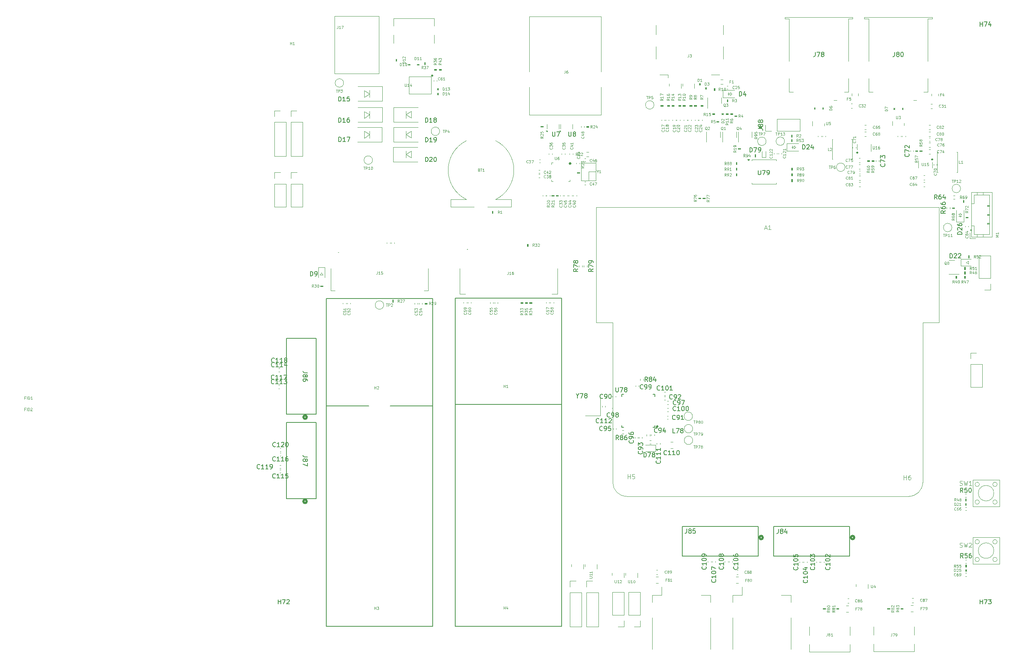
<source format=gbr>
%TF.GenerationSoftware,KiCad,Pcbnew,9.0.3*%
%TF.CreationDate,2025-07-29T21:44:48-04:00*%
%TF.ProjectId,[DFR1142]Lite Carrier for LattePanda Mu,5b444652-3131-4343-925d-4c6974652043,rev?*%
%TF.SameCoordinates,Original*%
%TF.FileFunction,Legend,Top*%
%TF.FilePolarity,Positive*%
%FSLAX46Y46*%
G04 Gerber Fmt 4.6, Leading zero omitted, Abs format (unit mm)*
G04 Created by KiCad (PCBNEW 9.0.3) date 2025-07-29 21:44:48*
%MOMM*%
%LPD*%
G01*
G04 APERTURE LIST*
%ADD10C,0.150000*%
%ADD11C,0.100000*%
%ADD12C,0.120000*%
%ADD13C,0.010000*%
%ADD14C,0.050000*%
%ADD15C,0.200000*%
%ADD16C,0.508000*%
%ADD17C,0.152400*%
%ADD18C,0.301645*%
%ADD19C,0.270227*%
%ADD20C,0.250000*%
%ADD21C,0.300000*%
G04 APERTURE END LIST*
D10*
X173825000Y-141850000D02*
X164250000Y-141850000D01*
X149550000Y-142175000D02*
X159100000Y-142175000D01*
X135175000Y-117950000D02*
X159125000Y-117950000D01*
X159125000Y-191908582D01*
X135175000Y-191908582D01*
X135175000Y-117950000D01*
X144750000Y-142175000D02*
X135175000Y-142175000D01*
X164250000Y-117900000D02*
X188200000Y-117900000D01*
X188200000Y-191858582D01*
X164250000Y-191858582D01*
X164250000Y-117900000D01*
X164250000Y-141850000D02*
X188200000Y-141850000D01*
D11*
X127035430Y-60692998D02*
X127035430Y-60092998D01*
X127035430Y-60378712D02*
X127378287Y-60378712D01*
X127378287Y-60692998D02*
X127378287Y-60092998D01*
X127978286Y-60692998D02*
X127635429Y-60692998D01*
X127806858Y-60692998D02*
X127806858Y-60092998D01*
X127806858Y-60092998D02*
X127749715Y-60178712D01*
X127749715Y-60178712D02*
X127692572Y-60235855D01*
X127692572Y-60235855D02*
X127635429Y-60264427D01*
X200157143Y-181472371D02*
X200157143Y-181958085D01*
X200157143Y-181958085D02*
X200185714Y-182015228D01*
X200185714Y-182015228D02*
X200214286Y-182043800D01*
X200214286Y-182043800D02*
X200271428Y-182072371D01*
X200271428Y-182072371D02*
X200385714Y-182072371D01*
X200385714Y-182072371D02*
X200442857Y-182043800D01*
X200442857Y-182043800D02*
X200471428Y-182015228D01*
X200471428Y-182015228D02*
X200500000Y-181958085D01*
X200500000Y-181958085D02*
X200500000Y-181472371D01*
X201099999Y-182072371D02*
X200757142Y-182072371D01*
X200928571Y-182072371D02*
X200928571Y-181472371D01*
X200928571Y-181472371D02*
X200871428Y-181558085D01*
X200871428Y-181558085D02*
X200814285Y-181615228D01*
X200814285Y-181615228D02*
X200757142Y-181643800D01*
X201328571Y-181529514D02*
X201357143Y-181500942D01*
X201357143Y-181500942D02*
X201414286Y-181472371D01*
X201414286Y-181472371D02*
X201557143Y-181472371D01*
X201557143Y-181472371D02*
X201614286Y-181500942D01*
X201614286Y-181500942D02*
X201642857Y-181529514D01*
X201642857Y-181529514D02*
X201671428Y-181586657D01*
X201671428Y-181586657D02*
X201671428Y-181643800D01*
X201671428Y-181643800D02*
X201642857Y-181729514D01*
X201642857Y-181729514D02*
X201300000Y-182072371D01*
X201300000Y-182072371D02*
X201671428Y-182072371D01*
X232242371Y-81530975D02*
X231956657Y-81730975D01*
X232242371Y-81873832D02*
X231642371Y-81873832D01*
X231642371Y-81873832D02*
X231642371Y-81645261D01*
X231642371Y-81645261D02*
X231670942Y-81588118D01*
X231670942Y-81588118D02*
X231699514Y-81559547D01*
X231699514Y-81559547D02*
X231756657Y-81530975D01*
X231756657Y-81530975D02*
X231842371Y-81530975D01*
X231842371Y-81530975D02*
X231899514Y-81559547D01*
X231899514Y-81559547D02*
X231928085Y-81588118D01*
X231928085Y-81588118D02*
X231956657Y-81645261D01*
X231956657Y-81645261D02*
X231956657Y-81873832D01*
X232242371Y-81245261D02*
X232242371Y-81130975D01*
X232242371Y-81130975D02*
X232213800Y-81073832D01*
X232213800Y-81073832D02*
X232185228Y-81045261D01*
X232185228Y-81045261D02*
X232099514Y-80988118D01*
X232099514Y-80988118D02*
X231985228Y-80959547D01*
X231985228Y-80959547D02*
X231756657Y-80959547D01*
X231756657Y-80959547D02*
X231699514Y-80988118D01*
X231699514Y-80988118D02*
X231670942Y-81016690D01*
X231670942Y-81016690D02*
X231642371Y-81073832D01*
X231642371Y-81073832D02*
X231642371Y-81188118D01*
X231642371Y-81188118D02*
X231670942Y-81245261D01*
X231670942Y-81245261D02*
X231699514Y-81273832D01*
X231699514Y-81273832D02*
X231756657Y-81302404D01*
X231756657Y-81302404D02*
X231899514Y-81302404D01*
X231899514Y-81302404D02*
X231956657Y-81273832D01*
X231956657Y-81273832D02*
X231985228Y-81245261D01*
X231985228Y-81245261D02*
X232013800Y-81188118D01*
X232013800Y-81188118D02*
X232013800Y-81073832D01*
X232013800Y-81073832D02*
X231985228Y-81016690D01*
X231985228Y-81016690D02*
X231956657Y-80988118D01*
X231956657Y-80988118D02*
X231899514Y-80959547D01*
X231642371Y-80416689D02*
X231642371Y-80702403D01*
X231642371Y-80702403D02*
X231928085Y-80730975D01*
X231928085Y-80730975D02*
X231899514Y-80702403D01*
X231899514Y-80702403D02*
X231870942Y-80645261D01*
X231870942Y-80645261D02*
X231870942Y-80502403D01*
X231870942Y-80502403D02*
X231899514Y-80445261D01*
X231899514Y-80445261D02*
X231928085Y-80416689D01*
X231928085Y-80416689D02*
X231985228Y-80388118D01*
X231985228Y-80388118D02*
X232128085Y-80388118D01*
X232128085Y-80388118D02*
X232185228Y-80416689D01*
X232185228Y-80416689D02*
X232213800Y-80445261D01*
X232213800Y-80445261D02*
X232242371Y-80502403D01*
X232242371Y-80502403D02*
X232242371Y-80645261D01*
X232242371Y-80645261D02*
X232213800Y-80702403D01*
X232213800Y-80702403D02*
X232185228Y-80730975D01*
D10*
X232484819Y-79634523D02*
X233199104Y-79634523D01*
X233199104Y-79634523D02*
X233341961Y-79682142D01*
X233341961Y-79682142D02*
X233437200Y-79777380D01*
X233437200Y-79777380D02*
X233484819Y-79920237D01*
X233484819Y-79920237D02*
X233484819Y-80015475D01*
X232913390Y-79015475D02*
X232865771Y-79110713D01*
X232865771Y-79110713D02*
X232818152Y-79158332D01*
X232818152Y-79158332D02*
X232722914Y-79205951D01*
X232722914Y-79205951D02*
X232675295Y-79205951D01*
X232675295Y-79205951D02*
X232580057Y-79158332D01*
X232580057Y-79158332D02*
X232532438Y-79110713D01*
X232532438Y-79110713D02*
X232484819Y-79015475D01*
X232484819Y-79015475D02*
X232484819Y-78824999D01*
X232484819Y-78824999D02*
X232532438Y-78729761D01*
X232532438Y-78729761D02*
X232580057Y-78682142D01*
X232580057Y-78682142D02*
X232675295Y-78634523D01*
X232675295Y-78634523D02*
X232722914Y-78634523D01*
X232722914Y-78634523D02*
X232818152Y-78682142D01*
X232818152Y-78682142D02*
X232865771Y-78729761D01*
X232865771Y-78729761D02*
X232913390Y-78824999D01*
X232913390Y-78824999D02*
X232913390Y-79015475D01*
X232913390Y-79015475D02*
X232961009Y-79110713D01*
X232961009Y-79110713D02*
X233008628Y-79158332D01*
X233008628Y-79158332D02*
X233103866Y-79205951D01*
X233103866Y-79205951D02*
X233294342Y-79205951D01*
X233294342Y-79205951D02*
X233389580Y-79158332D01*
X233389580Y-79158332D02*
X233437200Y-79110713D01*
X233437200Y-79110713D02*
X233484819Y-79015475D01*
X233484819Y-79015475D02*
X233484819Y-78824999D01*
X233484819Y-78824999D02*
X233437200Y-78729761D01*
X233437200Y-78729761D02*
X233389580Y-78682142D01*
X233389580Y-78682142D02*
X233294342Y-78634523D01*
X233294342Y-78634523D02*
X233103866Y-78634523D01*
X233103866Y-78634523D02*
X233008628Y-78682142D01*
X233008628Y-78682142D02*
X232961009Y-78729761D01*
X232961009Y-78729761D02*
X232913390Y-78824999D01*
X232913390Y-78063094D02*
X232865771Y-78158332D01*
X232865771Y-78158332D02*
X232818152Y-78205951D01*
X232818152Y-78205951D02*
X232722914Y-78253570D01*
X232722914Y-78253570D02*
X232675295Y-78253570D01*
X232675295Y-78253570D02*
X232580057Y-78205951D01*
X232580057Y-78205951D02*
X232532438Y-78158332D01*
X232532438Y-78158332D02*
X232484819Y-78063094D01*
X232484819Y-78063094D02*
X232484819Y-77872618D01*
X232484819Y-77872618D02*
X232532438Y-77777380D01*
X232532438Y-77777380D02*
X232580057Y-77729761D01*
X232580057Y-77729761D02*
X232675295Y-77682142D01*
X232675295Y-77682142D02*
X232722914Y-77682142D01*
X232722914Y-77682142D02*
X232818152Y-77729761D01*
X232818152Y-77729761D02*
X232865771Y-77777380D01*
X232865771Y-77777380D02*
X232913390Y-77872618D01*
X232913390Y-77872618D02*
X232913390Y-78063094D01*
X232913390Y-78063094D02*
X232961009Y-78158332D01*
X232961009Y-78158332D02*
X233008628Y-78205951D01*
X233008628Y-78205951D02*
X233103866Y-78253570D01*
X233103866Y-78253570D02*
X233294342Y-78253570D01*
X233294342Y-78253570D02*
X233389580Y-78205951D01*
X233389580Y-78205951D02*
X233437200Y-78158332D01*
X233437200Y-78158332D02*
X233484819Y-78063094D01*
X233484819Y-78063094D02*
X233484819Y-77872618D01*
X233484819Y-77872618D02*
X233437200Y-77777380D01*
X233437200Y-77777380D02*
X233389580Y-77729761D01*
X233389580Y-77729761D02*
X233294342Y-77682142D01*
X233294342Y-77682142D02*
X233103866Y-77682142D01*
X233103866Y-77682142D02*
X233008628Y-77729761D01*
X233008628Y-77729761D02*
X232961009Y-77777380D01*
X232961009Y-77777380D02*
X232913390Y-77872618D01*
D11*
X225239285Y-87772371D02*
X225039285Y-87486657D01*
X224896428Y-87772371D02*
X224896428Y-87172371D01*
X224896428Y-87172371D02*
X225124999Y-87172371D01*
X225124999Y-87172371D02*
X225182142Y-87200942D01*
X225182142Y-87200942D02*
X225210713Y-87229514D01*
X225210713Y-87229514D02*
X225239285Y-87286657D01*
X225239285Y-87286657D02*
X225239285Y-87372371D01*
X225239285Y-87372371D02*
X225210713Y-87429514D01*
X225210713Y-87429514D02*
X225182142Y-87458085D01*
X225182142Y-87458085D02*
X225124999Y-87486657D01*
X225124999Y-87486657D02*
X224896428Y-87486657D01*
X225582142Y-87429514D02*
X225524999Y-87400942D01*
X225524999Y-87400942D02*
X225496428Y-87372371D01*
X225496428Y-87372371D02*
X225467856Y-87315228D01*
X225467856Y-87315228D02*
X225467856Y-87286657D01*
X225467856Y-87286657D02*
X225496428Y-87229514D01*
X225496428Y-87229514D02*
X225524999Y-87200942D01*
X225524999Y-87200942D02*
X225582142Y-87172371D01*
X225582142Y-87172371D02*
X225696428Y-87172371D01*
X225696428Y-87172371D02*
X225753571Y-87200942D01*
X225753571Y-87200942D02*
X225782142Y-87229514D01*
X225782142Y-87229514D02*
X225810713Y-87286657D01*
X225810713Y-87286657D02*
X225810713Y-87315228D01*
X225810713Y-87315228D02*
X225782142Y-87372371D01*
X225782142Y-87372371D02*
X225753571Y-87400942D01*
X225753571Y-87400942D02*
X225696428Y-87429514D01*
X225696428Y-87429514D02*
X225582142Y-87429514D01*
X225582142Y-87429514D02*
X225524999Y-87458085D01*
X225524999Y-87458085D02*
X225496428Y-87486657D01*
X225496428Y-87486657D02*
X225467856Y-87543800D01*
X225467856Y-87543800D02*
X225467856Y-87658085D01*
X225467856Y-87658085D02*
X225496428Y-87715228D01*
X225496428Y-87715228D02*
X225524999Y-87743800D01*
X225524999Y-87743800D02*
X225582142Y-87772371D01*
X225582142Y-87772371D02*
X225696428Y-87772371D01*
X225696428Y-87772371D02*
X225753571Y-87743800D01*
X225753571Y-87743800D02*
X225782142Y-87715228D01*
X225782142Y-87715228D02*
X225810713Y-87658085D01*
X225810713Y-87658085D02*
X225810713Y-87543800D01*
X225810713Y-87543800D02*
X225782142Y-87486657D01*
X225782142Y-87486657D02*
X225753571Y-87458085D01*
X225753571Y-87458085D02*
X225696428Y-87429514D01*
X226153571Y-87429514D02*
X226096428Y-87400942D01*
X226096428Y-87400942D02*
X226067857Y-87372371D01*
X226067857Y-87372371D02*
X226039285Y-87315228D01*
X226039285Y-87315228D02*
X226039285Y-87286657D01*
X226039285Y-87286657D02*
X226067857Y-87229514D01*
X226067857Y-87229514D02*
X226096428Y-87200942D01*
X226096428Y-87200942D02*
X226153571Y-87172371D01*
X226153571Y-87172371D02*
X226267857Y-87172371D01*
X226267857Y-87172371D02*
X226325000Y-87200942D01*
X226325000Y-87200942D02*
X226353571Y-87229514D01*
X226353571Y-87229514D02*
X226382142Y-87286657D01*
X226382142Y-87286657D02*
X226382142Y-87315228D01*
X226382142Y-87315228D02*
X226353571Y-87372371D01*
X226353571Y-87372371D02*
X226325000Y-87400942D01*
X226325000Y-87400942D02*
X226267857Y-87429514D01*
X226267857Y-87429514D02*
X226153571Y-87429514D01*
X226153571Y-87429514D02*
X226096428Y-87458085D01*
X226096428Y-87458085D02*
X226067857Y-87486657D01*
X226067857Y-87486657D02*
X226039285Y-87543800D01*
X226039285Y-87543800D02*
X226039285Y-87658085D01*
X226039285Y-87658085D02*
X226067857Y-87715228D01*
X226067857Y-87715228D02*
X226096428Y-87743800D01*
X226096428Y-87743800D02*
X226153571Y-87772371D01*
X226153571Y-87772371D02*
X226267857Y-87772371D01*
X226267857Y-87772371D02*
X226325000Y-87743800D01*
X226325000Y-87743800D02*
X226353571Y-87715228D01*
X226353571Y-87715228D02*
X226382142Y-87658085D01*
X226382142Y-87658085D02*
X226382142Y-87543800D01*
X226382142Y-87543800D02*
X226353571Y-87486657D01*
X226353571Y-87486657D02*
X226325000Y-87458085D01*
X226325000Y-87458085D02*
X226267857Y-87429514D01*
X225239285Y-90322371D02*
X225039285Y-90036657D01*
X224896428Y-90322371D02*
X224896428Y-89722371D01*
X224896428Y-89722371D02*
X225124999Y-89722371D01*
X225124999Y-89722371D02*
X225182142Y-89750942D01*
X225182142Y-89750942D02*
X225210713Y-89779514D01*
X225210713Y-89779514D02*
X225239285Y-89836657D01*
X225239285Y-89836657D02*
X225239285Y-89922371D01*
X225239285Y-89922371D02*
X225210713Y-89979514D01*
X225210713Y-89979514D02*
X225182142Y-90008085D01*
X225182142Y-90008085D02*
X225124999Y-90036657D01*
X225124999Y-90036657D02*
X224896428Y-90036657D01*
X225524999Y-90322371D02*
X225639285Y-90322371D01*
X225639285Y-90322371D02*
X225696428Y-90293800D01*
X225696428Y-90293800D02*
X225724999Y-90265228D01*
X225724999Y-90265228D02*
X225782142Y-90179514D01*
X225782142Y-90179514D02*
X225810713Y-90065228D01*
X225810713Y-90065228D02*
X225810713Y-89836657D01*
X225810713Y-89836657D02*
X225782142Y-89779514D01*
X225782142Y-89779514D02*
X225753571Y-89750942D01*
X225753571Y-89750942D02*
X225696428Y-89722371D01*
X225696428Y-89722371D02*
X225582142Y-89722371D01*
X225582142Y-89722371D02*
X225524999Y-89750942D01*
X225524999Y-89750942D02*
X225496428Y-89779514D01*
X225496428Y-89779514D02*
X225467856Y-89836657D01*
X225467856Y-89836657D02*
X225467856Y-89979514D01*
X225467856Y-89979514D02*
X225496428Y-90036657D01*
X225496428Y-90036657D02*
X225524999Y-90065228D01*
X225524999Y-90065228D02*
X225582142Y-90093800D01*
X225582142Y-90093800D02*
X225696428Y-90093800D01*
X225696428Y-90093800D02*
X225753571Y-90065228D01*
X225753571Y-90065228D02*
X225782142Y-90036657D01*
X225782142Y-90036657D02*
X225810713Y-89979514D01*
X226039285Y-89779514D02*
X226067857Y-89750942D01*
X226067857Y-89750942D02*
X226125000Y-89722371D01*
X226125000Y-89722371D02*
X226267857Y-89722371D01*
X226267857Y-89722371D02*
X226325000Y-89750942D01*
X226325000Y-89750942D02*
X226353571Y-89779514D01*
X226353571Y-89779514D02*
X226382142Y-89836657D01*
X226382142Y-89836657D02*
X226382142Y-89893800D01*
X226382142Y-89893800D02*
X226353571Y-89979514D01*
X226353571Y-89979514D02*
X226010714Y-90322371D01*
X226010714Y-90322371D02*
X226382142Y-90322371D01*
X241564285Y-90347371D02*
X241364285Y-90061657D01*
X241221428Y-90347371D02*
X241221428Y-89747371D01*
X241221428Y-89747371D02*
X241449999Y-89747371D01*
X241449999Y-89747371D02*
X241507142Y-89775942D01*
X241507142Y-89775942D02*
X241535713Y-89804514D01*
X241535713Y-89804514D02*
X241564285Y-89861657D01*
X241564285Y-89861657D02*
X241564285Y-89947371D01*
X241564285Y-89947371D02*
X241535713Y-90004514D01*
X241535713Y-90004514D02*
X241507142Y-90033085D01*
X241507142Y-90033085D02*
X241449999Y-90061657D01*
X241449999Y-90061657D02*
X241221428Y-90061657D01*
X241907142Y-90004514D02*
X241849999Y-89975942D01*
X241849999Y-89975942D02*
X241821428Y-89947371D01*
X241821428Y-89947371D02*
X241792856Y-89890228D01*
X241792856Y-89890228D02*
X241792856Y-89861657D01*
X241792856Y-89861657D02*
X241821428Y-89804514D01*
X241821428Y-89804514D02*
X241849999Y-89775942D01*
X241849999Y-89775942D02*
X241907142Y-89747371D01*
X241907142Y-89747371D02*
X242021428Y-89747371D01*
X242021428Y-89747371D02*
X242078571Y-89775942D01*
X242078571Y-89775942D02*
X242107142Y-89804514D01*
X242107142Y-89804514D02*
X242135713Y-89861657D01*
X242135713Y-89861657D02*
X242135713Y-89890228D01*
X242135713Y-89890228D02*
X242107142Y-89947371D01*
X242107142Y-89947371D02*
X242078571Y-89975942D01*
X242078571Y-89975942D02*
X242021428Y-90004514D01*
X242021428Y-90004514D02*
X241907142Y-90004514D01*
X241907142Y-90004514D02*
X241849999Y-90033085D01*
X241849999Y-90033085D02*
X241821428Y-90061657D01*
X241821428Y-90061657D02*
X241792856Y-90118800D01*
X241792856Y-90118800D02*
X241792856Y-90233085D01*
X241792856Y-90233085D02*
X241821428Y-90290228D01*
X241821428Y-90290228D02*
X241849999Y-90318800D01*
X241849999Y-90318800D02*
X241907142Y-90347371D01*
X241907142Y-90347371D02*
X242021428Y-90347371D01*
X242021428Y-90347371D02*
X242078571Y-90318800D01*
X242078571Y-90318800D02*
X242107142Y-90290228D01*
X242107142Y-90290228D02*
X242135713Y-90233085D01*
X242135713Y-90233085D02*
X242135713Y-90118800D01*
X242135713Y-90118800D02*
X242107142Y-90061657D01*
X242107142Y-90061657D02*
X242078571Y-90033085D01*
X242078571Y-90033085D02*
X242021428Y-90004514D01*
X242421428Y-90347371D02*
X242535714Y-90347371D01*
X242535714Y-90347371D02*
X242592857Y-90318800D01*
X242592857Y-90318800D02*
X242621428Y-90290228D01*
X242621428Y-90290228D02*
X242678571Y-90204514D01*
X242678571Y-90204514D02*
X242707142Y-90090228D01*
X242707142Y-90090228D02*
X242707142Y-89861657D01*
X242707142Y-89861657D02*
X242678571Y-89804514D01*
X242678571Y-89804514D02*
X242650000Y-89775942D01*
X242650000Y-89775942D02*
X242592857Y-89747371D01*
X242592857Y-89747371D02*
X242478571Y-89747371D01*
X242478571Y-89747371D02*
X242421428Y-89775942D01*
X242421428Y-89775942D02*
X242392857Y-89804514D01*
X242392857Y-89804514D02*
X242364285Y-89861657D01*
X242364285Y-89861657D02*
X242364285Y-90004514D01*
X242364285Y-90004514D02*
X242392857Y-90061657D01*
X242392857Y-90061657D02*
X242421428Y-90090228D01*
X242421428Y-90090228D02*
X242478571Y-90118800D01*
X242478571Y-90118800D02*
X242592857Y-90118800D01*
X242592857Y-90118800D02*
X242650000Y-90090228D01*
X242650000Y-90090228D02*
X242678571Y-90061657D01*
X242678571Y-90061657D02*
X242707142Y-90004514D01*
X241564285Y-91597371D02*
X241364285Y-91311657D01*
X241221428Y-91597371D02*
X241221428Y-90997371D01*
X241221428Y-90997371D02*
X241449999Y-90997371D01*
X241449999Y-90997371D02*
X241507142Y-91025942D01*
X241507142Y-91025942D02*
X241535713Y-91054514D01*
X241535713Y-91054514D02*
X241564285Y-91111657D01*
X241564285Y-91111657D02*
X241564285Y-91197371D01*
X241564285Y-91197371D02*
X241535713Y-91254514D01*
X241535713Y-91254514D02*
X241507142Y-91283085D01*
X241507142Y-91283085D02*
X241449999Y-91311657D01*
X241449999Y-91311657D02*
X241221428Y-91311657D01*
X241849999Y-91597371D02*
X241964285Y-91597371D01*
X241964285Y-91597371D02*
X242021428Y-91568800D01*
X242021428Y-91568800D02*
X242049999Y-91540228D01*
X242049999Y-91540228D02*
X242107142Y-91454514D01*
X242107142Y-91454514D02*
X242135713Y-91340228D01*
X242135713Y-91340228D02*
X242135713Y-91111657D01*
X242135713Y-91111657D02*
X242107142Y-91054514D01*
X242107142Y-91054514D02*
X242078571Y-91025942D01*
X242078571Y-91025942D02*
X242021428Y-90997371D01*
X242021428Y-90997371D02*
X241907142Y-90997371D01*
X241907142Y-90997371D02*
X241849999Y-91025942D01*
X241849999Y-91025942D02*
X241821428Y-91054514D01*
X241821428Y-91054514D02*
X241792856Y-91111657D01*
X241792856Y-91111657D02*
X241792856Y-91254514D01*
X241792856Y-91254514D02*
X241821428Y-91311657D01*
X241821428Y-91311657D02*
X241849999Y-91340228D01*
X241849999Y-91340228D02*
X241907142Y-91368800D01*
X241907142Y-91368800D02*
X242021428Y-91368800D01*
X242021428Y-91368800D02*
X242078571Y-91340228D01*
X242078571Y-91340228D02*
X242107142Y-91311657D01*
X242107142Y-91311657D02*
X242135713Y-91254514D01*
X242507142Y-90997371D02*
X242564285Y-90997371D01*
X242564285Y-90997371D02*
X242621428Y-91025942D01*
X242621428Y-91025942D02*
X242650000Y-91054514D01*
X242650000Y-91054514D02*
X242678571Y-91111657D01*
X242678571Y-91111657D02*
X242707142Y-91225942D01*
X242707142Y-91225942D02*
X242707142Y-91368800D01*
X242707142Y-91368800D02*
X242678571Y-91483085D01*
X242678571Y-91483085D02*
X242650000Y-91540228D01*
X242650000Y-91540228D02*
X242621428Y-91568800D01*
X242621428Y-91568800D02*
X242564285Y-91597371D01*
X242564285Y-91597371D02*
X242507142Y-91597371D01*
X242507142Y-91597371D02*
X242450000Y-91568800D01*
X242450000Y-91568800D02*
X242421428Y-91540228D01*
X242421428Y-91540228D02*
X242392857Y-91483085D01*
X242392857Y-91483085D02*
X242364285Y-91368800D01*
X242364285Y-91368800D02*
X242364285Y-91225942D01*
X242364285Y-91225942D02*
X242392857Y-91111657D01*
X242392857Y-91111657D02*
X242421428Y-91054514D01*
X242421428Y-91054514D02*
X242450000Y-91025942D01*
X242450000Y-91025942D02*
X242507142Y-90997371D01*
X225239285Y-89047371D02*
X225039285Y-88761657D01*
X224896428Y-89047371D02*
X224896428Y-88447371D01*
X224896428Y-88447371D02*
X225124999Y-88447371D01*
X225124999Y-88447371D02*
X225182142Y-88475942D01*
X225182142Y-88475942D02*
X225210713Y-88504514D01*
X225210713Y-88504514D02*
X225239285Y-88561657D01*
X225239285Y-88561657D02*
X225239285Y-88647371D01*
X225239285Y-88647371D02*
X225210713Y-88704514D01*
X225210713Y-88704514D02*
X225182142Y-88733085D01*
X225182142Y-88733085D02*
X225124999Y-88761657D01*
X225124999Y-88761657D02*
X224896428Y-88761657D01*
X225524999Y-89047371D02*
X225639285Y-89047371D01*
X225639285Y-89047371D02*
X225696428Y-89018800D01*
X225696428Y-89018800D02*
X225724999Y-88990228D01*
X225724999Y-88990228D02*
X225782142Y-88904514D01*
X225782142Y-88904514D02*
X225810713Y-88790228D01*
X225810713Y-88790228D02*
X225810713Y-88561657D01*
X225810713Y-88561657D02*
X225782142Y-88504514D01*
X225782142Y-88504514D02*
X225753571Y-88475942D01*
X225753571Y-88475942D02*
X225696428Y-88447371D01*
X225696428Y-88447371D02*
X225582142Y-88447371D01*
X225582142Y-88447371D02*
X225524999Y-88475942D01*
X225524999Y-88475942D02*
X225496428Y-88504514D01*
X225496428Y-88504514D02*
X225467856Y-88561657D01*
X225467856Y-88561657D02*
X225467856Y-88704514D01*
X225467856Y-88704514D02*
X225496428Y-88761657D01*
X225496428Y-88761657D02*
X225524999Y-88790228D01*
X225524999Y-88790228D02*
X225582142Y-88818800D01*
X225582142Y-88818800D02*
X225696428Y-88818800D01*
X225696428Y-88818800D02*
X225753571Y-88790228D01*
X225753571Y-88790228D02*
X225782142Y-88761657D01*
X225782142Y-88761657D02*
X225810713Y-88704514D01*
X226382142Y-89047371D02*
X226039285Y-89047371D01*
X226210714Y-89047371D02*
X226210714Y-88447371D01*
X226210714Y-88447371D02*
X226153571Y-88533085D01*
X226153571Y-88533085D02*
X226096428Y-88590228D01*
X226096428Y-88590228D02*
X226039285Y-88618800D01*
X241539285Y-88997371D02*
X241339285Y-88711657D01*
X241196428Y-88997371D02*
X241196428Y-88397371D01*
X241196428Y-88397371D02*
X241424999Y-88397371D01*
X241424999Y-88397371D02*
X241482142Y-88425942D01*
X241482142Y-88425942D02*
X241510713Y-88454514D01*
X241510713Y-88454514D02*
X241539285Y-88511657D01*
X241539285Y-88511657D02*
X241539285Y-88597371D01*
X241539285Y-88597371D02*
X241510713Y-88654514D01*
X241510713Y-88654514D02*
X241482142Y-88683085D01*
X241482142Y-88683085D02*
X241424999Y-88711657D01*
X241424999Y-88711657D02*
X241196428Y-88711657D01*
X241824999Y-88997371D02*
X241939285Y-88997371D01*
X241939285Y-88997371D02*
X241996428Y-88968800D01*
X241996428Y-88968800D02*
X242024999Y-88940228D01*
X242024999Y-88940228D02*
X242082142Y-88854514D01*
X242082142Y-88854514D02*
X242110713Y-88740228D01*
X242110713Y-88740228D02*
X242110713Y-88511657D01*
X242110713Y-88511657D02*
X242082142Y-88454514D01*
X242082142Y-88454514D02*
X242053571Y-88425942D01*
X242053571Y-88425942D02*
X241996428Y-88397371D01*
X241996428Y-88397371D02*
X241882142Y-88397371D01*
X241882142Y-88397371D02*
X241824999Y-88425942D01*
X241824999Y-88425942D02*
X241796428Y-88454514D01*
X241796428Y-88454514D02*
X241767856Y-88511657D01*
X241767856Y-88511657D02*
X241767856Y-88654514D01*
X241767856Y-88654514D02*
X241796428Y-88711657D01*
X241796428Y-88711657D02*
X241824999Y-88740228D01*
X241824999Y-88740228D02*
X241882142Y-88768800D01*
X241882142Y-88768800D02*
X241996428Y-88768800D01*
X241996428Y-88768800D02*
X242053571Y-88740228D01*
X242053571Y-88740228D02*
X242082142Y-88711657D01*
X242082142Y-88711657D02*
X242110713Y-88654514D01*
X242310714Y-88397371D02*
X242682142Y-88397371D01*
X242682142Y-88397371D02*
X242482142Y-88625942D01*
X242482142Y-88625942D02*
X242567857Y-88625942D01*
X242567857Y-88625942D02*
X242625000Y-88654514D01*
X242625000Y-88654514D02*
X242653571Y-88683085D01*
X242653571Y-88683085D02*
X242682142Y-88740228D01*
X242682142Y-88740228D02*
X242682142Y-88883085D01*
X242682142Y-88883085D02*
X242653571Y-88940228D01*
X242653571Y-88940228D02*
X242625000Y-88968800D01*
X242625000Y-88968800D02*
X242567857Y-88997371D01*
X242567857Y-88997371D02*
X242396428Y-88997371D01*
X242396428Y-88997371D02*
X242339285Y-88968800D01*
X242339285Y-88968800D02*
X242310714Y-88940228D01*
D10*
X232436905Y-89054819D02*
X232436905Y-89864342D01*
X232436905Y-89864342D02*
X232484524Y-89959580D01*
X232484524Y-89959580D02*
X232532143Y-90007200D01*
X232532143Y-90007200D02*
X232627381Y-90054819D01*
X232627381Y-90054819D02*
X232817857Y-90054819D01*
X232817857Y-90054819D02*
X232913095Y-90007200D01*
X232913095Y-90007200D02*
X232960714Y-89959580D01*
X232960714Y-89959580D02*
X233008333Y-89864342D01*
X233008333Y-89864342D02*
X233008333Y-89054819D01*
X233389286Y-89054819D02*
X234055952Y-89054819D01*
X234055952Y-89054819D02*
X233627381Y-90054819D01*
X234484524Y-90054819D02*
X234675000Y-90054819D01*
X234675000Y-90054819D02*
X234770238Y-90007200D01*
X234770238Y-90007200D02*
X234817857Y-89959580D01*
X234817857Y-89959580D02*
X234913095Y-89816723D01*
X234913095Y-89816723D02*
X234960714Y-89626247D01*
X234960714Y-89626247D02*
X234960714Y-89245295D01*
X234960714Y-89245295D02*
X234913095Y-89150057D01*
X234913095Y-89150057D02*
X234865476Y-89102438D01*
X234865476Y-89102438D02*
X234770238Y-89054819D01*
X234770238Y-89054819D02*
X234579762Y-89054819D01*
X234579762Y-89054819D02*
X234484524Y-89102438D01*
X234484524Y-89102438D02*
X234436905Y-89150057D01*
X234436905Y-89150057D02*
X234389286Y-89245295D01*
X234389286Y-89245295D02*
X234389286Y-89483390D01*
X234389286Y-89483390D02*
X234436905Y-89578628D01*
X234436905Y-89578628D02*
X234484524Y-89626247D01*
X234484524Y-89626247D02*
X234579762Y-89673866D01*
X234579762Y-89673866D02*
X234770238Y-89673866D01*
X234770238Y-89673866D02*
X234865476Y-89626247D01*
X234865476Y-89626247D02*
X234913095Y-89578628D01*
X234913095Y-89578628D02*
X234960714Y-89483390D01*
D11*
X229489285Y-85997371D02*
X229289285Y-85711657D01*
X229146428Y-85997371D02*
X229146428Y-85397371D01*
X229146428Y-85397371D02*
X229374999Y-85397371D01*
X229374999Y-85397371D02*
X229432142Y-85425942D01*
X229432142Y-85425942D02*
X229460713Y-85454514D01*
X229460713Y-85454514D02*
X229489285Y-85511657D01*
X229489285Y-85511657D02*
X229489285Y-85597371D01*
X229489285Y-85597371D02*
X229460713Y-85654514D01*
X229460713Y-85654514D02*
X229432142Y-85683085D01*
X229432142Y-85683085D02*
X229374999Y-85711657D01*
X229374999Y-85711657D02*
X229146428Y-85711657D01*
X229774999Y-85997371D02*
X229889285Y-85997371D01*
X229889285Y-85997371D02*
X229946428Y-85968800D01*
X229946428Y-85968800D02*
X229974999Y-85940228D01*
X229974999Y-85940228D02*
X230032142Y-85854514D01*
X230032142Y-85854514D02*
X230060713Y-85740228D01*
X230060713Y-85740228D02*
X230060713Y-85511657D01*
X230060713Y-85511657D02*
X230032142Y-85454514D01*
X230032142Y-85454514D02*
X230003571Y-85425942D01*
X230003571Y-85425942D02*
X229946428Y-85397371D01*
X229946428Y-85397371D02*
X229832142Y-85397371D01*
X229832142Y-85397371D02*
X229774999Y-85425942D01*
X229774999Y-85425942D02*
X229746428Y-85454514D01*
X229746428Y-85454514D02*
X229717856Y-85511657D01*
X229717856Y-85511657D02*
X229717856Y-85654514D01*
X229717856Y-85654514D02*
X229746428Y-85711657D01*
X229746428Y-85711657D02*
X229774999Y-85740228D01*
X229774999Y-85740228D02*
X229832142Y-85768800D01*
X229832142Y-85768800D02*
X229946428Y-85768800D01*
X229946428Y-85768800D02*
X230003571Y-85740228D01*
X230003571Y-85740228D02*
X230032142Y-85711657D01*
X230032142Y-85711657D02*
X230060713Y-85654514D01*
X230575000Y-85597371D02*
X230575000Y-85997371D01*
X230432142Y-85368800D02*
X230289285Y-85797371D01*
X230289285Y-85797371D02*
X230660714Y-85797371D01*
D10*
X230560714Y-84929819D02*
X230560714Y-83929819D01*
X230560714Y-83929819D02*
X230798809Y-83929819D01*
X230798809Y-83929819D02*
X230941666Y-83977438D01*
X230941666Y-83977438D02*
X231036904Y-84072676D01*
X231036904Y-84072676D02*
X231084523Y-84167914D01*
X231084523Y-84167914D02*
X231132142Y-84358390D01*
X231132142Y-84358390D02*
X231132142Y-84501247D01*
X231132142Y-84501247D02*
X231084523Y-84691723D01*
X231084523Y-84691723D02*
X231036904Y-84786961D01*
X231036904Y-84786961D02*
X230941666Y-84882200D01*
X230941666Y-84882200D02*
X230798809Y-84929819D01*
X230798809Y-84929819D02*
X230560714Y-84929819D01*
X231465476Y-83929819D02*
X232132142Y-83929819D01*
X232132142Y-83929819D02*
X231703571Y-84929819D01*
X232560714Y-84929819D02*
X232751190Y-84929819D01*
X232751190Y-84929819D02*
X232846428Y-84882200D01*
X232846428Y-84882200D02*
X232894047Y-84834580D01*
X232894047Y-84834580D02*
X232989285Y-84691723D01*
X232989285Y-84691723D02*
X233036904Y-84501247D01*
X233036904Y-84501247D02*
X233036904Y-84120295D01*
X233036904Y-84120295D02*
X232989285Y-84025057D01*
X232989285Y-84025057D02*
X232941666Y-83977438D01*
X232941666Y-83977438D02*
X232846428Y-83929819D01*
X232846428Y-83929819D02*
X232655952Y-83929819D01*
X232655952Y-83929819D02*
X232560714Y-83977438D01*
X232560714Y-83977438D02*
X232513095Y-84025057D01*
X232513095Y-84025057D02*
X232465476Y-84120295D01*
X232465476Y-84120295D02*
X232465476Y-84358390D01*
X232465476Y-84358390D02*
X232513095Y-84453628D01*
X232513095Y-84453628D02*
X232560714Y-84501247D01*
X232560714Y-84501247D02*
X232655952Y-84548866D01*
X232655952Y-84548866D02*
X232846428Y-84548866D01*
X232846428Y-84548866D02*
X232941666Y-84501247D01*
X232941666Y-84501247D02*
X232989285Y-84453628D01*
X232989285Y-84453628D02*
X233036904Y-84358390D01*
D11*
X235565228Y-85946428D02*
X235593800Y-85975000D01*
X235593800Y-85975000D02*
X235622371Y-86060714D01*
X235622371Y-86060714D02*
X235622371Y-86117857D01*
X235622371Y-86117857D02*
X235593800Y-86203571D01*
X235593800Y-86203571D02*
X235536657Y-86260714D01*
X235536657Y-86260714D02*
X235479514Y-86289285D01*
X235479514Y-86289285D02*
X235365228Y-86317857D01*
X235365228Y-86317857D02*
X235279514Y-86317857D01*
X235279514Y-86317857D02*
X235165228Y-86289285D01*
X235165228Y-86289285D02*
X235108085Y-86260714D01*
X235108085Y-86260714D02*
X235050942Y-86203571D01*
X235050942Y-86203571D02*
X235022371Y-86117857D01*
X235022371Y-86117857D02*
X235022371Y-86060714D01*
X235022371Y-86060714D02*
X235050942Y-85975000D01*
X235050942Y-85975000D02*
X235079514Y-85946428D01*
X235622371Y-85375000D02*
X235622371Y-85717857D01*
X235622371Y-85546428D02*
X235022371Y-85546428D01*
X235022371Y-85546428D02*
X235108085Y-85603571D01*
X235108085Y-85603571D02*
X235165228Y-85660714D01*
X235165228Y-85660714D02*
X235193800Y-85717857D01*
X235079514Y-85146428D02*
X235050942Y-85117856D01*
X235050942Y-85117856D02*
X235022371Y-85060714D01*
X235022371Y-85060714D02*
X235022371Y-84917856D01*
X235022371Y-84917856D02*
X235050942Y-84860714D01*
X235050942Y-84860714D02*
X235079514Y-84832142D01*
X235079514Y-84832142D02*
X235136657Y-84803571D01*
X235136657Y-84803571D02*
X235193800Y-84803571D01*
X235193800Y-84803571D02*
X235279514Y-84832142D01*
X235279514Y-84832142D02*
X235622371Y-85174999D01*
X235622371Y-85174999D02*
X235622371Y-84803571D01*
X235079514Y-84574999D02*
X235050942Y-84546427D01*
X235050942Y-84546427D02*
X235022371Y-84489285D01*
X235022371Y-84489285D02*
X235022371Y-84346427D01*
X235022371Y-84346427D02*
X235050942Y-84289285D01*
X235050942Y-84289285D02*
X235079514Y-84260713D01*
X235079514Y-84260713D02*
X235136657Y-84232142D01*
X235136657Y-84232142D02*
X235193800Y-84232142D01*
X235193800Y-84232142D02*
X235279514Y-84260713D01*
X235279514Y-84260713D02*
X235622371Y-84603570D01*
X235622371Y-84603570D02*
X235622371Y-84232142D01*
X238565228Y-85896428D02*
X238593800Y-85925000D01*
X238593800Y-85925000D02*
X238622371Y-86010714D01*
X238622371Y-86010714D02*
X238622371Y-86067857D01*
X238622371Y-86067857D02*
X238593800Y-86153571D01*
X238593800Y-86153571D02*
X238536657Y-86210714D01*
X238536657Y-86210714D02*
X238479514Y-86239285D01*
X238479514Y-86239285D02*
X238365228Y-86267857D01*
X238365228Y-86267857D02*
X238279514Y-86267857D01*
X238279514Y-86267857D02*
X238165228Y-86239285D01*
X238165228Y-86239285D02*
X238108085Y-86210714D01*
X238108085Y-86210714D02*
X238050942Y-86153571D01*
X238050942Y-86153571D02*
X238022371Y-86067857D01*
X238022371Y-86067857D02*
X238022371Y-86010714D01*
X238022371Y-86010714D02*
X238050942Y-85925000D01*
X238050942Y-85925000D02*
X238079514Y-85896428D01*
X238622371Y-85325000D02*
X238622371Y-85667857D01*
X238622371Y-85496428D02*
X238022371Y-85496428D01*
X238022371Y-85496428D02*
X238108085Y-85553571D01*
X238108085Y-85553571D02*
X238165228Y-85610714D01*
X238165228Y-85610714D02*
X238193800Y-85667857D01*
X238079514Y-85096428D02*
X238050942Y-85067856D01*
X238050942Y-85067856D02*
X238022371Y-85010714D01*
X238022371Y-85010714D02*
X238022371Y-84867856D01*
X238022371Y-84867856D02*
X238050942Y-84810714D01*
X238050942Y-84810714D02*
X238079514Y-84782142D01*
X238079514Y-84782142D02*
X238136657Y-84753571D01*
X238136657Y-84753571D02*
X238193800Y-84753571D01*
X238193800Y-84753571D02*
X238279514Y-84782142D01*
X238279514Y-84782142D02*
X238622371Y-85124999D01*
X238622371Y-85124999D02*
X238622371Y-84753571D01*
X238622371Y-84182142D02*
X238622371Y-84524999D01*
X238622371Y-84353570D02*
X238022371Y-84353570D01*
X238022371Y-84353570D02*
X238108085Y-84410713D01*
X238108085Y-84410713D02*
X238165228Y-84467856D01*
X238165228Y-84467856D02*
X238193800Y-84524999D01*
D10*
X206685714Y-153704819D02*
X206685714Y-152704819D01*
X206685714Y-152704819D02*
X206923809Y-152704819D01*
X206923809Y-152704819D02*
X207066666Y-152752438D01*
X207066666Y-152752438D02*
X207161904Y-152847676D01*
X207161904Y-152847676D02*
X207209523Y-152942914D01*
X207209523Y-152942914D02*
X207257142Y-153133390D01*
X207257142Y-153133390D02*
X207257142Y-153276247D01*
X207257142Y-153276247D02*
X207209523Y-153466723D01*
X207209523Y-153466723D02*
X207161904Y-153561961D01*
X207161904Y-153561961D02*
X207066666Y-153657200D01*
X207066666Y-153657200D02*
X206923809Y-153704819D01*
X206923809Y-153704819D02*
X206685714Y-153704819D01*
X207590476Y-152704819D02*
X208257142Y-152704819D01*
X208257142Y-152704819D02*
X207828571Y-153704819D01*
X208780952Y-153133390D02*
X208685714Y-153085771D01*
X208685714Y-153085771D02*
X208638095Y-153038152D01*
X208638095Y-153038152D02*
X208590476Y-152942914D01*
X208590476Y-152942914D02*
X208590476Y-152895295D01*
X208590476Y-152895295D02*
X208638095Y-152800057D01*
X208638095Y-152800057D02*
X208685714Y-152752438D01*
X208685714Y-152752438D02*
X208780952Y-152704819D01*
X208780952Y-152704819D02*
X208971428Y-152704819D01*
X208971428Y-152704819D02*
X209066666Y-152752438D01*
X209066666Y-152752438D02*
X209114285Y-152800057D01*
X209114285Y-152800057D02*
X209161904Y-152895295D01*
X209161904Y-152895295D02*
X209161904Y-152942914D01*
X209161904Y-152942914D02*
X209114285Y-153038152D01*
X209114285Y-153038152D02*
X209066666Y-153085771D01*
X209066666Y-153085771D02*
X208971428Y-153133390D01*
X208971428Y-153133390D02*
X208780952Y-153133390D01*
X208780952Y-153133390D02*
X208685714Y-153181009D01*
X208685714Y-153181009D02*
X208638095Y-153228628D01*
X208638095Y-153228628D02*
X208590476Y-153323866D01*
X208590476Y-153323866D02*
X208590476Y-153514342D01*
X208590476Y-153514342D02*
X208638095Y-153609580D01*
X208638095Y-153609580D02*
X208685714Y-153657200D01*
X208685714Y-153657200D02*
X208780952Y-153704819D01*
X208780952Y-153704819D02*
X208971428Y-153704819D01*
X208971428Y-153704819D02*
X209066666Y-153657200D01*
X209066666Y-153657200D02*
X209114285Y-153609580D01*
X209114285Y-153609580D02*
X209161904Y-153514342D01*
X209161904Y-153514342D02*
X209161904Y-153323866D01*
X209161904Y-153323866D02*
X209114285Y-153228628D01*
X209114285Y-153228628D02*
X209066666Y-153181009D01*
X209066666Y-153181009D02*
X208971428Y-153133390D01*
X123450952Y-133279580D02*
X123403333Y-133327200D01*
X123403333Y-133327200D02*
X123260476Y-133374819D01*
X123260476Y-133374819D02*
X123165238Y-133374819D01*
X123165238Y-133374819D02*
X123022381Y-133327200D01*
X123022381Y-133327200D02*
X122927143Y-133231961D01*
X122927143Y-133231961D02*
X122879524Y-133136723D01*
X122879524Y-133136723D02*
X122831905Y-132946247D01*
X122831905Y-132946247D02*
X122831905Y-132803390D01*
X122831905Y-132803390D02*
X122879524Y-132612914D01*
X122879524Y-132612914D02*
X122927143Y-132517676D01*
X122927143Y-132517676D02*
X123022381Y-132422438D01*
X123022381Y-132422438D02*
X123165238Y-132374819D01*
X123165238Y-132374819D02*
X123260476Y-132374819D01*
X123260476Y-132374819D02*
X123403333Y-132422438D01*
X123403333Y-132422438D02*
X123450952Y-132470057D01*
X124403333Y-133374819D02*
X123831905Y-133374819D01*
X124117619Y-133374819D02*
X124117619Y-132374819D01*
X124117619Y-132374819D02*
X124022381Y-132517676D01*
X124022381Y-132517676D02*
X123927143Y-132612914D01*
X123927143Y-132612914D02*
X123831905Y-132660533D01*
X125355714Y-133374819D02*
X124784286Y-133374819D01*
X125070000Y-133374819D02*
X125070000Y-132374819D01*
X125070000Y-132374819D02*
X124974762Y-132517676D01*
X124974762Y-132517676D02*
X124879524Y-132612914D01*
X124879524Y-132612914D02*
X124784286Y-132660533D01*
X126212857Y-132708152D02*
X126212857Y-133374819D01*
X125974762Y-132327200D02*
X125736667Y-133041485D01*
X125736667Y-133041485D02*
X126355714Y-133041485D01*
X123455952Y-132279580D02*
X123408333Y-132327200D01*
X123408333Y-132327200D02*
X123265476Y-132374819D01*
X123265476Y-132374819D02*
X123170238Y-132374819D01*
X123170238Y-132374819D02*
X123027381Y-132327200D01*
X123027381Y-132327200D02*
X122932143Y-132231961D01*
X122932143Y-132231961D02*
X122884524Y-132136723D01*
X122884524Y-132136723D02*
X122836905Y-131946247D01*
X122836905Y-131946247D02*
X122836905Y-131803390D01*
X122836905Y-131803390D02*
X122884524Y-131612914D01*
X122884524Y-131612914D02*
X122932143Y-131517676D01*
X122932143Y-131517676D02*
X123027381Y-131422438D01*
X123027381Y-131422438D02*
X123170238Y-131374819D01*
X123170238Y-131374819D02*
X123265476Y-131374819D01*
X123265476Y-131374819D02*
X123408333Y-131422438D01*
X123408333Y-131422438D02*
X123455952Y-131470057D01*
X124408333Y-132374819D02*
X123836905Y-132374819D01*
X124122619Y-132374819D02*
X124122619Y-131374819D01*
X124122619Y-131374819D02*
X124027381Y-131517676D01*
X124027381Y-131517676D02*
X123932143Y-131612914D01*
X123932143Y-131612914D02*
X123836905Y-131660533D01*
X125360714Y-132374819D02*
X124789286Y-132374819D01*
X125075000Y-132374819D02*
X125075000Y-131374819D01*
X125075000Y-131374819D02*
X124979762Y-131517676D01*
X124979762Y-131517676D02*
X124884524Y-131612914D01*
X124884524Y-131612914D02*
X124789286Y-131660533D01*
X125932143Y-131803390D02*
X125836905Y-131755771D01*
X125836905Y-131755771D02*
X125789286Y-131708152D01*
X125789286Y-131708152D02*
X125741667Y-131612914D01*
X125741667Y-131612914D02*
X125741667Y-131565295D01*
X125741667Y-131565295D02*
X125789286Y-131470057D01*
X125789286Y-131470057D02*
X125836905Y-131422438D01*
X125836905Y-131422438D02*
X125932143Y-131374819D01*
X125932143Y-131374819D02*
X126122619Y-131374819D01*
X126122619Y-131374819D02*
X126217857Y-131422438D01*
X126217857Y-131422438D02*
X126265476Y-131470057D01*
X126265476Y-131470057D02*
X126313095Y-131565295D01*
X126313095Y-131565295D02*
X126313095Y-131612914D01*
X126313095Y-131612914D02*
X126265476Y-131708152D01*
X126265476Y-131708152D02*
X126217857Y-131755771D01*
X126217857Y-131755771D02*
X126122619Y-131803390D01*
X126122619Y-131803390D02*
X125932143Y-131803390D01*
X125932143Y-131803390D02*
X125836905Y-131851009D01*
X125836905Y-131851009D02*
X125789286Y-131898628D01*
X125789286Y-131898628D02*
X125741667Y-131993866D01*
X125741667Y-131993866D02*
X125741667Y-132184342D01*
X125741667Y-132184342D02*
X125789286Y-132279580D01*
X125789286Y-132279580D02*
X125836905Y-132327200D01*
X125836905Y-132327200D02*
X125932143Y-132374819D01*
X125932143Y-132374819D02*
X126122619Y-132374819D01*
X126122619Y-132374819D02*
X126217857Y-132327200D01*
X126217857Y-132327200D02*
X126265476Y-132279580D01*
X126265476Y-132279580D02*
X126313095Y-132184342D01*
X126313095Y-132184342D02*
X126313095Y-131993866D01*
X126313095Y-131993866D02*
X126265476Y-131898628D01*
X126265476Y-131898628D02*
X126217857Y-131851009D01*
X126217857Y-131851009D02*
X126122619Y-131803390D01*
D11*
X169578571Y-88958085D02*
X169664285Y-88986657D01*
X169664285Y-88986657D02*
X169692856Y-89015228D01*
X169692856Y-89015228D02*
X169721428Y-89072371D01*
X169721428Y-89072371D02*
X169721428Y-89158085D01*
X169721428Y-89158085D02*
X169692856Y-89215228D01*
X169692856Y-89215228D02*
X169664285Y-89243800D01*
X169664285Y-89243800D02*
X169607142Y-89272371D01*
X169607142Y-89272371D02*
X169378571Y-89272371D01*
X169378571Y-89272371D02*
X169378571Y-88672371D01*
X169378571Y-88672371D02*
X169578571Y-88672371D01*
X169578571Y-88672371D02*
X169635714Y-88700942D01*
X169635714Y-88700942D02*
X169664285Y-88729514D01*
X169664285Y-88729514D02*
X169692856Y-88786657D01*
X169692856Y-88786657D02*
X169692856Y-88843800D01*
X169692856Y-88843800D02*
X169664285Y-88900942D01*
X169664285Y-88900942D02*
X169635714Y-88929514D01*
X169635714Y-88929514D02*
X169578571Y-88958085D01*
X169578571Y-88958085D02*
X169378571Y-88958085D01*
X169892856Y-88672371D02*
X170235714Y-88672371D01*
X170064285Y-89272371D02*
X170064285Y-88672371D01*
X170749999Y-89272371D02*
X170407142Y-89272371D01*
X170578571Y-89272371D02*
X170578571Y-88672371D01*
X170578571Y-88672371D02*
X170521428Y-88758085D01*
X170521428Y-88758085D02*
X170464285Y-88815228D01*
X170464285Y-88815228D02*
X170407142Y-88843800D01*
X211240228Y-79950714D02*
X211268800Y-79979286D01*
X211268800Y-79979286D02*
X211297371Y-80065000D01*
X211297371Y-80065000D02*
X211297371Y-80122143D01*
X211297371Y-80122143D02*
X211268800Y-80207857D01*
X211268800Y-80207857D02*
X211211657Y-80265000D01*
X211211657Y-80265000D02*
X211154514Y-80293571D01*
X211154514Y-80293571D02*
X211040228Y-80322143D01*
X211040228Y-80322143D02*
X210954514Y-80322143D01*
X210954514Y-80322143D02*
X210840228Y-80293571D01*
X210840228Y-80293571D02*
X210783085Y-80265000D01*
X210783085Y-80265000D02*
X210725942Y-80207857D01*
X210725942Y-80207857D02*
X210697371Y-80122143D01*
X210697371Y-80122143D02*
X210697371Y-80065000D01*
X210697371Y-80065000D02*
X210725942Y-79979286D01*
X210725942Y-79979286D02*
X210754514Y-79950714D01*
X211297371Y-79379286D02*
X211297371Y-79722143D01*
X211297371Y-79550714D02*
X210697371Y-79550714D01*
X210697371Y-79550714D02*
X210783085Y-79607857D01*
X210783085Y-79607857D02*
X210840228Y-79665000D01*
X210840228Y-79665000D02*
X210868800Y-79722143D01*
X210697371Y-79179285D02*
X210697371Y-78779285D01*
X210697371Y-78779285D02*
X211297371Y-79036428D01*
X212165228Y-79935714D02*
X212193800Y-79964286D01*
X212193800Y-79964286D02*
X212222371Y-80050000D01*
X212222371Y-80050000D02*
X212222371Y-80107143D01*
X212222371Y-80107143D02*
X212193800Y-80192857D01*
X212193800Y-80192857D02*
X212136657Y-80250000D01*
X212136657Y-80250000D02*
X212079514Y-80278571D01*
X212079514Y-80278571D02*
X211965228Y-80307143D01*
X211965228Y-80307143D02*
X211879514Y-80307143D01*
X211879514Y-80307143D02*
X211765228Y-80278571D01*
X211765228Y-80278571D02*
X211708085Y-80250000D01*
X211708085Y-80250000D02*
X211650942Y-80192857D01*
X211650942Y-80192857D02*
X211622371Y-80107143D01*
X211622371Y-80107143D02*
X211622371Y-80050000D01*
X211622371Y-80050000D02*
X211650942Y-79964286D01*
X211650942Y-79964286D02*
X211679514Y-79935714D01*
X212222371Y-79364286D02*
X212222371Y-79707143D01*
X212222371Y-79535714D02*
X211622371Y-79535714D01*
X211622371Y-79535714D02*
X211708085Y-79592857D01*
X211708085Y-79592857D02*
X211765228Y-79650000D01*
X211765228Y-79650000D02*
X211793800Y-79707143D01*
X211879514Y-79021428D02*
X211850942Y-79078571D01*
X211850942Y-79078571D02*
X211822371Y-79107142D01*
X211822371Y-79107142D02*
X211765228Y-79135714D01*
X211765228Y-79135714D02*
X211736657Y-79135714D01*
X211736657Y-79135714D02*
X211679514Y-79107142D01*
X211679514Y-79107142D02*
X211650942Y-79078571D01*
X211650942Y-79078571D02*
X211622371Y-79021428D01*
X211622371Y-79021428D02*
X211622371Y-78907142D01*
X211622371Y-78907142D02*
X211650942Y-78850000D01*
X211650942Y-78850000D02*
X211679514Y-78821428D01*
X211679514Y-78821428D02*
X211736657Y-78792857D01*
X211736657Y-78792857D02*
X211765228Y-78792857D01*
X211765228Y-78792857D02*
X211822371Y-78821428D01*
X211822371Y-78821428D02*
X211850942Y-78850000D01*
X211850942Y-78850000D02*
X211879514Y-78907142D01*
X211879514Y-78907142D02*
X211879514Y-79021428D01*
X211879514Y-79021428D02*
X211908085Y-79078571D01*
X211908085Y-79078571D02*
X211936657Y-79107142D01*
X211936657Y-79107142D02*
X211993800Y-79135714D01*
X211993800Y-79135714D02*
X212108085Y-79135714D01*
X212108085Y-79135714D02*
X212165228Y-79107142D01*
X212165228Y-79107142D02*
X212193800Y-79078571D01*
X212193800Y-79078571D02*
X212222371Y-79021428D01*
X212222371Y-79021428D02*
X212222371Y-78907142D01*
X212222371Y-78907142D02*
X212193800Y-78850000D01*
X212193800Y-78850000D02*
X212165228Y-78821428D01*
X212165228Y-78821428D02*
X212108085Y-78792857D01*
X212108085Y-78792857D02*
X211993800Y-78792857D01*
X211993800Y-78792857D02*
X211936657Y-78821428D01*
X211936657Y-78821428D02*
X211908085Y-78850000D01*
X211908085Y-78850000D02*
X211879514Y-78907142D01*
X213740228Y-79950714D02*
X213768800Y-79979286D01*
X213768800Y-79979286D02*
X213797371Y-80065000D01*
X213797371Y-80065000D02*
X213797371Y-80122143D01*
X213797371Y-80122143D02*
X213768800Y-80207857D01*
X213768800Y-80207857D02*
X213711657Y-80265000D01*
X213711657Y-80265000D02*
X213654514Y-80293571D01*
X213654514Y-80293571D02*
X213540228Y-80322143D01*
X213540228Y-80322143D02*
X213454514Y-80322143D01*
X213454514Y-80322143D02*
X213340228Y-80293571D01*
X213340228Y-80293571D02*
X213283085Y-80265000D01*
X213283085Y-80265000D02*
X213225942Y-80207857D01*
X213225942Y-80207857D02*
X213197371Y-80122143D01*
X213197371Y-80122143D02*
X213197371Y-80065000D01*
X213197371Y-80065000D02*
X213225942Y-79979286D01*
X213225942Y-79979286D02*
X213254514Y-79950714D01*
X213797371Y-79379286D02*
X213797371Y-79722143D01*
X213797371Y-79550714D02*
X213197371Y-79550714D01*
X213197371Y-79550714D02*
X213283085Y-79607857D01*
X213283085Y-79607857D02*
X213340228Y-79665000D01*
X213340228Y-79665000D02*
X213368800Y-79722143D01*
X213797371Y-79093571D02*
X213797371Y-78979285D01*
X213797371Y-78979285D02*
X213768800Y-78922142D01*
X213768800Y-78922142D02*
X213740228Y-78893571D01*
X213740228Y-78893571D02*
X213654514Y-78836428D01*
X213654514Y-78836428D02*
X213540228Y-78807857D01*
X213540228Y-78807857D02*
X213311657Y-78807857D01*
X213311657Y-78807857D02*
X213254514Y-78836428D01*
X213254514Y-78836428D02*
X213225942Y-78865000D01*
X213225942Y-78865000D02*
X213197371Y-78922142D01*
X213197371Y-78922142D02*
X213197371Y-79036428D01*
X213197371Y-79036428D02*
X213225942Y-79093571D01*
X213225942Y-79093571D02*
X213254514Y-79122142D01*
X213254514Y-79122142D02*
X213311657Y-79150714D01*
X213311657Y-79150714D02*
X213454514Y-79150714D01*
X213454514Y-79150714D02*
X213511657Y-79122142D01*
X213511657Y-79122142D02*
X213540228Y-79093571D01*
X213540228Y-79093571D02*
X213568800Y-79036428D01*
X213568800Y-79036428D02*
X213568800Y-78922142D01*
X213568800Y-78922142D02*
X213540228Y-78865000D01*
X213540228Y-78865000D02*
X213511657Y-78836428D01*
X213511657Y-78836428D02*
X213454514Y-78807857D01*
X214665228Y-79950714D02*
X214693800Y-79979286D01*
X214693800Y-79979286D02*
X214722371Y-80065000D01*
X214722371Y-80065000D02*
X214722371Y-80122143D01*
X214722371Y-80122143D02*
X214693800Y-80207857D01*
X214693800Y-80207857D02*
X214636657Y-80265000D01*
X214636657Y-80265000D02*
X214579514Y-80293571D01*
X214579514Y-80293571D02*
X214465228Y-80322143D01*
X214465228Y-80322143D02*
X214379514Y-80322143D01*
X214379514Y-80322143D02*
X214265228Y-80293571D01*
X214265228Y-80293571D02*
X214208085Y-80265000D01*
X214208085Y-80265000D02*
X214150942Y-80207857D01*
X214150942Y-80207857D02*
X214122371Y-80122143D01*
X214122371Y-80122143D02*
X214122371Y-80065000D01*
X214122371Y-80065000D02*
X214150942Y-79979286D01*
X214150942Y-79979286D02*
X214179514Y-79950714D01*
X214179514Y-79722143D02*
X214150942Y-79693571D01*
X214150942Y-79693571D02*
X214122371Y-79636429D01*
X214122371Y-79636429D02*
X214122371Y-79493571D01*
X214122371Y-79493571D02*
X214150942Y-79436429D01*
X214150942Y-79436429D02*
X214179514Y-79407857D01*
X214179514Y-79407857D02*
X214236657Y-79379286D01*
X214236657Y-79379286D02*
X214293800Y-79379286D01*
X214293800Y-79379286D02*
X214379514Y-79407857D01*
X214379514Y-79407857D02*
X214722371Y-79750714D01*
X214722371Y-79750714D02*
X214722371Y-79379286D01*
X214122371Y-79007857D02*
X214122371Y-78950714D01*
X214122371Y-78950714D02*
X214150942Y-78893571D01*
X214150942Y-78893571D02*
X214179514Y-78865000D01*
X214179514Y-78865000D02*
X214236657Y-78836428D01*
X214236657Y-78836428D02*
X214350942Y-78807857D01*
X214350942Y-78807857D02*
X214493800Y-78807857D01*
X214493800Y-78807857D02*
X214608085Y-78836428D01*
X214608085Y-78836428D02*
X214665228Y-78865000D01*
X214665228Y-78865000D02*
X214693800Y-78893571D01*
X214693800Y-78893571D02*
X214722371Y-78950714D01*
X214722371Y-78950714D02*
X214722371Y-79007857D01*
X214722371Y-79007857D02*
X214693800Y-79065000D01*
X214693800Y-79065000D02*
X214665228Y-79093571D01*
X214665228Y-79093571D02*
X214608085Y-79122142D01*
X214608085Y-79122142D02*
X214493800Y-79150714D01*
X214493800Y-79150714D02*
X214350942Y-79150714D01*
X214350942Y-79150714D02*
X214236657Y-79122142D01*
X214236657Y-79122142D02*
X214179514Y-79093571D01*
X214179514Y-79093571D02*
X214150942Y-79065000D01*
X214150942Y-79065000D02*
X214122371Y-79007857D01*
X216290228Y-79945714D02*
X216318800Y-79974286D01*
X216318800Y-79974286D02*
X216347371Y-80060000D01*
X216347371Y-80060000D02*
X216347371Y-80117143D01*
X216347371Y-80117143D02*
X216318800Y-80202857D01*
X216318800Y-80202857D02*
X216261657Y-80260000D01*
X216261657Y-80260000D02*
X216204514Y-80288571D01*
X216204514Y-80288571D02*
X216090228Y-80317143D01*
X216090228Y-80317143D02*
X216004514Y-80317143D01*
X216004514Y-80317143D02*
X215890228Y-80288571D01*
X215890228Y-80288571D02*
X215833085Y-80260000D01*
X215833085Y-80260000D02*
X215775942Y-80202857D01*
X215775942Y-80202857D02*
X215747371Y-80117143D01*
X215747371Y-80117143D02*
X215747371Y-80060000D01*
X215747371Y-80060000D02*
X215775942Y-79974286D01*
X215775942Y-79974286D02*
X215804514Y-79945714D01*
X215804514Y-79717143D02*
X215775942Y-79688571D01*
X215775942Y-79688571D02*
X215747371Y-79631429D01*
X215747371Y-79631429D02*
X215747371Y-79488571D01*
X215747371Y-79488571D02*
X215775942Y-79431429D01*
X215775942Y-79431429D02*
X215804514Y-79402857D01*
X215804514Y-79402857D02*
X215861657Y-79374286D01*
X215861657Y-79374286D02*
X215918800Y-79374286D01*
X215918800Y-79374286D02*
X216004514Y-79402857D01*
X216004514Y-79402857D02*
X216347371Y-79745714D01*
X216347371Y-79745714D02*
X216347371Y-79374286D01*
X216347371Y-78802857D02*
X216347371Y-79145714D01*
X216347371Y-78974285D02*
X215747371Y-78974285D01*
X215747371Y-78974285D02*
X215833085Y-79031428D01*
X215833085Y-79031428D02*
X215890228Y-79088571D01*
X215890228Y-79088571D02*
X215918800Y-79145714D01*
X217215228Y-79945714D02*
X217243800Y-79974286D01*
X217243800Y-79974286D02*
X217272371Y-80060000D01*
X217272371Y-80060000D02*
X217272371Y-80117143D01*
X217272371Y-80117143D02*
X217243800Y-80202857D01*
X217243800Y-80202857D02*
X217186657Y-80260000D01*
X217186657Y-80260000D02*
X217129514Y-80288571D01*
X217129514Y-80288571D02*
X217015228Y-80317143D01*
X217015228Y-80317143D02*
X216929514Y-80317143D01*
X216929514Y-80317143D02*
X216815228Y-80288571D01*
X216815228Y-80288571D02*
X216758085Y-80260000D01*
X216758085Y-80260000D02*
X216700942Y-80202857D01*
X216700942Y-80202857D02*
X216672371Y-80117143D01*
X216672371Y-80117143D02*
X216672371Y-80060000D01*
X216672371Y-80060000D02*
X216700942Y-79974286D01*
X216700942Y-79974286D02*
X216729514Y-79945714D01*
X216729514Y-79717143D02*
X216700942Y-79688571D01*
X216700942Y-79688571D02*
X216672371Y-79631429D01*
X216672371Y-79631429D02*
X216672371Y-79488571D01*
X216672371Y-79488571D02*
X216700942Y-79431429D01*
X216700942Y-79431429D02*
X216729514Y-79402857D01*
X216729514Y-79402857D02*
X216786657Y-79374286D01*
X216786657Y-79374286D02*
X216843800Y-79374286D01*
X216843800Y-79374286D02*
X216929514Y-79402857D01*
X216929514Y-79402857D02*
X217272371Y-79745714D01*
X217272371Y-79745714D02*
X217272371Y-79374286D01*
X216729514Y-79145714D02*
X216700942Y-79117142D01*
X216700942Y-79117142D02*
X216672371Y-79060000D01*
X216672371Y-79060000D02*
X216672371Y-78917142D01*
X216672371Y-78917142D02*
X216700942Y-78860000D01*
X216700942Y-78860000D02*
X216729514Y-78831428D01*
X216729514Y-78831428D02*
X216786657Y-78802857D01*
X216786657Y-78802857D02*
X216843800Y-78802857D01*
X216843800Y-78802857D02*
X216929514Y-78831428D01*
X216929514Y-78831428D02*
X217272371Y-79174285D01*
X217272371Y-79174285D02*
X217272371Y-78802857D01*
X218770849Y-79960714D02*
X218799421Y-79989286D01*
X218799421Y-79989286D02*
X218827992Y-80075000D01*
X218827992Y-80075000D02*
X218827992Y-80132143D01*
X218827992Y-80132143D02*
X218799421Y-80217857D01*
X218799421Y-80217857D02*
X218742278Y-80275000D01*
X218742278Y-80275000D02*
X218685135Y-80303571D01*
X218685135Y-80303571D02*
X218570849Y-80332143D01*
X218570849Y-80332143D02*
X218485135Y-80332143D01*
X218485135Y-80332143D02*
X218370849Y-80303571D01*
X218370849Y-80303571D02*
X218313706Y-80275000D01*
X218313706Y-80275000D02*
X218256563Y-80217857D01*
X218256563Y-80217857D02*
X218227992Y-80132143D01*
X218227992Y-80132143D02*
X218227992Y-80075000D01*
X218227992Y-80075000D02*
X218256563Y-79989286D01*
X218256563Y-79989286D02*
X218285135Y-79960714D01*
X218285135Y-79732143D02*
X218256563Y-79703571D01*
X218256563Y-79703571D02*
X218227992Y-79646429D01*
X218227992Y-79646429D02*
X218227992Y-79503571D01*
X218227992Y-79503571D02*
X218256563Y-79446429D01*
X218256563Y-79446429D02*
X218285135Y-79417857D01*
X218285135Y-79417857D02*
X218342278Y-79389286D01*
X218342278Y-79389286D02*
X218399421Y-79389286D01*
X218399421Y-79389286D02*
X218485135Y-79417857D01*
X218485135Y-79417857D02*
X218827992Y-79760714D01*
X218827992Y-79760714D02*
X218827992Y-79389286D01*
X218227992Y-79189285D02*
X218227992Y-78817857D01*
X218227992Y-78817857D02*
X218456563Y-79017857D01*
X218456563Y-79017857D02*
X218456563Y-78932142D01*
X218456563Y-78932142D02*
X218485135Y-78875000D01*
X218485135Y-78875000D02*
X218513706Y-78846428D01*
X218513706Y-78846428D02*
X218570849Y-78817857D01*
X218570849Y-78817857D02*
X218713706Y-78817857D01*
X218713706Y-78817857D02*
X218770849Y-78846428D01*
X218770849Y-78846428D02*
X218799421Y-78875000D01*
X218799421Y-78875000D02*
X218827992Y-78932142D01*
X218827992Y-78932142D02*
X218827992Y-79103571D01*
X218827992Y-79103571D02*
X218799421Y-79160714D01*
X218799421Y-79160714D02*
X218770849Y-79189285D01*
X219690228Y-79960714D02*
X219718800Y-79989286D01*
X219718800Y-79989286D02*
X219747371Y-80075000D01*
X219747371Y-80075000D02*
X219747371Y-80132143D01*
X219747371Y-80132143D02*
X219718800Y-80217857D01*
X219718800Y-80217857D02*
X219661657Y-80275000D01*
X219661657Y-80275000D02*
X219604514Y-80303571D01*
X219604514Y-80303571D02*
X219490228Y-80332143D01*
X219490228Y-80332143D02*
X219404514Y-80332143D01*
X219404514Y-80332143D02*
X219290228Y-80303571D01*
X219290228Y-80303571D02*
X219233085Y-80275000D01*
X219233085Y-80275000D02*
X219175942Y-80217857D01*
X219175942Y-80217857D02*
X219147371Y-80132143D01*
X219147371Y-80132143D02*
X219147371Y-80075000D01*
X219147371Y-80075000D02*
X219175942Y-79989286D01*
X219175942Y-79989286D02*
X219204514Y-79960714D01*
X219204514Y-79732143D02*
X219175942Y-79703571D01*
X219175942Y-79703571D02*
X219147371Y-79646429D01*
X219147371Y-79646429D02*
X219147371Y-79503571D01*
X219147371Y-79503571D02*
X219175942Y-79446429D01*
X219175942Y-79446429D02*
X219204514Y-79417857D01*
X219204514Y-79417857D02*
X219261657Y-79389286D01*
X219261657Y-79389286D02*
X219318800Y-79389286D01*
X219318800Y-79389286D02*
X219404514Y-79417857D01*
X219404514Y-79417857D02*
X219747371Y-79760714D01*
X219747371Y-79760714D02*
X219747371Y-79389286D01*
X219347371Y-78875000D02*
X219747371Y-78875000D01*
X219118800Y-79017857D02*
X219547371Y-79160714D01*
X219547371Y-79160714D02*
X219547371Y-78789285D01*
X227064285Y-70590228D02*
X227035713Y-70618800D01*
X227035713Y-70618800D02*
X226949999Y-70647371D01*
X226949999Y-70647371D02*
X226892856Y-70647371D01*
X226892856Y-70647371D02*
X226807142Y-70618800D01*
X226807142Y-70618800D02*
X226749999Y-70561657D01*
X226749999Y-70561657D02*
X226721428Y-70504514D01*
X226721428Y-70504514D02*
X226692856Y-70390228D01*
X226692856Y-70390228D02*
X226692856Y-70304514D01*
X226692856Y-70304514D02*
X226721428Y-70190228D01*
X226721428Y-70190228D02*
X226749999Y-70133085D01*
X226749999Y-70133085D02*
X226807142Y-70075942D01*
X226807142Y-70075942D02*
X226892856Y-70047371D01*
X226892856Y-70047371D02*
X226949999Y-70047371D01*
X226949999Y-70047371D02*
X227035713Y-70075942D01*
X227035713Y-70075942D02*
X227064285Y-70104514D01*
X227292856Y-70104514D02*
X227321428Y-70075942D01*
X227321428Y-70075942D02*
X227378571Y-70047371D01*
X227378571Y-70047371D02*
X227521428Y-70047371D01*
X227521428Y-70047371D02*
X227578571Y-70075942D01*
X227578571Y-70075942D02*
X227607142Y-70104514D01*
X227607142Y-70104514D02*
X227635713Y-70161657D01*
X227635713Y-70161657D02*
X227635713Y-70218800D01*
X227635713Y-70218800D02*
X227607142Y-70304514D01*
X227607142Y-70304514D02*
X227264285Y-70647371D01*
X227264285Y-70647371D02*
X227635713Y-70647371D01*
X228178571Y-70047371D02*
X227892857Y-70047371D01*
X227892857Y-70047371D02*
X227864285Y-70333085D01*
X227864285Y-70333085D02*
X227892857Y-70304514D01*
X227892857Y-70304514D02*
X227950000Y-70275942D01*
X227950000Y-70275942D02*
X228092857Y-70275942D01*
X228092857Y-70275942D02*
X228150000Y-70304514D01*
X228150000Y-70304514D02*
X228178571Y-70333085D01*
X228178571Y-70333085D02*
X228207142Y-70390228D01*
X228207142Y-70390228D02*
X228207142Y-70533085D01*
X228207142Y-70533085D02*
X228178571Y-70590228D01*
X228178571Y-70590228D02*
X228150000Y-70618800D01*
X228150000Y-70618800D02*
X228092857Y-70647371D01*
X228092857Y-70647371D02*
X227950000Y-70647371D01*
X227950000Y-70647371D02*
X227892857Y-70618800D01*
X227892857Y-70618800D02*
X227864285Y-70590228D01*
X273539285Y-74770228D02*
X273510713Y-74798800D01*
X273510713Y-74798800D02*
X273424999Y-74827371D01*
X273424999Y-74827371D02*
X273367856Y-74827371D01*
X273367856Y-74827371D02*
X273282142Y-74798800D01*
X273282142Y-74798800D02*
X273224999Y-74741657D01*
X273224999Y-74741657D02*
X273196428Y-74684514D01*
X273196428Y-74684514D02*
X273167856Y-74570228D01*
X273167856Y-74570228D02*
X273167856Y-74484514D01*
X273167856Y-74484514D02*
X273196428Y-74370228D01*
X273196428Y-74370228D02*
X273224999Y-74313085D01*
X273224999Y-74313085D02*
X273282142Y-74255942D01*
X273282142Y-74255942D02*
X273367856Y-74227371D01*
X273367856Y-74227371D02*
X273424999Y-74227371D01*
X273424999Y-74227371D02*
X273510713Y-74255942D01*
X273510713Y-74255942D02*
X273539285Y-74284514D01*
X273739285Y-74227371D02*
X274110713Y-74227371D01*
X274110713Y-74227371D02*
X273910713Y-74455942D01*
X273910713Y-74455942D02*
X273996428Y-74455942D01*
X273996428Y-74455942D02*
X274053571Y-74484514D01*
X274053571Y-74484514D02*
X274082142Y-74513085D01*
X274082142Y-74513085D02*
X274110713Y-74570228D01*
X274110713Y-74570228D02*
X274110713Y-74713085D01*
X274110713Y-74713085D02*
X274082142Y-74770228D01*
X274082142Y-74770228D02*
X274053571Y-74798800D01*
X274053571Y-74798800D02*
X273996428Y-74827371D01*
X273996428Y-74827371D02*
X273824999Y-74827371D01*
X273824999Y-74827371D02*
X273767856Y-74798800D01*
X273767856Y-74798800D02*
X273739285Y-74770228D01*
X274682142Y-74827371D02*
X274339285Y-74827371D01*
X274510714Y-74827371D02*
X274510714Y-74227371D01*
X274510714Y-74227371D02*
X274453571Y-74313085D01*
X274453571Y-74313085D02*
X274396428Y-74370228D01*
X274396428Y-74370228D02*
X274339285Y-74398800D01*
X255478284Y-74720228D02*
X255449712Y-74748800D01*
X255449712Y-74748800D02*
X255363998Y-74777371D01*
X255363998Y-74777371D02*
X255306855Y-74777371D01*
X255306855Y-74777371D02*
X255221141Y-74748800D01*
X255221141Y-74748800D02*
X255163998Y-74691657D01*
X255163998Y-74691657D02*
X255135427Y-74634514D01*
X255135427Y-74634514D02*
X255106855Y-74520228D01*
X255106855Y-74520228D02*
X255106855Y-74434514D01*
X255106855Y-74434514D02*
X255135427Y-74320228D01*
X255135427Y-74320228D02*
X255163998Y-74263085D01*
X255163998Y-74263085D02*
X255221141Y-74205942D01*
X255221141Y-74205942D02*
X255306855Y-74177371D01*
X255306855Y-74177371D02*
X255363998Y-74177371D01*
X255363998Y-74177371D02*
X255449712Y-74205942D01*
X255449712Y-74205942D02*
X255478284Y-74234514D01*
X255678284Y-74177371D02*
X256049712Y-74177371D01*
X256049712Y-74177371D02*
X255849712Y-74405942D01*
X255849712Y-74405942D02*
X255935427Y-74405942D01*
X255935427Y-74405942D02*
X255992570Y-74434514D01*
X255992570Y-74434514D02*
X256021141Y-74463085D01*
X256021141Y-74463085D02*
X256049712Y-74520228D01*
X256049712Y-74520228D02*
X256049712Y-74663085D01*
X256049712Y-74663085D02*
X256021141Y-74720228D01*
X256021141Y-74720228D02*
X255992570Y-74748800D01*
X255992570Y-74748800D02*
X255935427Y-74777371D01*
X255935427Y-74777371D02*
X255763998Y-74777371D01*
X255763998Y-74777371D02*
X255706855Y-74748800D01*
X255706855Y-74748800D02*
X255678284Y-74720228D01*
X256278284Y-74234514D02*
X256306856Y-74205942D01*
X256306856Y-74205942D02*
X256363999Y-74177371D01*
X256363999Y-74177371D02*
X256506856Y-74177371D01*
X256506856Y-74177371D02*
X256563999Y-74205942D01*
X256563999Y-74205942D02*
X256592570Y-74234514D01*
X256592570Y-74234514D02*
X256621141Y-74291657D01*
X256621141Y-74291657D02*
X256621141Y-74348800D01*
X256621141Y-74348800D02*
X256592570Y-74434514D01*
X256592570Y-74434514D02*
X256249713Y-74777371D01*
X256249713Y-74777371D02*
X256621141Y-74777371D01*
X188241378Y-96970714D02*
X188269950Y-96999286D01*
X188269950Y-96999286D02*
X188298521Y-97085000D01*
X188298521Y-97085000D02*
X188298521Y-97142143D01*
X188298521Y-97142143D02*
X188269950Y-97227857D01*
X188269950Y-97227857D02*
X188212807Y-97285000D01*
X188212807Y-97285000D02*
X188155664Y-97313571D01*
X188155664Y-97313571D02*
X188041378Y-97342143D01*
X188041378Y-97342143D02*
X187955664Y-97342143D01*
X187955664Y-97342143D02*
X187841378Y-97313571D01*
X187841378Y-97313571D02*
X187784235Y-97285000D01*
X187784235Y-97285000D02*
X187727092Y-97227857D01*
X187727092Y-97227857D02*
X187698521Y-97142143D01*
X187698521Y-97142143D02*
X187698521Y-97085000D01*
X187698521Y-97085000D02*
X187727092Y-96999286D01*
X187727092Y-96999286D02*
X187755664Y-96970714D01*
X187698521Y-96770714D02*
X187698521Y-96399286D01*
X187698521Y-96399286D02*
X187927092Y-96599286D01*
X187927092Y-96599286D02*
X187927092Y-96513571D01*
X187927092Y-96513571D02*
X187955664Y-96456429D01*
X187955664Y-96456429D02*
X187984235Y-96427857D01*
X187984235Y-96427857D02*
X188041378Y-96399286D01*
X188041378Y-96399286D02*
X188184235Y-96399286D01*
X188184235Y-96399286D02*
X188241378Y-96427857D01*
X188241378Y-96427857D02*
X188269950Y-96456429D01*
X188269950Y-96456429D02*
X188298521Y-96513571D01*
X188298521Y-96513571D02*
X188298521Y-96685000D01*
X188298521Y-96685000D02*
X188269950Y-96742143D01*
X188269950Y-96742143D02*
X188241378Y-96770714D01*
X187698521Y-96199285D02*
X187698521Y-95827857D01*
X187698521Y-95827857D02*
X187927092Y-96027857D01*
X187927092Y-96027857D02*
X187927092Y-95942142D01*
X187927092Y-95942142D02*
X187955664Y-95885000D01*
X187955664Y-95885000D02*
X187984235Y-95856428D01*
X187984235Y-95856428D02*
X188041378Y-95827857D01*
X188041378Y-95827857D02*
X188184235Y-95827857D01*
X188184235Y-95827857D02*
X188241378Y-95856428D01*
X188241378Y-95856428D02*
X188269950Y-95885000D01*
X188269950Y-95885000D02*
X188298521Y-95942142D01*
X188298521Y-95942142D02*
X188298521Y-96113571D01*
X188298521Y-96113571D02*
X188269950Y-96170714D01*
X188269950Y-96170714D02*
X188241378Y-96199285D01*
X192197897Y-86021507D02*
X192226469Y-86050079D01*
X192226469Y-86050079D02*
X192255040Y-86135793D01*
X192255040Y-86135793D02*
X192255040Y-86192936D01*
X192255040Y-86192936D02*
X192226469Y-86278650D01*
X192226469Y-86278650D02*
X192169326Y-86335793D01*
X192169326Y-86335793D02*
X192112183Y-86364364D01*
X192112183Y-86364364D02*
X191997897Y-86392936D01*
X191997897Y-86392936D02*
X191912183Y-86392936D01*
X191912183Y-86392936D02*
X191797897Y-86364364D01*
X191797897Y-86364364D02*
X191740754Y-86335793D01*
X191740754Y-86335793D02*
X191683611Y-86278650D01*
X191683611Y-86278650D02*
X191655040Y-86192936D01*
X191655040Y-86192936D02*
X191655040Y-86135793D01*
X191655040Y-86135793D02*
X191683611Y-86050079D01*
X191683611Y-86050079D02*
X191712183Y-86021507D01*
X191655040Y-85821507D02*
X191655040Y-85450079D01*
X191655040Y-85450079D02*
X191883611Y-85650079D01*
X191883611Y-85650079D02*
X191883611Y-85564364D01*
X191883611Y-85564364D02*
X191912183Y-85507222D01*
X191912183Y-85507222D02*
X191940754Y-85478650D01*
X191940754Y-85478650D02*
X191997897Y-85450079D01*
X191997897Y-85450079D02*
X192140754Y-85450079D01*
X192140754Y-85450079D02*
X192197897Y-85478650D01*
X192197897Y-85478650D02*
X192226469Y-85507222D01*
X192226469Y-85507222D02*
X192255040Y-85564364D01*
X192255040Y-85564364D02*
X192255040Y-85735793D01*
X192255040Y-85735793D02*
X192226469Y-85792936D01*
X192226469Y-85792936D02*
X192197897Y-85821507D01*
X191855040Y-84935793D02*
X192255040Y-84935793D01*
X191626469Y-85078650D02*
X192055040Y-85221507D01*
X192055040Y-85221507D02*
X192055040Y-84850078D01*
X188921378Y-83920714D02*
X188949950Y-83949286D01*
X188949950Y-83949286D02*
X188978521Y-84035000D01*
X188978521Y-84035000D02*
X188978521Y-84092143D01*
X188978521Y-84092143D02*
X188949950Y-84177857D01*
X188949950Y-84177857D02*
X188892807Y-84235000D01*
X188892807Y-84235000D02*
X188835664Y-84263571D01*
X188835664Y-84263571D02*
X188721378Y-84292143D01*
X188721378Y-84292143D02*
X188635664Y-84292143D01*
X188635664Y-84292143D02*
X188521378Y-84263571D01*
X188521378Y-84263571D02*
X188464235Y-84235000D01*
X188464235Y-84235000D02*
X188407092Y-84177857D01*
X188407092Y-84177857D02*
X188378521Y-84092143D01*
X188378521Y-84092143D02*
X188378521Y-84035000D01*
X188378521Y-84035000D02*
X188407092Y-83949286D01*
X188407092Y-83949286D02*
X188435664Y-83920714D01*
X188378521Y-83720714D02*
X188378521Y-83349286D01*
X188378521Y-83349286D02*
X188607092Y-83549286D01*
X188607092Y-83549286D02*
X188607092Y-83463571D01*
X188607092Y-83463571D02*
X188635664Y-83406429D01*
X188635664Y-83406429D02*
X188664235Y-83377857D01*
X188664235Y-83377857D02*
X188721378Y-83349286D01*
X188721378Y-83349286D02*
X188864235Y-83349286D01*
X188864235Y-83349286D02*
X188921378Y-83377857D01*
X188921378Y-83377857D02*
X188949950Y-83406429D01*
X188949950Y-83406429D02*
X188978521Y-83463571D01*
X188978521Y-83463571D02*
X188978521Y-83635000D01*
X188978521Y-83635000D02*
X188949950Y-83692143D01*
X188949950Y-83692143D02*
X188921378Y-83720714D01*
X188378521Y-82806428D02*
X188378521Y-83092142D01*
X188378521Y-83092142D02*
X188664235Y-83120714D01*
X188664235Y-83120714D02*
X188635664Y-83092142D01*
X188635664Y-83092142D02*
X188607092Y-83035000D01*
X188607092Y-83035000D02*
X188607092Y-82892142D01*
X188607092Y-82892142D02*
X188635664Y-82835000D01*
X188635664Y-82835000D02*
X188664235Y-82806428D01*
X188664235Y-82806428D02*
X188721378Y-82777857D01*
X188721378Y-82777857D02*
X188864235Y-82777857D01*
X188864235Y-82777857D02*
X188921378Y-82806428D01*
X188921378Y-82806428D02*
X188949950Y-82835000D01*
X188949950Y-82835000D02*
X188978521Y-82892142D01*
X188978521Y-82892142D02*
X188978521Y-83035000D01*
X188978521Y-83035000D02*
X188949950Y-83092142D01*
X188949950Y-83092142D02*
X188921378Y-83120714D01*
X186046378Y-83925714D02*
X186074950Y-83954286D01*
X186074950Y-83954286D02*
X186103521Y-84040000D01*
X186103521Y-84040000D02*
X186103521Y-84097143D01*
X186103521Y-84097143D02*
X186074950Y-84182857D01*
X186074950Y-84182857D02*
X186017807Y-84240000D01*
X186017807Y-84240000D02*
X185960664Y-84268571D01*
X185960664Y-84268571D02*
X185846378Y-84297143D01*
X185846378Y-84297143D02*
X185760664Y-84297143D01*
X185760664Y-84297143D02*
X185646378Y-84268571D01*
X185646378Y-84268571D02*
X185589235Y-84240000D01*
X185589235Y-84240000D02*
X185532092Y-84182857D01*
X185532092Y-84182857D02*
X185503521Y-84097143D01*
X185503521Y-84097143D02*
X185503521Y-84040000D01*
X185503521Y-84040000D02*
X185532092Y-83954286D01*
X185532092Y-83954286D02*
X185560664Y-83925714D01*
X185503521Y-83725714D02*
X185503521Y-83354286D01*
X185503521Y-83354286D02*
X185732092Y-83554286D01*
X185732092Y-83554286D02*
X185732092Y-83468571D01*
X185732092Y-83468571D02*
X185760664Y-83411429D01*
X185760664Y-83411429D02*
X185789235Y-83382857D01*
X185789235Y-83382857D02*
X185846378Y-83354286D01*
X185846378Y-83354286D02*
X185989235Y-83354286D01*
X185989235Y-83354286D02*
X186046378Y-83382857D01*
X186046378Y-83382857D02*
X186074950Y-83411429D01*
X186074950Y-83411429D02*
X186103521Y-83468571D01*
X186103521Y-83468571D02*
X186103521Y-83640000D01*
X186103521Y-83640000D02*
X186074950Y-83697143D01*
X186074950Y-83697143D02*
X186046378Y-83725714D01*
X185503521Y-82840000D02*
X185503521Y-82954285D01*
X185503521Y-82954285D02*
X185532092Y-83011428D01*
X185532092Y-83011428D02*
X185560664Y-83040000D01*
X185560664Y-83040000D02*
X185646378Y-83097142D01*
X185646378Y-83097142D02*
X185760664Y-83125714D01*
X185760664Y-83125714D02*
X185989235Y-83125714D01*
X185989235Y-83125714D02*
X186046378Y-83097142D01*
X186046378Y-83097142D02*
X186074950Y-83068571D01*
X186074950Y-83068571D02*
X186103521Y-83011428D01*
X186103521Y-83011428D02*
X186103521Y-82897142D01*
X186103521Y-82897142D02*
X186074950Y-82840000D01*
X186074950Y-82840000D02*
X186046378Y-82811428D01*
X186046378Y-82811428D02*
X185989235Y-82782857D01*
X185989235Y-82782857D02*
X185846378Y-82782857D01*
X185846378Y-82782857D02*
X185789235Y-82811428D01*
X185789235Y-82811428D02*
X185760664Y-82840000D01*
X185760664Y-82840000D02*
X185732092Y-82897142D01*
X185732092Y-82897142D02*
X185732092Y-83011428D01*
X185732092Y-83011428D02*
X185760664Y-83068571D01*
X185760664Y-83068571D02*
X185789235Y-83097142D01*
X185789235Y-83097142D02*
X185846378Y-83125714D01*
X180619285Y-87305228D02*
X180590713Y-87333800D01*
X180590713Y-87333800D02*
X180504999Y-87362371D01*
X180504999Y-87362371D02*
X180447856Y-87362371D01*
X180447856Y-87362371D02*
X180362142Y-87333800D01*
X180362142Y-87333800D02*
X180304999Y-87276657D01*
X180304999Y-87276657D02*
X180276428Y-87219514D01*
X180276428Y-87219514D02*
X180247856Y-87105228D01*
X180247856Y-87105228D02*
X180247856Y-87019514D01*
X180247856Y-87019514D02*
X180276428Y-86905228D01*
X180276428Y-86905228D02*
X180304999Y-86848085D01*
X180304999Y-86848085D02*
X180362142Y-86790942D01*
X180362142Y-86790942D02*
X180447856Y-86762371D01*
X180447856Y-86762371D02*
X180504999Y-86762371D01*
X180504999Y-86762371D02*
X180590713Y-86790942D01*
X180590713Y-86790942D02*
X180619285Y-86819514D01*
X180819285Y-86762371D02*
X181190713Y-86762371D01*
X181190713Y-86762371D02*
X180990713Y-86990942D01*
X180990713Y-86990942D02*
X181076428Y-86990942D01*
X181076428Y-86990942D02*
X181133571Y-87019514D01*
X181133571Y-87019514D02*
X181162142Y-87048085D01*
X181162142Y-87048085D02*
X181190713Y-87105228D01*
X181190713Y-87105228D02*
X181190713Y-87248085D01*
X181190713Y-87248085D02*
X181162142Y-87305228D01*
X181162142Y-87305228D02*
X181133571Y-87333800D01*
X181133571Y-87333800D02*
X181076428Y-87362371D01*
X181076428Y-87362371D02*
X180904999Y-87362371D01*
X180904999Y-87362371D02*
X180847856Y-87333800D01*
X180847856Y-87333800D02*
X180819285Y-87305228D01*
X181390714Y-86762371D02*
X181790714Y-86762371D01*
X181790714Y-86762371D02*
X181533571Y-87362371D01*
X184569285Y-90680228D02*
X184540713Y-90708800D01*
X184540713Y-90708800D02*
X184454999Y-90737371D01*
X184454999Y-90737371D02*
X184397856Y-90737371D01*
X184397856Y-90737371D02*
X184312142Y-90708800D01*
X184312142Y-90708800D02*
X184254999Y-90651657D01*
X184254999Y-90651657D02*
X184226428Y-90594514D01*
X184226428Y-90594514D02*
X184197856Y-90480228D01*
X184197856Y-90480228D02*
X184197856Y-90394514D01*
X184197856Y-90394514D02*
X184226428Y-90280228D01*
X184226428Y-90280228D02*
X184254999Y-90223085D01*
X184254999Y-90223085D02*
X184312142Y-90165942D01*
X184312142Y-90165942D02*
X184397856Y-90137371D01*
X184397856Y-90137371D02*
X184454999Y-90137371D01*
X184454999Y-90137371D02*
X184540713Y-90165942D01*
X184540713Y-90165942D02*
X184569285Y-90194514D01*
X184769285Y-90137371D02*
X185140713Y-90137371D01*
X185140713Y-90137371D02*
X184940713Y-90365942D01*
X184940713Y-90365942D02*
X185026428Y-90365942D01*
X185026428Y-90365942D02*
X185083571Y-90394514D01*
X185083571Y-90394514D02*
X185112142Y-90423085D01*
X185112142Y-90423085D02*
X185140713Y-90480228D01*
X185140713Y-90480228D02*
X185140713Y-90623085D01*
X185140713Y-90623085D02*
X185112142Y-90680228D01*
X185112142Y-90680228D02*
X185083571Y-90708800D01*
X185083571Y-90708800D02*
X185026428Y-90737371D01*
X185026428Y-90737371D02*
X184854999Y-90737371D01*
X184854999Y-90737371D02*
X184797856Y-90708800D01*
X184797856Y-90708800D02*
X184769285Y-90680228D01*
X185483571Y-90394514D02*
X185426428Y-90365942D01*
X185426428Y-90365942D02*
X185397857Y-90337371D01*
X185397857Y-90337371D02*
X185369285Y-90280228D01*
X185369285Y-90280228D02*
X185369285Y-90251657D01*
X185369285Y-90251657D02*
X185397857Y-90194514D01*
X185397857Y-90194514D02*
X185426428Y-90165942D01*
X185426428Y-90165942D02*
X185483571Y-90137371D01*
X185483571Y-90137371D02*
X185597857Y-90137371D01*
X185597857Y-90137371D02*
X185655000Y-90165942D01*
X185655000Y-90165942D02*
X185683571Y-90194514D01*
X185683571Y-90194514D02*
X185712142Y-90251657D01*
X185712142Y-90251657D02*
X185712142Y-90280228D01*
X185712142Y-90280228D02*
X185683571Y-90337371D01*
X185683571Y-90337371D02*
X185655000Y-90365942D01*
X185655000Y-90365942D02*
X185597857Y-90394514D01*
X185597857Y-90394514D02*
X185483571Y-90394514D01*
X185483571Y-90394514D02*
X185426428Y-90423085D01*
X185426428Y-90423085D02*
X185397857Y-90451657D01*
X185397857Y-90451657D02*
X185369285Y-90508800D01*
X185369285Y-90508800D02*
X185369285Y-90623085D01*
X185369285Y-90623085D02*
X185397857Y-90680228D01*
X185397857Y-90680228D02*
X185426428Y-90708800D01*
X185426428Y-90708800D02*
X185483571Y-90737371D01*
X185483571Y-90737371D02*
X185597857Y-90737371D01*
X185597857Y-90737371D02*
X185655000Y-90708800D01*
X185655000Y-90708800D02*
X185683571Y-90680228D01*
X185683571Y-90680228D02*
X185712142Y-90623085D01*
X185712142Y-90623085D02*
X185712142Y-90508800D01*
X185712142Y-90508800D02*
X185683571Y-90451657D01*
X185683571Y-90451657D02*
X185655000Y-90423085D01*
X185655000Y-90423085D02*
X185597857Y-90394514D01*
X191241378Y-96970714D02*
X191269950Y-96999286D01*
X191269950Y-96999286D02*
X191298521Y-97085000D01*
X191298521Y-97085000D02*
X191298521Y-97142143D01*
X191298521Y-97142143D02*
X191269950Y-97227857D01*
X191269950Y-97227857D02*
X191212807Y-97285000D01*
X191212807Y-97285000D02*
X191155664Y-97313571D01*
X191155664Y-97313571D02*
X191041378Y-97342143D01*
X191041378Y-97342143D02*
X190955664Y-97342143D01*
X190955664Y-97342143D02*
X190841378Y-97313571D01*
X190841378Y-97313571D02*
X190784235Y-97285000D01*
X190784235Y-97285000D02*
X190727092Y-97227857D01*
X190727092Y-97227857D02*
X190698521Y-97142143D01*
X190698521Y-97142143D02*
X190698521Y-97085000D01*
X190698521Y-97085000D02*
X190727092Y-96999286D01*
X190727092Y-96999286D02*
X190755664Y-96970714D01*
X190898521Y-96456429D02*
X191298521Y-96456429D01*
X190669950Y-96599286D02*
X191098521Y-96742143D01*
X191098521Y-96742143D02*
X191098521Y-96370714D01*
X190698521Y-96027857D02*
X190698521Y-95970714D01*
X190698521Y-95970714D02*
X190727092Y-95913571D01*
X190727092Y-95913571D02*
X190755664Y-95885000D01*
X190755664Y-95885000D02*
X190812807Y-95856428D01*
X190812807Y-95856428D02*
X190927092Y-95827857D01*
X190927092Y-95827857D02*
X191069950Y-95827857D01*
X191069950Y-95827857D02*
X191184235Y-95856428D01*
X191184235Y-95856428D02*
X191241378Y-95885000D01*
X191241378Y-95885000D02*
X191269950Y-95913571D01*
X191269950Y-95913571D02*
X191298521Y-95970714D01*
X191298521Y-95970714D02*
X191298521Y-96027857D01*
X191298521Y-96027857D02*
X191269950Y-96085000D01*
X191269950Y-96085000D02*
X191241378Y-96113571D01*
X191241378Y-96113571D02*
X191184235Y-96142142D01*
X191184235Y-96142142D02*
X191069950Y-96170714D01*
X191069950Y-96170714D02*
X190927092Y-96170714D01*
X190927092Y-96170714D02*
X190812807Y-96142142D01*
X190812807Y-96142142D02*
X190755664Y-96113571D01*
X190755664Y-96113571D02*
X190727092Y-96085000D01*
X190727092Y-96085000D02*
X190698521Y-96027857D01*
X190671378Y-83925714D02*
X190699950Y-83954286D01*
X190699950Y-83954286D02*
X190728521Y-84040000D01*
X190728521Y-84040000D02*
X190728521Y-84097143D01*
X190728521Y-84097143D02*
X190699950Y-84182857D01*
X190699950Y-84182857D02*
X190642807Y-84240000D01*
X190642807Y-84240000D02*
X190585664Y-84268571D01*
X190585664Y-84268571D02*
X190471378Y-84297143D01*
X190471378Y-84297143D02*
X190385664Y-84297143D01*
X190385664Y-84297143D02*
X190271378Y-84268571D01*
X190271378Y-84268571D02*
X190214235Y-84240000D01*
X190214235Y-84240000D02*
X190157092Y-84182857D01*
X190157092Y-84182857D02*
X190128521Y-84097143D01*
X190128521Y-84097143D02*
X190128521Y-84040000D01*
X190128521Y-84040000D02*
X190157092Y-83954286D01*
X190157092Y-83954286D02*
X190185664Y-83925714D01*
X190328521Y-83411429D02*
X190728521Y-83411429D01*
X190099950Y-83554286D02*
X190528521Y-83697143D01*
X190528521Y-83697143D02*
X190528521Y-83325714D01*
X190728521Y-82782857D02*
X190728521Y-83125714D01*
X190728521Y-82954285D02*
X190128521Y-82954285D01*
X190128521Y-82954285D02*
X190214235Y-83011428D01*
X190214235Y-83011428D02*
X190271378Y-83068571D01*
X190271378Y-83068571D02*
X190299950Y-83125714D01*
X184569285Y-89705228D02*
X184540713Y-89733800D01*
X184540713Y-89733800D02*
X184454999Y-89762371D01*
X184454999Y-89762371D02*
X184397856Y-89762371D01*
X184397856Y-89762371D02*
X184312142Y-89733800D01*
X184312142Y-89733800D02*
X184254999Y-89676657D01*
X184254999Y-89676657D02*
X184226428Y-89619514D01*
X184226428Y-89619514D02*
X184197856Y-89505228D01*
X184197856Y-89505228D02*
X184197856Y-89419514D01*
X184197856Y-89419514D02*
X184226428Y-89305228D01*
X184226428Y-89305228D02*
X184254999Y-89248085D01*
X184254999Y-89248085D02*
X184312142Y-89190942D01*
X184312142Y-89190942D02*
X184397856Y-89162371D01*
X184397856Y-89162371D02*
X184454999Y-89162371D01*
X184454999Y-89162371D02*
X184540713Y-89190942D01*
X184540713Y-89190942D02*
X184569285Y-89219514D01*
X185083571Y-89362371D02*
X185083571Y-89762371D01*
X184940713Y-89133800D02*
X184797856Y-89562371D01*
X184797856Y-89562371D02*
X185169285Y-89562371D01*
X185369285Y-89219514D02*
X185397857Y-89190942D01*
X185397857Y-89190942D02*
X185455000Y-89162371D01*
X185455000Y-89162371D02*
X185597857Y-89162371D01*
X185597857Y-89162371D02*
X185655000Y-89190942D01*
X185655000Y-89190942D02*
X185683571Y-89219514D01*
X185683571Y-89219514D02*
X185712142Y-89276657D01*
X185712142Y-89276657D02*
X185712142Y-89333800D01*
X185712142Y-89333800D02*
X185683571Y-89419514D01*
X185683571Y-89419514D02*
X185340714Y-89762371D01*
X185340714Y-89762371D02*
X185712142Y-89762371D01*
X190241378Y-96970714D02*
X190269950Y-96999286D01*
X190269950Y-96999286D02*
X190298521Y-97085000D01*
X190298521Y-97085000D02*
X190298521Y-97142143D01*
X190298521Y-97142143D02*
X190269950Y-97227857D01*
X190269950Y-97227857D02*
X190212807Y-97285000D01*
X190212807Y-97285000D02*
X190155664Y-97313571D01*
X190155664Y-97313571D02*
X190041378Y-97342143D01*
X190041378Y-97342143D02*
X189955664Y-97342143D01*
X189955664Y-97342143D02*
X189841378Y-97313571D01*
X189841378Y-97313571D02*
X189784235Y-97285000D01*
X189784235Y-97285000D02*
X189727092Y-97227857D01*
X189727092Y-97227857D02*
X189698521Y-97142143D01*
X189698521Y-97142143D02*
X189698521Y-97085000D01*
X189698521Y-97085000D02*
X189727092Y-96999286D01*
X189727092Y-96999286D02*
X189755664Y-96970714D01*
X189898521Y-96456429D02*
X190298521Y-96456429D01*
X189669950Y-96599286D02*
X190098521Y-96742143D01*
X190098521Y-96742143D02*
X190098521Y-96370714D01*
X189898521Y-95885000D02*
X190298521Y-95885000D01*
X189669950Y-96027857D02*
X190098521Y-96170714D01*
X190098521Y-96170714D02*
X190098521Y-95799285D01*
X189241378Y-96970714D02*
X189269950Y-96999286D01*
X189269950Y-96999286D02*
X189298521Y-97085000D01*
X189298521Y-97085000D02*
X189298521Y-97142143D01*
X189298521Y-97142143D02*
X189269950Y-97227857D01*
X189269950Y-97227857D02*
X189212807Y-97285000D01*
X189212807Y-97285000D02*
X189155664Y-97313571D01*
X189155664Y-97313571D02*
X189041378Y-97342143D01*
X189041378Y-97342143D02*
X188955664Y-97342143D01*
X188955664Y-97342143D02*
X188841378Y-97313571D01*
X188841378Y-97313571D02*
X188784235Y-97285000D01*
X188784235Y-97285000D02*
X188727092Y-97227857D01*
X188727092Y-97227857D02*
X188698521Y-97142143D01*
X188698521Y-97142143D02*
X188698521Y-97085000D01*
X188698521Y-97085000D02*
X188727092Y-96999286D01*
X188727092Y-96999286D02*
X188755664Y-96970714D01*
X188898521Y-96456429D02*
X189298521Y-96456429D01*
X188669950Y-96599286D02*
X189098521Y-96742143D01*
X189098521Y-96742143D02*
X189098521Y-96370714D01*
X188698521Y-95856428D02*
X188698521Y-96142142D01*
X188698521Y-96142142D02*
X188984235Y-96170714D01*
X188984235Y-96170714D02*
X188955664Y-96142142D01*
X188955664Y-96142142D02*
X188927092Y-96085000D01*
X188927092Y-96085000D02*
X188927092Y-95942142D01*
X188927092Y-95942142D02*
X188955664Y-95885000D01*
X188955664Y-95885000D02*
X188984235Y-95856428D01*
X188984235Y-95856428D02*
X189041378Y-95827857D01*
X189041378Y-95827857D02*
X189184235Y-95827857D01*
X189184235Y-95827857D02*
X189241378Y-95856428D01*
X189241378Y-95856428D02*
X189269950Y-95885000D01*
X189269950Y-95885000D02*
X189298521Y-95942142D01*
X189298521Y-95942142D02*
X189298521Y-96085000D01*
X189298521Y-96085000D02*
X189269950Y-96142142D01*
X189269950Y-96142142D02*
X189241378Y-96170714D01*
X194911954Y-87056021D02*
X194883382Y-87084593D01*
X194883382Y-87084593D02*
X194797668Y-87113164D01*
X194797668Y-87113164D02*
X194740525Y-87113164D01*
X194740525Y-87113164D02*
X194654811Y-87084593D01*
X194654811Y-87084593D02*
X194597668Y-87027450D01*
X194597668Y-87027450D02*
X194569097Y-86970307D01*
X194569097Y-86970307D02*
X194540525Y-86856021D01*
X194540525Y-86856021D02*
X194540525Y-86770307D01*
X194540525Y-86770307D02*
X194569097Y-86656021D01*
X194569097Y-86656021D02*
X194597668Y-86598878D01*
X194597668Y-86598878D02*
X194654811Y-86541735D01*
X194654811Y-86541735D02*
X194740525Y-86513164D01*
X194740525Y-86513164D02*
X194797668Y-86513164D01*
X194797668Y-86513164D02*
X194883382Y-86541735D01*
X194883382Y-86541735D02*
X194911954Y-86570307D01*
X195426240Y-86713164D02*
X195426240Y-87113164D01*
X195283382Y-86484593D02*
X195140525Y-86913164D01*
X195140525Y-86913164D02*
X195511954Y-86913164D01*
X195997669Y-86513164D02*
X195883383Y-86513164D01*
X195883383Y-86513164D02*
X195826240Y-86541735D01*
X195826240Y-86541735D02*
X195797669Y-86570307D01*
X195797669Y-86570307D02*
X195740526Y-86656021D01*
X195740526Y-86656021D02*
X195711954Y-86770307D01*
X195711954Y-86770307D02*
X195711954Y-86998878D01*
X195711954Y-86998878D02*
X195740526Y-87056021D01*
X195740526Y-87056021D02*
X195769097Y-87084593D01*
X195769097Y-87084593D02*
X195826240Y-87113164D01*
X195826240Y-87113164D02*
X195940526Y-87113164D01*
X195940526Y-87113164D02*
X195997669Y-87084593D01*
X195997669Y-87084593D02*
X196026240Y-87056021D01*
X196026240Y-87056021D02*
X196054811Y-86998878D01*
X196054811Y-86998878D02*
X196054811Y-86856021D01*
X196054811Y-86856021D02*
X196026240Y-86798878D01*
X196026240Y-86798878D02*
X195997669Y-86770307D01*
X195997669Y-86770307D02*
X195940526Y-86741735D01*
X195940526Y-86741735D02*
X195826240Y-86741735D01*
X195826240Y-86741735D02*
X195769097Y-86770307D01*
X195769097Y-86770307D02*
X195740526Y-86798878D01*
X195740526Y-86798878D02*
X195711954Y-86856021D01*
X194896954Y-92331021D02*
X194868382Y-92359593D01*
X194868382Y-92359593D02*
X194782668Y-92388164D01*
X194782668Y-92388164D02*
X194725525Y-92388164D01*
X194725525Y-92388164D02*
X194639811Y-92359593D01*
X194639811Y-92359593D02*
X194582668Y-92302450D01*
X194582668Y-92302450D02*
X194554097Y-92245307D01*
X194554097Y-92245307D02*
X194525525Y-92131021D01*
X194525525Y-92131021D02*
X194525525Y-92045307D01*
X194525525Y-92045307D02*
X194554097Y-91931021D01*
X194554097Y-91931021D02*
X194582668Y-91873878D01*
X194582668Y-91873878D02*
X194639811Y-91816735D01*
X194639811Y-91816735D02*
X194725525Y-91788164D01*
X194725525Y-91788164D02*
X194782668Y-91788164D01*
X194782668Y-91788164D02*
X194868382Y-91816735D01*
X194868382Y-91816735D02*
X194896954Y-91845307D01*
X195411240Y-91988164D02*
X195411240Y-92388164D01*
X195268382Y-91759593D02*
X195125525Y-92188164D01*
X195125525Y-92188164D02*
X195496954Y-92188164D01*
X195668383Y-91788164D02*
X196068383Y-91788164D01*
X196068383Y-91788164D02*
X195811240Y-92388164D01*
X193140228Y-81435714D02*
X193168800Y-81464286D01*
X193168800Y-81464286D02*
X193197371Y-81550000D01*
X193197371Y-81550000D02*
X193197371Y-81607143D01*
X193197371Y-81607143D02*
X193168800Y-81692857D01*
X193168800Y-81692857D02*
X193111657Y-81750000D01*
X193111657Y-81750000D02*
X193054514Y-81778571D01*
X193054514Y-81778571D02*
X192940228Y-81807143D01*
X192940228Y-81807143D02*
X192854514Y-81807143D01*
X192854514Y-81807143D02*
X192740228Y-81778571D01*
X192740228Y-81778571D02*
X192683085Y-81750000D01*
X192683085Y-81750000D02*
X192625942Y-81692857D01*
X192625942Y-81692857D02*
X192597371Y-81607143D01*
X192597371Y-81607143D02*
X192597371Y-81550000D01*
X192597371Y-81550000D02*
X192625942Y-81464286D01*
X192625942Y-81464286D02*
X192654514Y-81435714D01*
X192797371Y-80921429D02*
X193197371Y-80921429D01*
X192568800Y-81064286D02*
X192997371Y-81207143D01*
X192997371Y-81207143D02*
X192997371Y-80835714D01*
X192854514Y-80521428D02*
X192825942Y-80578571D01*
X192825942Y-80578571D02*
X192797371Y-80607142D01*
X192797371Y-80607142D02*
X192740228Y-80635714D01*
X192740228Y-80635714D02*
X192711657Y-80635714D01*
X192711657Y-80635714D02*
X192654514Y-80607142D01*
X192654514Y-80607142D02*
X192625942Y-80578571D01*
X192625942Y-80578571D02*
X192597371Y-80521428D01*
X192597371Y-80521428D02*
X192597371Y-80407142D01*
X192597371Y-80407142D02*
X192625942Y-80350000D01*
X192625942Y-80350000D02*
X192654514Y-80321428D01*
X192654514Y-80321428D02*
X192711657Y-80292857D01*
X192711657Y-80292857D02*
X192740228Y-80292857D01*
X192740228Y-80292857D02*
X192797371Y-80321428D01*
X192797371Y-80321428D02*
X192825942Y-80350000D01*
X192825942Y-80350000D02*
X192854514Y-80407142D01*
X192854514Y-80407142D02*
X192854514Y-80521428D01*
X192854514Y-80521428D02*
X192883085Y-80578571D01*
X192883085Y-80578571D02*
X192911657Y-80607142D01*
X192911657Y-80607142D02*
X192968800Y-80635714D01*
X192968800Y-80635714D02*
X193083085Y-80635714D01*
X193083085Y-80635714D02*
X193140228Y-80607142D01*
X193140228Y-80607142D02*
X193168800Y-80578571D01*
X193168800Y-80578571D02*
X193197371Y-80521428D01*
X193197371Y-80521428D02*
X193197371Y-80407142D01*
X193197371Y-80407142D02*
X193168800Y-80350000D01*
X193168800Y-80350000D02*
X193140228Y-80321428D01*
X193140228Y-80321428D02*
X193083085Y-80292857D01*
X193083085Y-80292857D02*
X192968800Y-80292857D01*
X192968800Y-80292857D02*
X192911657Y-80321428D01*
X192911657Y-80321428D02*
X192883085Y-80350000D01*
X192883085Y-80350000D02*
X192854514Y-80407142D01*
X139515228Y-121260714D02*
X139543800Y-121289286D01*
X139543800Y-121289286D02*
X139572371Y-121375000D01*
X139572371Y-121375000D02*
X139572371Y-121432143D01*
X139572371Y-121432143D02*
X139543800Y-121517857D01*
X139543800Y-121517857D02*
X139486657Y-121575000D01*
X139486657Y-121575000D02*
X139429514Y-121603571D01*
X139429514Y-121603571D02*
X139315228Y-121632143D01*
X139315228Y-121632143D02*
X139229514Y-121632143D01*
X139229514Y-121632143D02*
X139115228Y-121603571D01*
X139115228Y-121603571D02*
X139058085Y-121575000D01*
X139058085Y-121575000D02*
X139000942Y-121517857D01*
X139000942Y-121517857D02*
X138972371Y-121432143D01*
X138972371Y-121432143D02*
X138972371Y-121375000D01*
X138972371Y-121375000D02*
X139000942Y-121289286D01*
X139000942Y-121289286D02*
X139029514Y-121260714D01*
X138972371Y-120717857D02*
X138972371Y-121003571D01*
X138972371Y-121003571D02*
X139258085Y-121032143D01*
X139258085Y-121032143D02*
X139229514Y-121003571D01*
X139229514Y-121003571D02*
X139200942Y-120946429D01*
X139200942Y-120946429D02*
X139200942Y-120803571D01*
X139200942Y-120803571D02*
X139229514Y-120746429D01*
X139229514Y-120746429D02*
X139258085Y-120717857D01*
X139258085Y-120717857D02*
X139315228Y-120689286D01*
X139315228Y-120689286D02*
X139458085Y-120689286D01*
X139458085Y-120689286D02*
X139515228Y-120717857D01*
X139515228Y-120717857D02*
X139543800Y-120746429D01*
X139543800Y-120746429D02*
X139572371Y-120803571D01*
X139572371Y-120803571D02*
X139572371Y-120946429D01*
X139572371Y-120946429D02*
X139543800Y-121003571D01*
X139543800Y-121003571D02*
X139515228Y-121032143D01*
X139572371Y-120117857D02*
X139572371Y-120460714D01*
X139572371Y-120289285D02*
X138972371Y-120289285D01*
X138972371Y-120289285D02*
X139058085Y-120346428D01*
X139058085Y-120346428D02*
X139115228Y-120403571D01*
X139115228Y-120403571D02*
X139143800Y-120460714D01*
X140490228Y-121260714D02*
X140518800Y-121289286D01*
X140518800Y-121289286D02*
X140547371Y-121375000D01*
X140547371Y-121375000D02*
X140547371Y-121432143D01*
X140547371Y-121432143D02*
X140518800Y-121517857D01*
X140518800Y-121517857D02*
X140461657Y-121575000D01*
X140461657Y-121575000D02*
X140404514Y-121603571D01*
X140404514Y-121603571D02*
X140290228Y-121632143D01*
X140290228Y-121632143D02*
X140204514Y-121632143D01*
X140204514Y-121632143D02*
X140090228Y-121603571D01*
X140090228Y-121603571D02*
X140033085Y-121575000D01*
X140033085Y-121575000D02*
X139975942Y-121517857D01*
X139975942Y-121517857D02*
X139947371Y-121432143D01*
X139947371Y-121432143D02*
X139947371Y-121375000D01*
X139947371Y-121375000D02*
X139975942Y-121289286D01*
X139975942Y-121289286D02*
X140004514Y-121260714D01*
X139947371Y-120717857D02*
X139947371Y-121003571D01*
X139947371Y-121003571D02*
X140233085Y-121032143D01*
X140233085Y-121032143D02*
X140204514Y-121003571D01*
X140204514Y-121003571D02*
X140175942Y-120946429D01*
X140175942Y-120946429D02*
X140175942Y-120803571D01*
X140175942Y-120803571D02*
X140204514Y-120746429D01*
X140204514Y-120746429D02*
X140233085Y-120717857D01*
X140233085Y-120717857D02*
X140290228Y-120689286D01*
X140290228Y-120689286D02*
X140433085Y-120689286D01*
X140433085Y-120689286D02*
X140490228Y-120717857D01*
X140490228Y-120717857D02*
X140518800Y-120746429D01*
X140518800Y-120746429D02*
X140547371Y-120803571D01*
X140547371Y-120803571D02*
X140547371Y-120946429D01*
X140547371Y-120946429D02*
X140518800Y-121003571D01*
X140518800Y-121003571D02*
X140490228Y-121032143D01*
X140004514Y-120460714D02*
X139975942Y-120432142D01*
X139975942Y-120432142D02*
X139947371Y-120375000D01*
X139947371Y-120375000D02*
X139947371Y-120232142D01*
X139947371Y-120232142D02*
X139975942Y-120175000D01*
X139975942Y-120175000D02*
X140004514Y-120146428D01*
X140004514Y-120146428D02*
X140061657Y-120117857D01*
X140061657Y-120117857D02*
X140118800Y-120117857D01*
X140118800Y-120117857D02*
X140204514Y-120146428D01*
X140204514Y-120146428D02*
X140547371Y-120489285D01*
X140547371Y-120489285D02*
X140547371Y-120117857D01*
X155640228Y-121310714D02*
X155668800Y-121339286D01*
X155668800Y-121339286D02*
X155697371Y-121425000D01*
X155697371Y-121425000D02*
X155697371Y-121482143D01*
X155697371Y-121482143D02*
X155668800Y-121567857D01*
X155668800Y-121567857D02*
X155611657Y-121625000D01*
X155611657Y-121625000D02*
X155554514Y-121653571D01*
X155554514Y-121653571D02*
X155440228Y-121682143D01*
X155440228Y-121682143D02*
X155354514Y-121682143D01*
X155354514Y-121682143D02*
X155240228Y-121653571D01*
X155240228Y-121653571D02*
X155183085Y-121625000D01*
X155183085Y-121625000D02*
X155125942Y-121567857D01*
X155125942Y-121567857D02*
X155097371Y-121482143D01*
X155097371Y-121482143D02*
X155097371Y-121425000D01*
X155097371Y-121425000D02*
X155125942Y-121339286D01*
X155125942Y-121339286D02*
X155154514Y-121310714D01*
X155097371Y-120767857D02*
X155097371Y-121053571D01*
X155097371Y-121053571D02*
X155383085Y-121082143D01*
X155383085Y-121082143D02*
X155354514Y-121053571D01*
X155354514Y-121053571D02*
X155325942Y-120996429D01*
X155325942Y-120996429D02*
X155325942Y-120853571D01*
X155325942Y-120853571D02*
X155354514Y-120796429D01*
X155354514Y-120796429D02*
X155383085Y-120767857D01*
X155383085Y-120767857D02*
X155440228Y-120739286D01*
X155440228Y-120739286D02*
X155583085Y-120739286D01*
X155583085Y-120739286D02*
X155640228Y-120767857D01*
X155640228Y-120767857D02*
X155668800Y-120796429D01*
X155668800Y-120796429D02*
X155697371Y-120853571D01*
X155697371Y-120853571D02*
X155697371Y-120996429D01*
X155697371Y-120996429D02*
X155668800Y-121053571D01*
X155668800Y-121053571D02*
X155640228Y-121082143D01*
X155097371Y-120539285D02*
X155097371Y-120167857D01*
X155097371Y-120167857D02*
X155325942Y-120367857D01*
X155325942Y-120367857D02*
X155325942Y-120282142D01*
X155325942Y-120282142D02*
X155354514Y-120225000D01*
X155354514Y-120225000D02*
X155383085Y-120196428D01*
X155383085Y-120196428D02*
X155440228Y-120167857D01*
X155440228Y-120167857D02*
X155583085Y-120167857D01*
X155583085Y-120167857D02*
X155640228Y-120196428D01*
X155640228Y-120196428D02*
X155668800Y-120225000D01*
X155668800Y-120225000D02*
X155697371Y-120282142D01*
X155697371Y-120282142D02*
X155697371Y-120453571D01*
X155697371Y-120453571D02*
X155668800Y-120510714D01*
X155668800Y-120510714D02*
X155640228Y-120539285D01*
X156640228Y-121315714D02*
X156668800Y-121344286D01*
X156668800Y-121344286D02*
X156697371Y-121430000D01*
X156697371Y-121430000D02*
X156697371Y-121487143D01*
X156697371Y-121487143D02*
X156668800Y-121572857D01*
X156668800Y-121572857D02*
X156611657Y-121630000D01*
X156611657Y-121630000D02*
X156554514Y-121658571D01*
X156554514Y-121658571D02*
X156440228Y-121687143D01*
X156440228Y-121687143D02*
X156354514Y-121687143D01*
X156354514Y-121687143D02*
X156240228Y-121658571D01*
X156240228Y-121658571D02*
X156183085Y-121630000D01*
X156183085Y-121630000D02*
X156125942Y-121572857D01*
X156125942Y-121572857D02*
X156097371Y-121487143D01*
X156097371Y-121487143D02*
X156097371Y-121430000D01*
X156097371Y-121430000D02*
X156125942Y-121344286D01*
X156125942Y-121344286D02*
X156154514Y-121315714D01*
X156097371Y-120772857D02*
X156097371Y-121058571D01*
X156097371Y-121058571D02*
X156383085Y-121087143D01*
X156383085Y-121087143D02*
X156354514Y-121058571D01*
X156354514Y-121058571D02*
X156325942Y-121001429D01*
X156325942Y-121001429D02*
X156325942Y-120858571D01*
X156325942Y-120858571D02*
X156354514Y-120801429D01*
X156354514Y-120801429D02*
X156383085Y-120772857D01*
X156383085Y-120772857D02*
X156440228Y-120744286D01*
X156440228Y-120744286D02*
X156583085Y-120744286D01*
X156583085Y-120744286D02*
X156640228Y-120772857D01*
X156640228Y-120772857D02*
X156668800Y-120801429D01*
X156668800Y-120801429D02*
X156697371Y-120858571D01*
X156697371Y-120858571D02*
X156697371Y-121001429D01*
X156697371Y-121001429D02*
X156668800Y-121058571D01*
X156668800Y-121058571D02*
X156640228Y-121087143D01*
X156297371Y-120230000D02*
X156697371Y-120230000D01*
X156068800Y-120372857D02*
X156497371Y-120515714D01*
X156497371Y-120515714D02*
X156497371Y-120144285D01*
X172525228Y-121145714D02*
X172553800Y-121174286D01*
X172553800Y-121174286D02*
X172582371Y-121260000D01*
X172582371Y-121260000D02*
X172582371Y-121317143D01*
X172582371Y-121317143D02*
X172553800Y-121402857D01*
X172553800Y-121402857D02*
X172496657Y-121460000D01*
X172496657Y-121460000D02*
X172439514Y-121488571D01*
X172439514Y-121488571D02*
X172325228Y-121517143D01*
X172325228Y-121517143D02*
X172239514Y-121517143D01*
X172239514Y-121517143D02*
X172125228Y-121488571D01*
X172125228Y-121488571D02*
X172068085Y-121460000D01*
X172068085Y-121460000D02*
X172010942Y-121402857D01*
X172010942Y-121402857D02*
X171982371Y-121317143D01*
X171982371Y-121317143D02*
X171982371Y-121260000D01*
X171982371Y-121260000D02*
X172010942Y-121174286D01*
X172010942Y-121174286D02*
X172039514Y-121145714D01*
X171982371Y-120602857D02*
X171982371Y-120888571D01*
X171982371Y-120888571D02*
X172268085Y-120917143D01*
X172268085Y-120917143D02*
X172239514Y-120888571D01*
X172239514Y-120888571D02*
X172210942Y-120831429D01*
X172210942Y-120831429D02*
X172210942Y-120688571D01*
X172210942Y-120688571D02*
X172239514Y-120631429D01*
X172239514Y-120631429D02*
X172268085Y-120602857D01*
X172268085Y-120602857D02*
X172325228Y-120574286D01*
X172325228Y-120574286D02*
X172468085Y-120574286D01*
X172468085Y-120574286D02*
X172525228Y-120602857D01*
X172525228Y-120602857D02*
X172553800Y-120631429D01*
X172553800Y-120631429D02*
X172582371Y-120688571D01*
X172582371Y-120688571D02*
X172582371Y-120831429D01*
X172582371Y-120831429D02*
X172553800Y-120888571D01*
X172553800Y-120888571D02*
X172525228Y-120917143D01*
X171982371Y-120031428D02*
X171982371Y-120317142D01*
X171982371Y-120317142D02*
X172268085Y-120345714D01*
X172268085Y-120345714D02*
X172239514Y-120317142D01*
X172239514Y-120317142D02*
X172210942Y-120260000D01*
X172210942Y-120260000D02*
X172210942Y-120117142D01*
X172210942Y-120117142D02*
X172239514Y-120060000D01*
X172239514Y-120060000D02*
X172268085Y-120031428D01*
X172268085Y-120031428D02*
X172325228Y-120002857D01*
X172325228Y-120002857D02*
X172468085Y-120002857D01*
X172468085Y-120002857D02*
X172525228Y-120031428D01*
X172525228Y-120031428D02*
X172553800Y-120060000D01*
X172553800Y-120060000D02*
X172582371Y-120117142D01*
X172582371Y-120117142D02*
X172582371Y-120260000D01*
X172582371Y-120260000D02*
X172553800Y-120317142D01*
X172553800Y-120317142D02*
X172525228Y-120345714D01*
X173525228Y-121145714D02*
X173553800Y-121174286D01*
X173553800Y-121174286D02*
X173582371Y-121260000D01*
X173582371Y-121260000D02*
X173582371Y-121317143D01*
X173582371Y-121317143D02*
X173553800Y-121402857D01*
X173553800Y-121402857D02*
X173496657Y-121460000D01*
X173496657Y-121460000D02*
X173439514Y-121488571D01*
X173439514Y-121488571D02*
X173325228Y-121517143D01*
X173325228Y-121517143D02*
X173239514Y-121517143D01*
X173239514Y-121517143D02*
X173125228Y-121488571D01*
X173125228Y-121488571D02*
X173068085Y-121460000D01*
X173068085Y-121460000D02*
X173010942Y-121402857D01*
X173010942Y-121402857D02*
X172982371Y-121317143D01*
X172982371Y-121317143D02*
X172982371Y-121260000D01*
X172982371Y-121260000D02*
X173010942Y-121174286D01*
X173010942Y-121174286D02*
X173039514Y-121145714D01*
X172982371Y-120602857D02*
X172982371Y-120888571D01*
X172982371Y-120888571D02*
X173268085Y-120917143D01*
X173268085Y-120917143D02*
X173239514Y-120888571D01*
X173239514Y-120888571D02*
X173210942Y-120831429D01*
X173210942Y-120831429D02*
X173210942Y-120688571D01*
X173210942Y-120688571D02*
X173239514Y-120631429D01*
X173239514Y-120631429D02*
X173268085Y-120602857D01*
X173268085Y-120602857D02*
X173325228Y-120574286D01*
X173325228Y-120574286D02*
X173468085Y-120574286D01*
X173468085Y-120574286D02*
X173525228Y-120602857D01*
X173525228Y-120602857D02*
X173553800Y-120631429D01*
X173553800Y-120631429D02*
X173582371Y-120688571D01*
X173582371Y-120688571D02*
X173582371Y-120831429D01*
X173582371Y-120831429D02*
X173553800Y-120888571D01*
X173553800Y-120888571D02*
X173525228Y-120917143D01*
X172982371Y-120060000D02*
X172982371Y-120174285D01*
X172982371Y-120174285D02*
X173010942Y-120231428D01*
X173010942Y-120231428D02*
X173039514Y-120260000D01*
X173039514Y-120260000D02*
X173125228Y-120317142D01*
X173125228Y-120317142D02*
X173239514Y-120345714D01*
X173239514Y-120345714D02*
X173468085Y-120345714D01*
X173468085Y-120345714D02*
X173525228Y-120317142D01*
X173525228Y-120317142D02*
X173553800Y-120288571D01*
X173553800Y-120288571D02*
X173582371Y-120231428D01*
X173582371Y-120231428D02*
X173582371Y-120117142D01*
X173582371Y-120117142D02*
X173553800Y-120060000D01*
X173553800Y-120060000D02*
X173525228Y-120031428D01*
X173525228Y-120031428D02*
X173468085Y-120002857D01*
X173468085Y-120002857D02*
X173325228Y-120002857D01*
X173325228Y-120002857D02*
X173268085Y-120031428D01*
X173268085Y-120031428D02*
X173239514Y-120060000D01*
X173239514Y-120060000D02*
X173210942Y-120117142D01*
X173210942Y-120117142D02*
X173210942Y-120231428D01*
X173210942Y-120231428D02*
X173239514Y-120288571D01*
X173239514Y-120288571D02*
X173268085Y-120317142D01*
X173268085Y-120317142D02*
X173325228Y-120345714D01*
X185240228Y-121110714D02*
X185268800Y-121139286D01*
X185268800Y-121139286D02*
X185297371Y-121225000D01*
X185297371Y-121225000D02*
X185297371Y-121282143D01*
X185297371Y-121282143D02*
X185268800Y-121367857D01*
X185268800Y-121367857D02*
X185211657Y-121425000D01*
X185211657Y-121425000D02*
X185154514Y-121453571D01*
X185154514Y-121453571D02*
X185040228Y-121482143D01*
X185040228Y-121482143D02*
X184954514Y-121482143D01*
X184954514Y-121482143D02*
X184840228Y-121453571D01*
X184840228Y-121453571D02*
X184783085Y-121425000D01*
X184783085Y-121425000D02*
X184725942Y-121367857D01*
X184725942Y-121367857D02*
X184697371Y-121282143D01*
X184697371Y-121282143D02*
X184697371Y-121225000D01*
X184697371Y-121225000D02*
X184725942Y-121139286D01*
X184725942Y-121139286D02*
X184754514Y-121110714D01*
X184697371Y-120567857D02*
X184697371Y-120853571D01*
X184697371Y-120853571D02*
X184983085Y-120882143D01*
X184983085Y-120882143D02*
X184954514Y-120853571D01*
X184954514Y-120853571D02*
X184925942Y-120796429D01*
X184925942Y-120796429D02*
X184925942Y-120653571D01*
X184925942Y-120653571D02*
X184954514Y-120596429D01*
X184954514Y-120596429D02*
X184983085Y-120567857D01*
X184983085Y-120567857D02*
X185040228Y-120539286D01*
X185040228Y-120539286D02*
X185183085Y-120539286D01*
X185183085Y-120539286D02*
X185240228Y-120567857D01*
X185240228Y-120567857D02*
X185268800Y-120596429D01*
X185268800Y-120596429D02*
X185297371Y-120653571D01*
X185297371Y-120653571D02*
X185297371Y-120796429D01*
X185297371Y-120796429D02*
X185268800Y-120853571D01*
X185268800Y-120853571D02*
X185240228Y-120882143D01*
X184697371Y-120339285D02*
X184697371Y-119939285D01*
X184697371Y-119939285D02*
X185297371Y-120196428D01*
X186215228Y-121110714D02*
X186243800Y-121139286D01*
X186243800Y-121139286D02*
X186272371Y-121225000D01*
X186272371Y-121225000D02*
X186272371Y-121282143D01*
X186272371Y-121282143D02*
X186243800Y-121367857D01*
X186243800Y-121367857D02*
X186186657Y-121425000D01*
X186186657Y-121425000D02*
X186129514Y-121453571D01*
X186129514Y-121453571D02*
X186015228Y-121482143D01*
X186015228Y-121482143D02*
X185929514Y-121482143D01*
X185929514Y-121482143D02*
X185815228Y-121453571D01*
X185815228Y-121453571D02*
X185758085Y-121425000D01*
X185758085Y-121425000D02*
X185700942Y-121367857D01*
X185700942Y-121367857D02*
X185672371Y-121282143D01*
X185672371Y-121282143D02*
X185672371Y-121225000D01*
X185672371Y-121225000D02*
X185700942Y-121139286D01*
X185700942Y-121139286D02*
X185729514Y-121110714D01*
X185672371Y-120567857D02*
X185672371Y-120853571D01*
X185672371Y-120853571D02*
X185958085Y-120882143D01*
X185958085Y-120882143D02*
X185929514Y-120853571D01*
X185929514Y-120853571D02*
X185900942Y-120796429D01*
X185900942Y-120796429D02*
X185900942Y-120653571D01*
X185900942Y-120653571D02*
X185929514Y-120596429D01*
X185929514Y-120596429D02*
X185958085Y-120567857D01*
X185958085Y-120567857D02*
X186015228Y-120539286D01*
X186015228Y-120539286D02*
X186158085Y-120539286D01*
X186158085Y-120539286D02*
X186215228Y-120567857D01*
X186215228Y-120567857D02*
X186243800Y-120596429D01*
X186243800Y-120596429D02*
X186272371Y-120653571D01*
X186272371Y-120653571D02*
X186272371Y-120796429D01*
X186272371Y-120796429D02*
X186243800Y-120853571D01*
X186243800Y-120853571D02*
X186215228Y-120882143D01*
X185929514Y-120196428D02*
X185900942Y-120253571D01*
X185900942Y-120253571D02*
X185872371Y-120282142D01*
X185872371Y-120282142D02*
X185815228Y-120310714D01*
X185815228Y-120310714D02*
X185786657Y-120310714D01*
X185786657Y-120310714D02*
X185729514Y-120282142D01*
X185729514Y-120282142D02*
X185700942Y-120253571D01*
X185700942Y-120253571D02*
X185672371Y-120196428D01*
X185672371Y-120196428D02*
X185672371Y-120082142D01*
X185672371Y-120082142D02*
X185700942Y-120025000D01*
X185700942Y-120025000D02*
X185729514Y-119996428D01*
X185729514Y-119996428D02*
X185786657Y-119967857D01*
X185786657Y-119967857D02*
X185815228Y-119967857D01*
X185815228Y-119967857D02*
X185872371Y-119996428D01*
X185872371Y-119996428D02*
X185900942Y-120025000D01*
X185900942Y-120025000D02*
X185929514Y-120082142D01*
X185929514Y-120082142D02*
X185929514Y-120196428D01*
X185929514Y-120196428D02*
X185958085Y-120253571D01*
X185958085Y-120253571D02*
X185986657Y-120282142D01*
X185986657Y-120282142D02*
X186043800Y-120310714D01*
X186043800Y-120310714D02*
X186158085Y-120310714D01*
X186158085Y-120310714D02*
X186215228Y-120282142D01*
X186215228Y-120282142D02*
X186243800Y-120253571D01*
X186243800Y-120253571D02*
X186272371Y-120196428D01*
X186272371Y-120196428D02*
X186272371Y-120082142D01*
X186272371Y-120082142D02*
X186243800Y-120025000D01*
X186243800Y-120025000D02*
X186215228Y-119996428D01*
X186215228Y-119996428D02*
X186158085Y-119967857D01*
X186158085Y-119967857D02*
X186043800Y-119967857D01*
X186043800Y-119967857D02*
X185986657Y-119996428D01*
X185986657Y-119996428D02*
X185958085Y-120025000D01*
X185958085Y-120025000D02*
X185929514Y-120082142D01*
X166690228Y-121135714D02*
X166718800Y-121164286D01*
X166718800Y-121164286D02*
X166747371Y-121250000D01*
X166747371Y-121250000D02*
X166747371Y-121307143D01*
X166747371Y-121307143D02*
X166718800Y-121392857D01*
X166718800Y-121392857D02*
X166661657Y-121450000D01*
X166661657Y-121450000D02*
X166604514Y-121478571D01*
X166604514Y-121478571D02*
X166490228Y-121507143D01*
X166490228Y-121507143D02*
X166404514Y-121507143D01*
X166404514Y-121507143D02*
X166290228Y-121478571D01*
X166290228Y-121478571D02*
X166233085Y-121450000D01*
X166233085Y-121450000D02*
X166175942Y-121392857D01*
X166175942Y-121392857D02*
X166147371Y-121307143D01*
X166147371Y-121307143D02*
X166147371Y-121250000D01*
X166147371Y-121250000D02*
X166175942Y-121164286D01*
X166175942Y-121164286D02*
X166204514Y-121135714D01*
X166147371Y-120592857D02*
X166147371Y-120878571D01*
X166147371Y-120878571D02*
X166433085Y-120907143D01*
X166433085Y-120907143D02*
X166404514Y-120878571D01*
X166404514Y-120878571D02*
X166375942Y-120821429D01*
X166375942Y-120821429D02*
X166375942Y-120678571D01*
X166375942Y-120678571D02*
X166404514Y-120621429D01*
X166404514Y-120621429D02*
X166433085Y-120592857D01*
X166433085Y-120592857D02*
X166490228Y-120564286D01*
X166490228Y-120564286D02*
X166633085Y-120564286D01*
X166633085Y-120564286D02*
X166690228Y-120592857D01*
X166690228Y-120592857D02*
X166718800Y-120621429D01*
X166718800Y-120621429D02*
X166747371Y-120678571D01*
X166747371Y-120678571D02*
X166747371Y-120821429D01*
X166747371Y-120821429D02*
X166718800Y-120878571D01*
X166718800Y-120878571D02*
X166690228Y-120907143D01*
X166747371Y-120278571D02*
X166747371Y-120164285D01*
X166747371Y-120164285D02*
X166718800Y-120107142D01*
X166718800Y-120107142D02*
X166690228Y-120078571D01*
X166690228Y-120078571D02*
X166604514Y-120021428D01*
X166604514Y-120021428D02*
X166490228Y-119992857D01*
X166490228Y-119992857D02*
X166261657Y-119992857D01*
X166261657Y-119992857D02*
X166204514Y-120021428D01*
X166204514Y-120021428D02*
X166175942Y-120050000D01*
X166175942Y-120050000D02*
X166147371Y-120107142D01*
X166147371Y-120107142D02*
X166147371Y-120221428D01*
X166147371Y-120221428D02*
X166175942Y-120278571D01*
X166175942Y-120278571D02*
X166204514Y-120307142D01*
X166204514Y-120307142D02*
X166261657Y-120335714D01*
X166261657Y-120335714D02*
X166404514Y-120335714D01*
X166404514Y-120335714D02*
X166461657Y-120307142D01*
X166461657Y-120307142D02*
X166490228Y-120278571D01*
X166490228Y-120278571D02*
X166518800Y-120221428D01*
X166518800Y-120221428D02*
X166518800Y-120107142D01*
X166518800Y-120107142D02*
X166490228Y-120050000D01*
X166490228Y-120050000D02*
X166461657Y-120021428D01*
X166461657Y-120021428D02*
X166404514Y-119992857D01*
X167665228Y-121135714D02*
X167693800Y-121164286D01*
X167693800Y-121164286D02*
X167722371Y-121250000D01*
X167722371Y-121250000D02*
X167722371Y-121307143D01*
X167722371Y-121307143D02*
X167693800Y-121392857D01*
X167693800Y-121392857D02*
X167636657Y-121450000D01*
X167636657Y-121450000D02*
X167579514Y-121478571D01*
X167579514Y-121478571D02*
X167465228Y-121507143D01*
X167465228Y-121507143D02*
X167379514Y-121507143D01*
X167379514Y-121507143D02*
X167265228Y-121478571D01*
X167265228Y-121478571D02*
X167208085Y-121450000D01*
X167208085Y-121450000D02*
X167150942Y-121392857D01*
X167150942Y-121392857D02*
X167122371Y-121307143D01*
X167122371Y-121307143D02*
X167122371Y-121250000D01*
X167122371Y-121250000D02*
X167150942Y-121164286D01*
X167150942Y-121164286D02*
X167179514Y-121135714D01*
X167122371Y-120621429D02*
X167122371Y-120735714D01*
X167122371Y-120735714D02*
X167150942Y-120792857D01*
X167150942Y-120792857D02*
X167179514Y-120821429D01*
X167179514Y-120821429D02*
X167265228Y-120878571D01*
X167265228Y-120878571D02*
X167379514Y-120907143D01*
X167379514Y-120907143D02*
X167608085Y-120907143D01*
X167608085Y-120907143D02*
X167665228Y-120878571D01*
X167665228Y-120878571D02*
X167693800Y-120850000D01*
X167693800Y-120850000D02*
X167722371Y-120792857D01*
X167722371Y-120792857D02*
X167722371Y-120678571D01*
X167722371Y-120678571D02*
X167693800Y-120621429D01*
X167693800Y-120621429D02*
X167665228Y-120592857D01*
X167665228Y-120592857D02*
X167608085Y-120564286D01*
X167608085Y-120564286D02*
X167465228Y-120564286D01*
X167465228Y-120564286D02*
X167408085Y-120592857D01*
X167408085Y-120592857D02*
X167379514Y-120621429D01*
X167379514Y-120621429D02*
X167350942Y-120678571D01*
X167350942Y-120678571D02*
X167350942Y-120792857D01*
X167350942Y-120792857D02*
X167379514Y-120850000D01*
X167379514Y-120850000D02*
X167408085Y-120878571D01*
X167408085Y-120878571D02*
X167465228Y-120907143D01*
X167122371Y-120192857D02*
X167122371Y-120135714D01*
X167122371Y-120135714D02*
X167150942Y-120078571D01*
X167150942Y-120078571D02*
X167179514Y-120050000D01*
X167179514Y-120050000D02*
X167236657Y-120021428D01*
X167236657Y-120021428D02*
X167350942Y-119992857D01*
X167350942Y-119992857D02*
X167493800Y-119992857D01*
X167493800Y-119992857D02*
X167608085Y-120021428D01*
X167608085Y-120021428D02*
X167665228Y-120050000D01*
X167665228Y-120050000D02*
X167693800Y-120078571D01*
X167693800Y-120078571D02*
X167722371Y-120135714D01*
X167722371Y-120135714D02*
X167722371Y-120192857D01*
X167722371Y-120192857D02*
X167693800Y-120250000D01*
X167693800Y-120250000D02*
X167665228Y-120278571D01*
X167665228Y-120278571D02*
X167608085Y-120307142D01*
X167608085Y-120307142D02*
X167493800Y-120335714D01*
X167493800Y-120335714D02*
X167350942Y-120335714D01*
X167350942Y-120335714D02*
X167236657Y-120307142D01*
X167236657Y-120307142D02*
X167179514Y-120278571D01*
X167179514Y-120278571D02*
X167150942Y-120250000D01*
X167150942Y-120250000D02*
X167122371Y-120192857D01*
X160714285Y-68615228D02*
X160685713Y-68643800D01*
X160685713Y-68643800D02*
X160599999Y-68672371D01*
X160599999Y-68672371D02*
X160542856Y-68672371D01*
X160542856Y-68672371D02*
X160457142Y-68643800D01*
X160457142Y-68643800D02*
X160399999Y-68586657D01*
X160399999Y-68586657D02*
X160371428Y-68529514D01*
X160371428Y-68529514D02*
X160342856Y-68415228D01*
X160342856Y-68415228D02*
X160342856Y-68329514D01*
X160342856Y-68329514D02*
X160371428Y-68215228D01*
X160371428Y-68215228D02*
X160399999Y-68158085D01*
X160399999Y-68158085D02*
X160457142Y-68100942D01*
X160457142Y-68100942D02*
X160542856Y-68072371D01*
X160542856Y-68072371D02*
X160599999Y-68072371D01*
X160599999Y-68072371D02*
X160685713Y-68100942D01*
X160685713Y-68100942D02*
X160714285Y-68129514D01*
X161228571Y-68072371D02*
X161114285Y-68072371D01*
X161114285Y-68072371D02*
X161057142Y-68100942D01*
X161057142Y-68100942D02*
X161028571Y-68129514D01*
X161028571Y-68129514D02*
X160971428Y-68215228D01*
X160971428Y-68215228D02*
X160942856Y-68329514D01*
X160942856Y-68329514D02*
X160942856Y-68558085D01*
X160942856Y-68558085D02*
X160971428Y-68615228D01*
X160971428Y-68615228D02*
X160999999Y-68643800D01*
X160999999Y-68643800D02*
X161057142Y-68672371D01*
X161057142Y-68672371D02*
X161171428Y-68672371D01*
X161171428Y-68672371D02*
X161228571Y-68643800D01*
X161228571Y-68643800D02*
X161257142Y-68615228D01*
X161257142Y-68615228D02*
X161285713Y-68558085D01*
X161285713Y-68558085D02*
X161285713Y-68415228D01*
X161285713Y-68415228D02*
X161257142Y-68358085D01*
X161257142Y-68358085D02*
X161228571Y-68329514D01*
X161228571Y-68329514D02*
X161171428Y-68300942D01*
X161171428Y-68300942D02*
X161057142Y-68300942D01*
X161057142Y-68300942D02*
X160999999Y-68329514D01*
X160999999Y-68329514D02*
X160971428Y-68358085D01*
X160971428Y-68358085D02*
X160942856Y-68415228D01*
X161857142Y-68672371D02*
X161514285Y-68672371D01*
X161685714Y-68672371D02*
X161685714Y-68072371D01*
X161685714Y-68072371D02*
X161628571Y-68158085D01*
X161628571Y-68158085D02*
X161571428Y-68215228D01*
X161571428Y-68215228D02*
X161514285Y-68243800D01*
X266989285Y-92440228D02*
X266960713Y-92468800D01*
X266960713Y-92468800D02*
X266874999Y-92497371D01*
X266874999Y-92497371D02*
X266817856Y-92497371D01*
X266817856Y-92497371D02*
X266732142Y-92468800D01*
X266732142Y-92468800D02*
X266674999Y-92411657D01*
X266674999Y-92411657D02*
X266646428Y-92354514D01*
X266646428Y-92354514D02*
X266617856Y-92240228D01*
X266617856Y-92240228D02*
X266617856Y-92154514D01*
X266617856Y-92154514D02*
X266646428Y-92040228D01*
X266646428Y-92040228D02*
X266674999Y-91983085D01*
X266674999Y-91983085D02*
X266732142Y-91925942D01*
X266732142Y-91925942D02*
X266817856Y-91897371D01*
X266817856Y-91897371D02*
X266874999Y-91897371D01*
X266874999Y-91897371D02*
X266960713Y-91925942D01*
X266960713Y-91925942D02*
X266989285Y-91954514D01*
X267503571Y-91897371D02*
X267389285Y-91897371D01*
X267389285Y-91897371D02*
X267332142Y-91925942D01*
X267332142Y-91925942D02*
X267303571Y-91954514D01*
X267303571Y-91954514D02*
X267246428Y-92040228D01*
X267246428Y-92040228D02*
X267217856Y-92154514D01*
X267217856Y-92154514D02*
X267217856Y-92383085D01*
X267217856Y-92383085D02*
X267246428Y-92440228D01*
X267246428Y-92440228D02*
X267274999Y-92468800D01*
X267274999Y-92468800D02*
X267332142Y-92497371D01*
X267332142Y-92497371D02*
X267446428Y-92497371D01*
X267446428Y-92497371D02*
X267503571Y-92468800D01*
X267503571Y-92468800D02*
X267532142Y-92440228D01*
X267532142Y-92440228D02*
X267560713Y-92383085D01*
X267560713Y-92383085D02*
X267560713Y-92240228D01*
X267560713Y-92240228D02*
X267532142Y-92183085D01*
X267532142Y-92183085D02*
X267503571Y-92154514D01*
X267503571Y-92154514D02*
X267446428Y-92125942D01*
X267446428Y-92125942D02*
X267332142Y-92125942D01*
X267332142Y-92125942D02*
X267274999Y-92154514D01*
X267274999Y-92154514D02*
X267246428Y-92183085D01*
X267246428Y-92183085D02*
X267217856Y-92240228D01*
X268075000Y-92097371D02*
X268075000Y-92497371D01*
X267932142Y-91868800D02*
X267789285Y-92297371D01*
X267789285Y-92297371D02*
X268160714Y-92297371D01*
X258689285Y-79565228D02*
X258660713Y-79593800D01*
X258660713Y-79593800D02*
X258574999Y-79622371D01*
X258574999Y-79622371D02*
X258517856Y-79622371D01*
X258517856Y-79622371D02*
X258432142Y-79593800D01*
X258432142Y-79593800D02*
X258374999Y-79536657D01*
X258374999Y-79536657D02*
X258346428Y-79479514D01*
X258346428Y-79479514D02*
X258317856Y-79365228D01*
X258317856Y-79365228D02*
X258317856Y-79279514D01*
X258317856Y-79279514D02*
X258346428Y-79165228D01*
X258346428Y-79165228D02*
X258374999Y-79108085D01*
X258374999Y-79108085D02*
X258432142Y-79050942D01*
X258432142Y-79050942D02*
X258517856Y-79022371D01*
X258517856Y-79022371D02*
X258574999Y-79022371D01*
X258574999Y-79022371D02*
X258660713Y-79050942D01*
X258660713Y-79050942D02*
X258689285Y-79079514D01*
X259203571Y-79022371D02*
X259089285Y-79022371D01*
X259089285Y-79022371D02*
X259032142Y-79050942D01*
X259032142Y-79050942D02*
X259003571Y-79079514D01*
X259003571Y-79079514D02*
X258946428Y-79165228D01*
X258946428Y-79165228D02*
X258917856Y-79279514D01*
X258917856Y-79279514D02*
X258917856Y-79508085D01*
X258917856Y-79508085D02*
X258946428Y-79565228D01*
X258946428Y-79565228D02*
X258974999Y-79593800D01*
X258974999Y-79593800D02*
X259032142Y-79622371D01*
X259032142Y-79622371D02*
X259146428Y-79622371D01*
X259146428Y-79622371D02*
X259203571Y-79593800D01*
X259203571Y-79593800D02*
X259232142Y-79565228D01*
X259232142Y-79565228D02*
X259260713Y-79508085D01*
X259260713Y-79508085D02*
X259260713Y-79365228D01*
X259260713Y-79365228D02*
X259232142Y-79308085D01*
X259232142Y-79308085D02*
X259203571Y-79279514D01*
X259203571Y-79279514D02*
X259146428Y-79250942D01*
X259146428Y-79250942D02*
X259032142Y-79250942D01*
X259032142Y-79250942D02*
X258974999Y-79279514D01*
X258974999Y-79279514D02*
X258946428Y-79308085D01*
X258946428Y-79308085D02*
X258917856Y-79365228D01*
X259803571Y-79022371D02*
X259517857Y-79022371D01*
X259517857Y-79022371D02*
X259489285Y-79308085D01*
X259489285Y-79308085D02*
X259517857Y-79279514D01*
X259517857Y-79279514D02*
X259575000Y-79250942D01*
X259575000Y-79250942D02*
X259717857Y-79250942D01*
X259717857Y-79250942D02*
X259775000Y-79279514D01*
X259775000Y-79279514D02*
X259803571Y-79308085D01*
X259803571Y-79308085D02*
X259832142Y-79365228D01*
X259832142Y-79365228D02*
X259832142Y-79508085D01*
X259832142Y-79508085D02*
X259803571Y-79565228D01*
X259803571Y-79565228D02*
X259775000Y-79593800D01*
X259775000Y-79593800D02*
X259717857Y-79622371D01*
X259717857Y-79622371D02*
X259575000Y-79622371D01*
X259575000Y-79622371D02*
X259517857Y-79593800D01*
X259517857Y-79593800D02*
X259489285Y-79565228D01*
X276989285Y-165615228D02*
X276960713Y-165643800D01*
X276960713Y-165643800D02*
X276874999Y-165672371D01*
X276874999Y-165672371D02*
X276817856Y-165672371D01*
X276817856Y-165672371D02*
X276732142Y-165643800D01*
X276732142Y-165643800D02*
X276674999Y-165586657D01*
X276674999Y-165586657D02*
X276646428Y-165529514D01*
X276646428Y-165529514D02*
X276617856Y-165415228D01*
X276617856Y-165415228D02*
X276617856Y-165329514D01*
X276617856Y-165329514D02*
X276646428Y-165215228D01*
X276646428Y-165215228D02*
X276674999Y-165158085D01*
X276674999Y-165158085D02*
X276732142Y-165100942D01*
X276732142Y-165100942D02*
X276817856Y-165072371D01*
X276817856Y-165072371D02*
X276874999Y-165072371D01*
X276874999Y-165072371D02*
X276960713Y-165100942D01*
X276960713Y-165100942D02*
X276989285Y-165129514D01*
X277503571Y-165072371D02*
X277389285Y-165072371D01*
X277389285Y-165072371D02*
X277332142Y-165100942D01*
X277332142Y-165100942D02*
X277303571Y-165129514D01*
X277303571Y-165129514D02*
X277246428Y-165215228D01*
X277246428Y-165215228D02*
X277217856Y-165329514D01*
X277217856Y-165329514D02*
X277217856Y-165558085D01*
X277217856Y-165558085D02*
X277246428Y-165615228D01*
X277246428Y-165615228D02*
X277274999Y-165643800D01*
X277274999Y-165643800D02*
X277332142Y-165672371D01*
X277332142Y-165672371D02*
X277446428Y-165672371D01*
X277446428Y-165672371D02*
X277503571Y-165643800D01*
X277503571Y-165643800D02*
X277532142Y-165615228D01*
X277532142Y-165615228D02*
X277560713Y-165558085D01*
X277560713Y-165558085D02*
X277560713Y-165415228D01*
X277560713Y-165415228D02*
X277532142Y-165358085D01*
X277532142Y-165358085D02*
X277503571Y-165329514D01*
X277503571Y-165329514D02*
X277446428Y-165300942D01*
X277446428Y-165300942D02*
X277332142Y-165300942D01*
X277332142Y-165300942D02*
X277274999Y-165329514D01*
X277274999Y-165329514D02*
X277246428Y-165358085D01*
X277246428Y-165358085D02*
X277217856Y-165415228D01*
X278075000Y-165072371D02*
X277960714Y-165072371D01*
X277960714Y-165072371D02*
X277903571Y-165100942D01*
X277903571Y-165100942D02*
X277875000Y-165129514D01*
X277875000Y-165129514D02*
X277817857Y-165215228D01*
X277817857Y-165215228D02*
X277789285Y-165329514D01*
X277789285Y-165329514D02*
X277789285Y-165558085D01*
X277789285Y-165558085D02*
X277817857Y-165615228D01*
X277817857Y-165615228D02*
X277846428Y-165643800D01*
X277846428Y-165643800D02*
X277903571Y-165672371D01*
X277903571Y-165672371D02*
X278017857Y-165672371D01*
X278017857Y-165672371D02*
X278075000Y-165643800D01*
X278075000Y-165643800D02*
X278103571Y-165615228D01*
X278103571Y-165615228D02*
X278132142Y-165558085D01*
X278132142Y-165558085D02*
X278132142Y-165415228D01*
X278132142Y-165415228D02*
X278103571Y-165358085D01*
X278103571Y-165358085D02*
X278075000Y-165329514D01*
X278075000Y-165329514D02*
X278017857Y-165300942D01*
X278017857Y-165300942D02*
X277903571Y-165300942D01*
X277903571Y-165300942D02*
X277846428Y-165329514D01*
X277846428Y-165329514D02*
X277817857Y-165358085D01*
X277817857Y-165358085D02*
X277789285Y-165415228D01*
X267014285Y-90940228D02*
X266985713Y-90968800D01*
X266985713Y-90968800D02*
X266899999Y-90997371D01*
X266899999Y-90997371D02*
X266842856Y-90997371D01*
X266842856Y-90997371D02*
X266757142Y-90968800D01*
X266757142Y-90968800D02*
X266699999Y-90911657D01*
X266699999Y-90911657D02*
X266671428Y-90854514D01*
X266671428Y-90854514D02*
X266642856Y-90740228D01*
X266642856Y-90740228D02*
X266642856Y-90654514D01*
X266642856Y-90654514D02*
X266671428Y-90540228D01*
X266671428Y-90540228D02*
X266699999Y-90483085D01*
X266699999Y-90483085D02*
X266757142Y-90425942D01*
X266757142Y-90425942D02*
X266842856Y-90397371D01*
X266842856Y-90397371D02*
X266899999Y-90397371D01*
X266899999Y-90397371D02*
X266985713Y-90425942D01*
X266985713Y-90425942D02*
X267014285Y-90454514D01*
X267528571Y-90397371D02*
X267414285Y-90397371D01*
X267414285Y-90397371D02*
X267357142Y-90425942D01*
X267357142Y-90425942D02*
X267328571Y-90454514D01*
X267328571Y-90454514D02*
X267271428Y-90540228D01*
X267271428Y-90540228D02*
X267242856Y-90654514D01*
X267242856Y-90654514D02*
X267242856Y-90883085D01*
X267242856Y-90883085D02*
X267271428Y-90940228D01*
X267271428Y-90940228D02*
X267299999Y-90968800D01*
X267299999Y-90968800D02*
X267357142Y-90997371D01*
X267357142Y-90997371D02*
X267471428Y-90997371D01*
X267471428Y-90997371D02*
X267528571Y-90968800D01*
X267528571Y-90968800D02*
X267557142Y-90940228D01*
X267557142Y-90940228D02*
X267585713Y-90883085D01*
X267585713Y-90883085D02*
X267585713Y-90740228D01*
X267585713Y-90740228D02*
X267557142Y-90683085D01*
X267557142Y-90683085D02*
X267528571Y-90654514D01*
X267528571Y-90654514D02*
X267471428Y-90625942D01*
X267471428Y-90625942D02*
X267357142Y-90625942D01*
X267357142Y-90625942D02*
X267299999Y-90654514D01*
X267299999Y-90654514D02*
X267271428Y-90683085D01*
X267271428Y-90683085D02*
X267242856Y-90740228D01*
X267785714Y-90397371D02*
X268185714Y-90397371D01*
X268185714Y-90397371D02*
X267928571Y-90997371D01*
X258664285Y-81065228D02*
X258635713Y-81093800D01*
X258635713Y-81093800D02*
X258549999Y-81122371D01*
X258549999Y-81122371D02*
X258492856Y-81122371D01*
X258492856Y-81122371D02*
X258407142Y-81093800D01*
X258407142Y-81093800D02*
X258349999Y-81036657D01*
X258349999Y-81036657D02*
X258321428Y-80979514D01*
X258321428Y-80979514D02*
X258292856Y-80865228D01*
X258292856Y-80865228D02*
X258292856Y-80779514D01*
X258292856Y-80779514D02*
X258321428Y-80665228D01*
X258321428Y-80665228D02*
X258349999Y-80608085D01*
X258349999Y-80608085D02*
X258407142Y-80550942D01*
X258407142Y-80550942D02*
X258492856Y-80522371D01*
X258492856Y-80522371D02*
X258549999Y-80522371D01*
X258549999Y-80522371D02*
X258635713Y-80550942D01*
X258635713Y-80550942D02*
X258664285Y-80579514D01*
X259178571Y-80522371D02*
X259064285Y-80522371D01*
X259064285Y-80522371D02*
X259007142Y-80550942D01*
X259007142Y-80550942D02*
X258978571Y-80579514D01*
X258978571Y-80579514D02*
X258921428Y-80665228D01*
X258921428Y-80665228D02*
X258892856Y-80779514D01*
X258892856Y-80779514D02*
X258892856Y-81008085D01*
X258892856Y-81008085D02*
X258921428Y-81065228D01*
X258921428Y-81065228D02*
X258949999Y-81093800D01*
X258949999Y-81093800D02*
X259007142Y-81122371D01*
X259007142Y-81122371D02*
X259121428Y-81122371D01*
X259121428Y-81122371D02*
X259178571Y-81093800D01*
X259178571Y-81093800D02*
X259207142Y-81065228D01*
X259207142Y-81065228D02*
X259235713Y-81008085D01*
X259235713Y-81008085D02*
X259235713Y-80865228D01*
X259235713Y-80865228D02*
X259207142Y-80808085D01*
X259207142Y-80808085D02*
X259178571Y-80779514D01*
X259178571Y-80779514D02*
X259121428Y-80750942D01*
X259121428Y-80750942D02*
X259007142Y-80750942D01*
X259007142Y-80750942D02*
X258949999Y-80779514D01*
X258949999Y-80779514D02*
X258921428Y-80808085D01*
X258921428Y-80808085D02*
X258892856Y-80865228D01*
X259578571Y-80779514D02*
X259521428Y-80750942D01*
X259521428Y-80750942D02*
X259492857Y-80722371D01*
X259492857Y-80722371D02*
X259464285Y-80665228D01*
X259464285Y-80665228D02*
X259464285Y-80636657D01*
X259464285Y-80636657D02*
X259492857Y-80579514D01*
X259492857Y-80579514D02*
X259521428Y-80550942D01*
X259521428Y-80550942D02*
X259578571Y-80522371D01*
X259578571Y-80522371D02*
X259692857Y-80522371D01*
X259692857Y-80522371D02*
X259750000Y-80550942D01*
X259750000Y-80550942D02*
X259778571Y-80579514D01*
X259778571Y-80579514D02*
X259807142Y-80636657D01*
X259807142Y-80636657D02*
X259807142Y-80665228D01*
X259807142Y-80665228D02*
X259778571Y-80722371D01*
X259778571Y-80722371D02*
X259750000Y-80750942D01*
X259750000Y-80750942D02*
X259692857Y-80779514D01*
X259692857Y-80779514D02*
X259578571Y-80779514D01*
X259578571Y-80779514D02*
X259521428Y-80808085D01*
X259521428Y-80808085D02*
X259492857Y-80836657D01*
X259492857Y-80836657D02*
X259464285Y-80893800D01*
X259464285Y-80893800D02*
X259464285Y-81008085D01*
X259464285Y-81008085D02*
X259492857Y-81065228D01*
X259492857Y-81065228D02*
X259521428Y-81093800D01*
X259521428Y-81093800D02*
X259578571Y-81122371D01*
X259578571Y-81122371D02*
X259692857Y-81122371D01*
X259692857Y-81122371D02*
X259750000Y-81093800D01*
X259750000Y-81093800D02*
X259778571Y-81065228D01*
X259778571Y-81065228D02*
X259807142Y-81008085D01*
X259807142Y-81008085D02*
X259807142Y-80893800D01*
X259807142Y-80893800D02*
X259778571Y-80836657D01*
X259778571Y-80836657D02*
X259750000Y-80808085D01*
X259750000Y-80808085D02*
X259692857Y-80779514D01*
X276939285Y-180440228D02*
X276910713Y-180468800D01*
X276910713Y-180468800D02*
X276824999Y-180497371D01*
X276824999Y-180497371D02*
X276767856Y-180497371D01*
X276767856Y-180497371D02*
X276682142Y-180468800D01*
X276682142Y-180468800D02*
X276624999Y-180411657D01*
X276624999Y-180411657D02*
X276596428Y-180354514D01*
X276596428Y-180354514D02*
X276567856Y-180240228D01*
X276567856Y-180240228D02*
X276567856Y-180154514D01*
X276567856Y-180154514D02*
X276596428Y-180040228D01*
X276596428Y-180040228D02*
X276624999Y-179983085D01*
X276624999Y-179983085D02*
X276682142Y-179925942D01*
X276682142Y-179925942D02*
X276767856Y-179897371D01*
X276767856Y-179897371D02*
X276824999Y-179897371D01*
X276824999Y-179897371D02*
X276910713Y-179925942D01*
X276910713Y-179925942D02*
X276939285Y-179954514D01*
X277453571Y-179897371D02*
X277339285Y-179897371D01*
X277339285Y-179897371D02*
X277282142Y-179925942D01*
X277282142Y-179925942D02*
X277253571Y-179954514D01*
X277253571Y-179954514D02*
X277196428Y-180040228D01*
X277196428Y-180040228D02*
X277167856Y-180154514D01*
X277167856Y-180154514D02*
X277167856Y-180383085D01*
X277167856Y-180383085D02*
X277196428Y-180440228D01*
X277196428Y-180440228D02*
X277224999Y-180468800D01*
X277224999Y-180468800D02*
X277282142Y-180497371D01*
X277282142Y-180497371D02*
X277396428Y-180497371D01*
X277396428Y-180497371D02*
X277453571Y-180468800D01*
X277453571Y-180468800D02*
X277482142Y-180440228D01*
X277482142Y-180440228D02*
X277510713Y-180383085D01*
X277510713Y-180383085D02*
X277510713Y-180240228D01*
X277510713Y-180240228D02*
X277482142Y-180183085D01*
X277482142Y-180183085D02*
X277453571Y-180154514D01*
X277453571Y-180154514D02*
X277396428Y-180125942D01*
X277396428Y-180125942D02*
X277282142Y-180125942D01*
X277282142Y-180125942D02*
X277224999Y-180154514D01*
X277224999Y-180154514D02*
X277196428Y-180183085D01*
X277196428Y-180183085D02*
X277167856Y-180240228D01*
X277796428Y-180497371D02*
X277910714Y-180497371D01*
X277910714Y-180497371D02*
X277967857Y-180468800D01*
X277967857Y-180468800D02*
X277996428Y-180440228D01*
X277996428Y-180440228D02*
X278053571Y-180354514D01*
X278053571Y-180354514D02*
X278082142Y-180240228D01*
X278082142Y-180240228D02*
X278082142Y-180011657D01*
X278082142Y-180011657D02*
X278053571Y-179954514D01*
X278053571Y-179954514D02*
X278025000Y-179925942D01*
X278025000Y-179925942D02*
X277967857Y-179897371D01*
X277967857Y-179897371D02*
X277853571Y-179897371D01*
X277853571Y-179897371D02*
X277796428Y-179925942D01*
X277796428Y-179925942D02*
X277767857Y-179954514D01*
X277767857Y-179954514D02*
X277739285Y-180011657D01*
X277739285Y-180011657D02*
X277739285Y-180154514D01*
X277739285Y-180154514D02*
X277767857Y-180211657D01*
X277767857Y-180211657D02*
X277796428Y-180240228D01*
X277796428Y-180240228D02*
X277853571Y-180268800D01*
X277853571Y-180268800D02*
X277967857Y-180268800D01*
X277967857Y-180268800D02*
X278025000Y-180240228D01*
X278025000Y-180240228D02*
X278053571Y-180211657D01*
X278053571Y-180211657D02*
X278082142Y-180154514D01*
X272565228Y-89785714D02*
X272593800Y-89814286D01*
X272593800Y-89814286D02*
X272622371Y-89900000D01*
X272622371Y-89900000D02*
X272622371Y-89957143D01*
X272622371Y-89957143D02*
X272593800Y-90042857D01*
X272593800Y-90042857D02*
X272536657Y-90100000D01*
X272536657Y-90100000D02*
X272479514Y-90128571D01*
X272479514Y-90128571D02*
X272365228Y-90157143D01*
X272365228Y-90157143D02*
X272279514Y-90157143D01*
X272279514Y-90157143D02*
X272165228Y-90128571D01*
X272165228Y-90128571D02*
X272108085Y-90100000D01*
X272108085Y-90100000D02*
X272050942Y-90042857D01*
X272050942Y-90042857D02*
X272022371Y-89957143D01*
X272022371Y-89957143D02*
X272022371Y-89900000D01*
X272022371Y-89900000D02*
X272050942Y-89814286D01*
X272050942Y-89814286D02*
X272079514Y-89785714D01*
X272022371Y-89585714D02*
X272022371Y-89185714D01*
X272022371Y-89185714D02*
X272622371Y-89442857D01*
X272022371Y-88842857D02*
X272022371Y-88785714D01*
X272022371Y-88785714D02*
X272050942Y-88728571D01*
X272050942Y-88728571D02*
X272079514Y-88700000D01*
X272079514Y-88700000D02*
X272136657Y-88671428D01*
X272136657Y-88671428D02*
X272250942Y-88642857D01*
X272250942Y-88642857D02*
X272393800Y-88642857D01*
X272393800Y-88642857D02*
X272508085Y-88671428D01*
X272508085Y-88671428D02*
X272565228Y-88700000D01*
X272565228Y-88700000D02*
X272593800Y-88728571D01*
X272593800Y-88728571D02*
X272622371Y-88785714D01*
X272622371Y-88785714D02*
X272622371Y-88842857D01*
X272622371Y-88842857D02*
X272593800Y-88900000D01*
X272593800Y-88900000D02*
X272565228Y-88928571D01*
X272565228Y-88928571D02*
X272508085Y-88957142D01*
X272508085Y-88957142D02*
X272393800Y-88985714D01*
X272393800Y-88985714D02*
X272250942Y-88985714D01*
X272250942Y-88985714D02*
X272136657Y-88957142D01*
X272136657Y-88957142D02*
X272079514Y-88928571D01*
X272079514Y-88928571D02*
X272050942Y-88900000D01*
X272050942Y-88900000D02*
X272022371Y-88842857D01*
X254315228Y-82485714D02*
X254343800Y-82514286D01*
X254343800Y-82514286D02*
X254372371Y-82600000D01*
X254372371Y-82600000D02*
X254372371Y-82657143D01*
X254372371Y-82657143D02*
X254343800Y-82742857D01*
X254343800Y-82742857D02*
X254286657Y-82800000D01*
X254286657Y-82800000D02*
X254229514Y-82828571D01*
X254229514Y-82828571D02*
X254115228Y-82857143D01*
X254115228Y-82857143D02*
X254029514Y-82857143D01*
X254029514Y-82857143D02*
X253915228Y-82828571D01*
X253915228Y-82828571D02*
X253858085Y-82800000D01*
X253858085Y-82800000D02*
X253800942Y-82742857D01*
X253800942Y-82742857D02*
X253772371Y-82657143D01*
X253772371Y-82657143D02*
X253772371Y-82600000D01*
X253772371Y-82600000D02*
X253800942Y-82514286D01*
X253800942Y-82514286D02*
X253829514Y-82485714D01*
X253772371Y-82285714D02*
X253772371Y-81885714D01*
X253772371Y-81885714D02*
X254372371Y-82142857D01*
X254372371Y-81342857D02*
X254372371Y-81685714D01*
X254372371Y-81514285D02*
X253772371Y-81514285D01*
X253772371Y-81514285D02*
X253858085Y-81571428D01*
X253858085Y-81571428D02*
X253915228Y-81628571D01*
X253915228Y-81628571D02*
X253943800Y-81685714D01*
X273139285Y-85045228D02*
X273110713Y-85073800D01*
X273110713Y-85073800D02*
X273024999Y-85102371D01*
X273024999Y-85102371D02*
X272967856Y-85102371D01*
X272967856Y-85102371D02*
X272882142Y-85073800D01*
X272882142Y-85073800D02*
X272824999Y-85016657D01*
X272824999Y-85016657D02*
X272796428Y-84959514D01*
X272796428Y-84959514D02*
X272767856Y-84845228D01*
X272767856Y-84845228D02*
X272767856Y-84759514D01*
X272767856Y-84759514D02*
X272796428Y-84645228D01*
X272796428Y-84645228D02*
X272824999Y-84588085D01*
X272824999Y-84588085D02*
X272882142Y-84530942D01*
X272882142Y-84530942D02*
X272967856Y-84502371D01*
X272967856Y-84502371D02*
X273024999Y-84502371D01*
X273024999Y-84502371D02*
X273110713Y-84530942D01*
X273110713Y-84530942D02*
X273139285Y-84559514D01*
X273339285Y-84502371D02*
X273739285Y-84502371D01*
X273739285Y-84502371D02*
X273482142Y-85102371D01*
X274225000Y-84702371D02*
X274225000Y-85102371D01*
X274082142Y-84473800D02*
X273939285Y-84902371D01*
X273939285Y-84902371D02*
X274310714Y-84902371D01*
X252553284Y-87035228D02*
X252524712Y-87063800D01*
X252524712Y-87063800D02*
X252438998Y-87092371D01*
X252438998Y-87092371D02*
X252381855Y-87092371D01*
X252381855Y-87092371D02*
X252296141Y-87063800D01*
X252296141Y-87063800D02*
X252238998Y-87006657D01*
X252238998Y-87006657D02*
X252210427Y-86949514D01*
X252210427Y-86949514D02*
X252181855Y-86835228D01*
X252181855Y-86835228D02*
X252181855Y-86749514D01*
X252181855Y-86749514D02*
X252210427Y-86635228D01*
X252210427Y-86635228D02*
X252238998Y-86578085D01*
X252238998Y-86578085D02*
X252296141Y-86520942D01*
X252296141Y-86520942D02*
X252381855Y-86492371D01*
X252381855Y-86492371D02*
X252438998Y-86492371D01*
X252438998Y-86492371D02*
X252524712Y-86520942D01*
X252524712Y-86520942D02*
X252553284Y-86549514D01*
X252753284Y-86492371D02*
X253153284Y-86492371D01*
X253153284Y-86492371D02*
X252896141Y-87092371D01*
X253667570Y-86492371D02*
X253381856Y-86492371D01*
X253381856Y-86492371D02*
X253353284Y-86778085D01*
X253353284Y-86778085D02*
X253381856Y-86749514D01*
X253381856Y-86749514D02*
X253438999Y-86720942D01*
X253438999Y-86720942D02*
X253581856Y-86720942D01*
X253581856Y-86720942D02*
X253638999Y-86749514D01*
X253638999Y-86749514D02*
X253667570Y-86778085D01*
X253667570Y-86778085D02*
X253696141Y-86835228D01*
X253696141Y-86835228D02*
X253696141Y-86978085D01*
X253696141Y-86978085D02*
X253667570Y-87035228D01*
X253667570Y-87035228D02*
X253638999Y-87063800D01*
X253638999Y-87063800D02*
X253581856Y-87092371D01*
X253581856Y-87092371D02*
X253438999Y-87092371D01*
X253438999Y-87092371D02*
X253381856Y-87063800D01*
X253381856Y-87063800D02*
X253353284Y-87035228D01*
X273164285Y-83565228D02*
X273135713Y-83593800D01*
X273135713Y-83593800D02*
X273049999Y-83622371D01*
X273049999Y-83622371D02*
X272992856Y-83622371D01*
X272992856Y-83622371D02*
X272907142Y-83593800D01*
X272907142Y-83593800D02*
X272849999Y-83536657D01*
X272849999Y-83536657D02*
X272821428Y-83479514D01*
X272821428Y-83479514D02*
X272792856Y-83365228D01*
X272792856Y-83365228D02*
X272792856Y-83279514D01*
X272792856Y-83279514D02*
X272821428Y-83165228D01*
X272821428Y-83165228D02*
X272849999Y-83108085D01*
X272849999Y-83108085D02*
X272907142Y-83050942D01*
X272907142Y-83050942D02*
X272992856Y-83022371D01*
X272992856Y-83022371D02*
X273049999Y-83022371D01*
X273049999Y-83022371D02*
X273135713Y-83050942D01*
X273135713Y-83050942D02*
X273164285Y-83079514D01*
X273364285Y-83022371D02*
X273764285Y-83022371D01*
X273764285Y-83022371D02*
X273507142Y-83622371D01*
X274250000Y-83022371D02*
X274135714Y-83022371D01*
X274135714Y-83022371D02*
X274078571Y-83050942D01*
X274078571Y-83050942D02*
X274050000Y-83079514D01*
X274050000Y-83079514D02*
X273992857Y-83165228D01*
X273992857Y-83165228D02*
X273964285Y-83279514D01*
X273964285Y-83279514D02*
X273964285Y-83508085D01*
X273964285Y-83508085D02*
X273992857Y-83565228D01*
X273992857Y-83565228D02*
X274021428Y-83593800D01*
X274021428Y-83593800D02*
X274078571Y-83622371D01*
X274078571Y-83622371D02*
X274192857Y-83622371D01*
X274192857Y-83622371D02*
X274250000Y-83593800D01*
X274250000Y-83593800D02*
X274278571Y-83565228D01*
X274278571Y-83565228D02*
X274307142Y-83508085D01*
X274307142Y-83508085D02*
X274307142Y-83365228D01*
X274307142Y-83365228D02*
X274278571Y-83308085D01*
X274278571Y-83308085D02*
X274250000Y-83279514D01*
X274250000Y-83279514D02*
X274192857Y-83250942D01*
X274192857Y-83250942D02*
X274078571Y-83250942D01*
X274078571Y-83250942D02*
X274021428Y-83279514D01*
X274021428Y-83279514D02*
X273992857Y-83308085D01*
X273992857Y-83308085D02*
X273964285Y-83365228D01*
X252553284Y-88510228D02*
X252524712Y-88538800D01*
X252524712Y-88538800D02*
X252438998Y-88567371D01*
X252438998Y-88567371D02*
X252381855Y-88567371D01*
X252381855Y-88567371D02*
X252296141Y-88538800D01*
X252296141Y-88538800D02*
X252238998Y-88481657D01*
X252238998Y-88481657D02*
X252210427Y-88424514D01*
X252210427Y-88424514D02*
X252181855Y-88310228D01*
X252181855Y-88310228D02*
X252181855Y-88224514D01*
X252181855Y-88224514D02*
X252210427Y-88110228D01*
X252210427Y-88110228D02*
X252238998Y-88053085D01*
X252238998Y-88053085D02*
X252296141Y-87995942D01*
X252296141Y-87995942D02*
X252381855Y-87967371D01*
X252381855Y-87967371D02*
X252438998Y-87967371D01*
X252438998Y-87967371D02*
X252524712Y-87995942D01*
X252524712Y-87995942D02*
X252553284Y-88024514D01*
X252753284Y-87967371D02*
X253153284Y-87967371D01*
X253153284Y-87967371D02*
X252896141Y-88567371D01*
X253324713Y-87967371D02*
X253724713Y-87967371D01*
X253724713Y-87967371D02*
X253467570Y-88567371D01*
X272739285Y-82315228D02*
X272710713Y-82343800D01*
X272710713Y-82343800D02*
X272624999Y-82372371D01*
X272624999Y-82372371D02*
X272567856Y-82372371D01*
X272567856Y-82372371D02*
X272482142Y-82343800D01*
X272482142Y-82343800D02*
X272424999Y-82286657D01*
X272424999Y-82286657D02*
X272396428Y-82229514D01*
X272396428Y-82229514D02*
X272367856Y-82115228D01*
X272367856Y-82115228D02*
X272367856Y-82029514D01*
X272367856Y-82029514D02*
X272396428Y-81915228D01*
X272396428Y-81915228D02*
X272424999Y-81858085D01*
X272424999Y-81858085D02*
X272482142Y-81800942D01*
X272482142Y-81800942D02*
X272567856Y-81772371D01*
X272567856Y-81772371D02*
X272624999Y-81772371D01*
X272624999Y-81772371D02*
X272710713Y-81800942D01*
X272710713Y-81800942D02*
X272739285Y-81829514D01*
X272939285Y-81772371D02*
X273339285Y-81772371D01*
X273339285Y-81772371D02*
X273082142Y-82372371D01*
X273653571Y-82029514D02*
X273596428Y-82000942D01*
X273596428Y-82000942D02*
X273567857Y-81972371D01*
X273567857Y-81972371D02*
X273539285Y-81915228D01*
X273539285Y-81915228D02*
X273539285Y-81886657D01*
X273539285Y-81886657D02*
X273567857Y-81829514D01*
X273567857Y-81829514D02*
X273596428Y-81800942D01*
X273596428Y-81800942D02*
X273653571Y-81772371D01*
X273653571Y-81772371D02*
X273767857Y-81772371D01*
X273767857Y-81772371D02*
X273825000Y-81800942D01*
X273825000Y-81800942D02*
X273853571Y-81829514D01*
X273853571Y-81829514D02*
X273882142Y-81886657D01*
X273882142Y-81886657D02*
X273882142Y-81915228D01*
X273882142Y-81915228D02*
X273853571Y-81972371D01*
X273853571Y-81972371D02*
X273825000Y-82000942D01*
X273825000Y-82000942D02*
X273767857Y-82029514D01*
X273767857Y-82029514D02*
X273653571Y-82029514D01*
X273653571Y-82029514D02*
X273596428Y-82058085D01*
X273596428Y-82058085D02*
X273567857Y-82086657D01*
X273567857Y-82086657D02*
X273539285Y-82143800D01*
X273539285Y-82143800D02*
X273539285Y-82258085D01*
X273539285Y-82258085D02*
X273567857Y-82315228D01*
X273567857Y-82315228D02*
X273596428Y-82343800D01*
X273596428Y-82343800D02*
X273653571Y-82372371D01*
X273653571Y-82372371D02*
X273767857Y-82372371D01*
X273767857Y-82372371D02*
X273825000Y-82343800D01*
X273825000Y-82343800D02*
X273853571Y-82315228D01*
X273853571Y-82315228D02*
X273882142Y-82258085D01*
X273882142Y-82258085D02*
X273882142Y-82143800D01*
X273882142Y-82143800D02*
X273853571Y-82086657D01*
X273853571Y-82086657D02*
X273825000Y-82058085D01*
X273825000Y-82058085D02*
X273767857Y-82029514D01*
X252964285Y-89740228D02*
X252935713Y-89768800D01*
X252935713Y-89768800D02*
X252849999Y-89797371D01*
X252849999Y-89797371D02*
X252792856Y-89797371D01*
X252792856Y-89797371D02*
X252707142Y-89768800D01*
X252707142Y-89768800D02*
X252649999Y-89711657D01*
X252649999Y-89711657D02*
X252621428Y-89654514D01*
X252621428Y-89654514D02*
X252592856Y-89540228D01*
X252592856Y-89540228D02*
X252592856Y-89454514D01*
X252592856Y-89454514D02*
X252621428Y-89340228D01*
X252621428Y-89340228D02*
X252649999Y-89283085D01*
X252649999Y-89283085D02*
X252707142Y-89225942D01*
X252707142Y-89225942D02*
X252792856Y-89197371D01*
X252792856Y-89197371D02*
X252849999Y-89197371D01*
X252849999Y-89197371D02*
X252935713Y-89225942D01*
X252935713Y-89225942D02*
X252964285Y-89254514D01*
X253164285Y-89197371D02*
X253564285Y-89197371D01*
X253564285Y-89197371D02*
X253307142Y-89797371D01*
X253821428Y-89797371D02*
X253935714Y-89797371D01*
X253935714Y-89797371D02*
X253992857Y-89768800D01*
X253992857Y-89768800D02*
X254021428Y-89740228D01*
X254021428Y-89740228D02*
X254078571Y-89654514D01*
X254078571Y-89654514D02*
X254107142Y-89540228D01*
X254107142Y-89540228D02*
X254107142Y-89311657D01*
X254107142Y-89311657D02*
X254078571Y-89254514D01*
X254078571Y-89254514D02*
X254050000Y-89225942D01*
X254050000Y-89225942D02*
X253992857Y-89197371D01*
X253992857Y-89197371D02*
X253878571Y-89197371D01*
X253878571Y-89197371D02*
X253821428Y-89225942D01*
X253821428Y-89225942D02*
X253792857Y-89254514D01*
X253792857Y-89254514D02*
X253764285Y-89311657D01*
X253764285Y-89311657D02*
X253764285Y-89454514D01*
X253764285Y-89454514D02*
X253792857Y-89511657D01*
X253792857Y-89511657D02*
X253821428Y-89540228D01*
X253821428Y-89540228D02*
X253878571Y-89568800D01*
X253878571Y-89568800D02*
X253992857Y-89568800D01*
X253992857Y-89568800D02*
X254050000Y-89540228D01*
X254050000Y-89540228D02*
X254078571Y-89511657D01*
X254078571Y-89511657D02*
X254107142Y-89454514D01*
X273039285Y-81065228D02*
X273010713Y-81093800D01*
X273010713Y-81093800D02*
X272924999Y-81122371D01*
X272924999Y-81122371D02*
X272867856Y-81122371D01*
X272867856Y-81122371D02*
X272782142Y-81093800D01*
X272782142Y-81093800D02*
X272724999Y-81036657D01*
X272724999Y-81036657D02*
X272696428Y-80979514D01*
X272696428Y-80979514D02*
X272667856Y-80865228D01*
X272667856Y-80865228D02*
X272667856Y-80779514D01*
X272667856Y-80779514D02*
X272696428Y-80665228D01*
X272696428Y-80665228D02*
X272724999Y-80608085D01*
X272724999Y-80608085D02*
X272782142Y-80550942D01*
X272782142Y-80550942D02*
X272867856Y-80522371D01*
X272867856Y-80522371D02*
X272924999Y-80522371D01*
X272924999Y-80522371D02*
X273010713Y-80550942D01*
X273010713Y-80550942D02*
X273039285Y-80579514D01*
X273382142Y-80779514D02*
X273324999Y-80750942D01*
X273324999Y-80750942D02*
X273296428Y-80722371D01*
X273296428Y-80722371D02*
X273267856Y-80665228D01*
X273267856Y-80665228D02*
X273267856Y-80636657D01*
X273267856Y-80636657D02*
X273296428Y-80579514D01*
X273296428Y-80579514D02*
X273324999Y-80550942D01*
X273324999Y-80550942D02*
X273382142Y-80522371D01*
X273382142Y-80522371D02*
X273496428Y-80522371D01*
X273496428Y-80522371D02*
X273553571Y-80550942D01*
X273553571Y-80550942D02*
X273582142Y-80579514D01*
X273582142Y-80579514D02*
X273610713Y-80636657D01*
X273610713Y-80636657D02*
X273610713Y-80665228D01*
X273610713Y-80665228D02*
X273582142Y-80722371D01*
X273582142Y-80722371D02*
X273553571Y-80750942D01*
X273553571Y-80750942D02*
X273496428Y-80779514D01*
X273496428Y-80779514D02*
X273382142Y-80779514D01*
X273382142Y-80779514D02*
X273324999Y-80808085D01*
X273324999Y-80808085D02*
X273296428Y-80836657D01*
X273296428Y-80836657D02*
X273267856Y-80893800D01*
X273267856Y-80893800D02*
X273267856Y-81008085D01*
X273267856Y-81008085D02*
X273296428Y-81065228D01*
X273296428Y-81065228D02*
X273324999Y-81093800D01*
X273324999Y-81093800D02*
X273382142Y-81122371D01*
X273382142Y-81122371D02*
X273496428Y-81122371D01*
X273496428Y-81122371D02*
X273553571Y-81093800D01*
X273553571Y-81093800D02*
X273582142Y-81065228D01*
X273582142Y-81065228D02*
X273610713Y-81008085D01*
X273610713Y-81008085D02*
X273610713Y-80893800D01*
X273610713Y-80893800D02*
X273582142Y-80836657D01*
X273582142Y-80836657D02*
X273553571Y-80808085D01*
X273553571Y-80808085D02*
X273496428Y-80779514D01*
X273982142Y-80522371D02*
X274039285Y-80522371D01*
X274039285Y-80522371D02*
X274096428Y-80550942D01*
X274096428Y-80550942D02*
X274125000Y-80579514D01*
X274125000Y-80579514D02*
X274153571Y-80636657D01*
X274153571Y-80636657D02*
X274182142Y-80750942D01*
X274182142Y-80750942D02*
X274182142Y-80893800D01*
X274182142Y-80893800D02*
X274153571Y-81008085D01*
X274153571Y-81008085D02*
X274125000Y-81065228D01*
X274125000Y-81065228D02*
X274096428Y-81093800D01*
X274096428Y-81093800D02*
X274039285Y-81122371D01*
X274039285Y-81122371D02*
X273982142Y-81122371D01*
X273982142Y-81122371D02*
X273925000Y-81093800D01*
X273925000Y-81093800D02*
X273896428Y-81065228D01*
X273896428Y-81065228D02*
X273867857Y-81008085D01*
X273867857Y-81008085D02*
X273839285Y-80893800D01*
X273839285Y-80893800D02*
X273839285Y-80750942D01*
X273839285Y-80750942D02*
X273867857Y-80636657D01*
X273867857Y-80636657D02*
X273896428Y-80579514D01*
X273896428Y-80579514D02*
X273925000Y-80550942D01*
X273925000Y-80550942D02*
X273982142Y-80522371D01*
X252578284Y-91010228D02*
X252549712Y-91038800D01*
X252549712Y-91038800D02*
X252463998Y-91067371D01*
X252463998Y-91067371D02*
X252406855Y-91067371D01*
X252406855Y-91067371D02*
X252321141Y-91038800D01*
X252321141Y-91038800D02*
X252263998Y-90981657D01*
X252263998Y-90981657D02*
X252235427Y-90924514D01*
X252235427Y-90924514D02*
X252206855Y-90810228D01*
X252206855Y-90810228D02*
X252206855Y-90724514D01*
X252206855Y-90724514D02*
X252235427Y-90610228D01*
X252235427Y-90610228D02*
X252263998Y-90553085D01*
X252263998Y-90553085D02*
X252321141Y-90495942D01*
X252321141Y-90495942D02*
X252406855Y-90467371D01*
X252406855Y-90467371D02*
X252463998Y-90467371D01*
X252463998Y-90467371D02*
X252549712Y-90495942D01*
X252549712Y-90495942D02*
X252578284Y-90524514D01*
X252921141Y-90724514D02*
X252863998Y-90695942D01*
X252863998Y-90695942D02*
X252835427Y-90667371D01*
X252835427Y-90667371D02*
X252806855Y-90610228D01*
X252806855Y-90610228D02*
X252806855Y-90581657D01*
X252806855Y-90581657D02*
X252835427Y-90524514D01*
X252835427Y-90524514D02*
X252863998Y-90495942D01*
X252863998Y-90495942D02*
X252921141Y-90467371D01*
X252921141Y-90467371D02*
X253035427Y-90467371D01*
X253035427Y-90467371D02*
X253092570Y-90495942D01*
X253092570Y-90495942D02*
X253121141Y-90524514D01*
X253121141Y-90524514D02*
X253149712Y-90581657D01*
X253149712Y-90581657D02*
X253149712Y-90610228D01*
X253149712Y-90610228D02*
X253121141Y-90667371D01*
X253121141Y-90667371D02*
X253092570Y-90695942D01*
X253092570Y-90695942D02*
X253035427Y-90724514D01*
X253035427Y-90724514D02*
X252921141Y-90724514D01*
X252921141Y-90724514D02*
X252863998Y-90753085D01*
X252863998Y-90753085D02*
X252835427Y-90781657D01*
X252835427Y-90781657D02*
X252806855Y-90838800D01*
X252806855Y-90838800D02*
X252806855Y-90953085D01*
X252806855Y-90953085D02*
X252835427Y-91010228D01*
X252835427Y-91010228D02*
X252863998Y-91038800D01*
X252863998Y-91038800D02*
X252921141Y-91067371D01*
X252921141Y-91067371D02*
X253035427Y-91067371D01*
X253035427Y-91067371D02*
X253092570Y-91038800D01*
X253092570Y-91038800D02*
X253121141Y-91010228D01*
X253121141Y-91010228D02*
X253149712Y-90953085D01*
X253149712Y-90953085D02*
X253149712Y-90838800D01*
X253149712Y-90838800D02*
X253121141Y-90781657D01*
X253121141Y-90781657D02*
X253092570Y-90753085D01*
X253092570Y-90753085D02*
X253035427Y-90724514D01*
X253721141Y-91067371D02*
X253378284Y-91067371D01*
X253549713Y-91067371D02*
X253549713Y-90467371D01*
X253549713Y-90467371D02*
X253492570Y-90553085D01*
X253492570Y-90553085D02*
X253435427Y-90610228D01*
X253435427Y-90610228D02*
X253378284Y-90638800D01*
X273039285Y-79545228D02*
X273010713Y-79573800D01*
X273010713Y-79573800D02*
X272924999Y-79602371D01*
X272924999Y-79602371D02*
X272867856Y-79602371D01*
X272867856Y-79602371D02*
X272782142Y-79573800D01*
X272782142Y-79573800D02*
X272724999Y-79516657D01*
X272724999Y-79516657D02*
X272696428Y-79459514D01*
X272696428Y-79459514D02*
X272667856Y-79345228D01*
X272667856Y-79345228D02*
X272667856Y-79259514D01*
X272667856Y-79259514D02*
X272696428Y-79145228D01*
X272696428Y-79145228D02*
X272724999Y-79088085D01*
X272724999Y-79088085D02*
X272782142Y-79030942D01*
X272782142Y-79030942D02*
X272867856Y-79002371D01*
X272867856Y-79002371D02*
X272924999Y-79002371D01*
X272924999Y-79002371D02*
X273010713Y-79030942D01*
X273010713Y-79030942D02*
X273039285Y-79059514D01*
X273382142Y-79259514D02*
X273324999Y-79230942D01*
X273324999Y-79230942D02*
X273296428Y-79202371D01*
X273296428Y-79202371D02*
X273267856Y-79145228D01*
X273267856Y-79145228D02*
X273267856Y-79116657D01*
X273267856Y-79116657D02*
X273296428Y-79059514D01*
X273296428Y-79059514D02*
X273324999Y-79030942D01*
X273324999Y-79030942D02*
X273382142Y-79002371D01*
X273382142Y-79002371D02*
X273496428Y-79002371D01*
X273496428Y-79002371D02*
X273553571Y-79030942D01*
X273553571Y-79030942D02*
X273582142Y-79059514D01*
X273582142Y-79059514D02*
X273610713Y-79116657D01*
X273610713Y-79116657D02*
X273610713Y-79145228D01*
X273610713Y-79145228D02*
X273582142Y-79202371D01*
X273582142Y-79202371D02*
X273553571Y-79230942D01*
X273553571Y-79230942D02*
X273496428Y-79259514D01*
X273496428Y-79259514D02*
X273382142Y-79259514D01*
X273382142Y-79259514D02*
X273324999Y-79288085D01*
X273324999Y-79288085D02*
X273296428Y-79316657D01*
X273296428Y-79316657D02*
X273267856Y-79373800D01*
X273267856Y-79373800D02*
X273267856Y-79488085D01*
X273267856Y-79488085D02*
X273296428Y-79545228D01*
X273296428Y-79545228D02*
X273324999Y-79573800D01*
X273324999Y-79573800D02*
X273382142Y-79602371D01*
X273382142Y-79602371D02*
X273496428Y-79602371D01*
X273496428Y-79602371D02*
X273553571Y-79573800D01*
X273553571Y-79573800D02*
X273582142Y-79545228D01*
X273582142Y-79545228D02*
X273610713Y-79488085D01*
X273610713Y-79488085D02*
X273610713Y-79373800D01*
X273610713Y-79373800D02*
X273582142Y-79316657D01*
X273582142Y-79316657D02*
X273553571Y-79288085D01*
X273553571Y-79288085D02*
X273496428Y-79259514D01*
X273839285Y-79059514D02*
X273867857Y-79030942D01*
X273867857Y-79030942D02*
X273925000Y-79002371D01*
X273925000Y-79002371D02*
X274067857Y-79002371D01*
X274067857Y-79002371D02*
X274125000Y-79030942D01*
X274125000Y-79030942D02*
X274153571Y-79059514D01*
X274153571Y-79059514D02*
X274182142Y-79116657D01*
X274182142Y-79116657D02*
X274182142Y-79173800D01*
X274182142Y-79173800D02*
X274153571Y-79259514D01*
X274153571Y-79259514D02*
X273810714Y-79602371D01*
X273810714Y-79602371D02*
X274182142Y-79602371D01*
X252578284Y-92485228D02*
X252549712Y-92513800D01*
X252549712Y-92513800D02*
X252463998Y-92542371D01*
X252463998Y-92542371D02*
X252406855Y-92542371D01*
X252406855Y-92542371D02*
X252321141Y-92513800D01*
X252321141Y-92513800D02*
X252263998Y-92456657D01*
X252263998Y-92456657D02*
X252235427Y-92399514D01*
X252235427Y-92399514D02*
X252206855Y-92285228D01*
X252206855Y-92285228D02*
X252206855Y-92199514D01*
X252206855Y-92199514D02*
X252235427Y-92085228D01*
X252235427Y-92085228D02*
X252263998Y-92028085D01*
X252263998Y-92028085D02*
X252321141Y-91970942D01*
X252321141Y-91970942D02*
X252406855Y-91942371D01*
X252406855Y-91942371D02*
X252463998Y-91942371D01*
X252463998Y-91942371D02*
X252549712Y-91970942D01*
X252549712Y-91970942D02*
X252578284Y-91999514D01*
X252921141Y-92199514D02*
X252863998Y-92170942D01*
X252863998Y-92170942D02*
X252835427Y-92142371D01*
X252835427Y-92142371D02*
X252806855Y-92085228D01*
X252806855Y-92085228D02*
X252806855Y-92056657D01*
X252806855Y-92056657D02*
X252835427Y-91999514D01*
X252835427Y-91999514D02*
X252863998Y-91970942D01*
X252863998Y-91970942D02*
X252921141Y-91942371D01*
X252921141Y-91942371D02*
X253035427Y-91942371D01*
X253035427Y-91942371D02*
X253092570Y-91970942D01*
X253092570Y-91970942D02*
X253121141Y-91999514D01*
X253121141Y-91999514D02*
X253149712Y-92056657D01*
X253149712Y-92056657D02*
X253149712Y-92085228D01*
X253149712Y-92085228D02*
X253121141Y-92142371D01*
X253121141Y-92142371D02*
X253092570Y-92170942D01*
X253092570Y-92170942D02*
X253035427Y-92199514D01*
X253035427Y-92199514D02*
X252921141Y-92199514D01*
X252921141Y-92199514D02*
X252863998Y-92228085D01*
X252863998Y-92228085D02*
X252835427Y-92256657D01*
X252835427Y-92256657D02*
X252806855Y-92313800D01*
X252806855Y-92313800D02*
X252806855Y-92428085D01*
X252806855Y-92428085D02*
X252835427Y-92485228D01*
X252835427Y-92485228D02*
X252863998Y-92513800D01*
X252863998Y-92513800D02*
X252921141Y-92542371D01*
X252921141Y-92542371D02*
X253035427Y-92542371D01*
X253035427Y-92542371D02*
X253092570Y-92513800D01*
X253092570Y-92513800D02*
X253121141Y-92485228D01*
X253121141Y-92485228D02*
X253149712Y-92428085D01*
X253149712Y-92428085D02*
X253149712Y-92313800D01*
X253149712Y-92313800D02*
X253121141Y-92256657D01*
X253121141Y-92256657D02*
X253092570Y-92228085D01*
X253092570Y-92228085D02*
X253035427Y-92199514D01*
X253349713Y-91942371D02*
X253721141Y-91942371D01*
X253721141Y-91942371D02*
X253521141Y-92170942D01*
X253521141Y-92170942D02*
X253606856Y-92170942D01*
X253606856Y-92170942D02*
X253663999Y-92199514D01*
X253663999Y-92199514D02*
X253692570Y-92228085D01*
X253692570Y-92228085D02*
X253721141Y-92285228D01*
X253721141Y-92285228D02*
X253721141Y-92428085D01*
X253721141Y-92428085D02*
X253692570Y-92485228D01*
X253692570Y-92485228D02*
X253663999Y-92513800D01*
X253663999Y-92513800D02*
X253606856Y-92542371D01*
X253606856Y-92542371D02*
X253435427Y-92542371D01*
X253435427Y-92542371D02*
X253378284Y-92513800D01*
X253378284Y-92513800D02*
X253349713Y-92485228D01*
X279665228Y-103910714D02*
X279693800Y-103939286D01*
X279693800Y-103939286D02*
X279722371Y-104025000D01*
X279722371Y-104025000D02*
X279722371Y-104082143D01*
X279722371Y-104082143D02*
X279693800Y-104167857D01*
X279693800Y-104167857D02*
X279636657Y-104225000D01*
X279636657Y-104225000D02*
X279579514Y-104253571D01*
X279579514Y-104253571D02*
X279465228Y-104282143D01*
X279465228Y-104282143D02*
X279379514Y-104282143D01*
X279379514Y-104282143D02*
X279265228Y-104253571D01*
X279265228Y-104253571D02*
X279208085Y-104225000D01*
X279208085Y-104225000D02*
X279150942Y-104167857D01*
X279150942Y-104167857D02*
X279122371Y-104082143D01*
X279122371Y-104082143D02*
X279122371Y-104025000D01*
X279122371Y-104025000D02*
X279150942Y-103939286D01*
X279150942Y-103939286D02*
X279179514Y-103910714D01*
X279379514Y-103567857D02*
X279350942Y-103625000D01*
X279350942Y-103625000D02*
X279322371Y-103653571D01*
X279322371Y-103653571D02*
X279265228Y-103682143D01*
X279265228Y-103682143D02*
X279236657Y-103682143D01*
X279236657Y-103682143D02*
X279179514Y-103653571D01*
X279179514Y-103653571D02*
X279150942Y-103625000D01*
X279150942Y-103625000D02*
X279122371Y-103567857D01*
X279122371Y-103567857D02*
X279122371Y-103453571D01*
X279122371Y-103453571D02*
X279150942Y-103396429D01*
X279150942Y-103396429D02*
X279179514Y-103367857D01*
X279179514Y-103367857D02*
X279236657Y-103339286D01*
X279236657Y-103339286D02*
X279265228Y-103339286D01*
X279265228Y-103339286D02*
X279322371Y-103367857D01*
X279322371Y-103367857D02*
X279350942Y-103396429D01*
X279350942Y-103396429D02*
X279379514Y-103453571D01*
X279379514Y-103453571D02*
X279379514Y-103567857D01*
X279379514Y-103567857D02*
X279408085Y-103625000D01*
X279408085Y-103625000D02*
X279436657Y-103653571D01*
X279436657Y-103653571D02*
X279493800Y-103682143D01*
X279493800Y-103682143D02*
X279608085Y-103682143D01*
X279608085Y-103682143D02*
X279665228Y-103653571D01*
X279665228Y-103653571D02*
X279693800Y-103625000D01*
X279693800Y-103625000D02*
X279722371Y-103567857D01*
X279722371Y-103567857D02*
X279722371Y-103453571D01*
X279722371Y-103453571D02*
X279693800Y-103396429D01*
X279693800Y-103396429D02*
X279665228Y-103367857D01*
X279665228Y-103367857D02*
X279608085Y-103339286D01*
X279608085Y-103339286D02*
X279493800Y-103339286D01*
X279493800Y-103339286D02*
X279436657Y-103367857D01*
X279436657Y-103367857D02*
X279408085Y-103396429D01*
X279408085Y-103396429D02*
X279379514Y-103453571D01*
X279322371Y-102825000D02*
X279722371Y-102825000D01*
X279093800Y-102967857D02*
X279522371Y-103110714D01*
X279522371Y-103110714D02*
X279522371Y-102739285D01*
X254674285Y-186330228D02*
X254645713Y-186358800D01*
X254645713Y-186358800D02*
X254559999Y-186387371D01*
X254559999Y-186387371D02*
X254502856Y-186387371D01*
X254502856Y-186387371D02*
X254417142Y-186358800D01*
X254417142Y-186358800D02*
X254359999Y-186301657D01*
X254359999Y-186301657D02*
X254331428Y-186244514D01*
X254331428Y-186244514D02*
X254302856Y-186130228D01*
X254302856Y-186130228D02*
X254302856Y-186044514D01*
X254302856Y-186044514D02*
X254331428Y-185930228D01*
X254331428Y-185930228D02*
X254359999Y-185873085D01*
X254359999Y-185873085D02*
X254417142Y-185815942D01*
X254417142Y-185815942D02*
X254502856Y-185787371D01*
X254502856Y-185787371D02*
X254559999Y-185787371D01*
X254559999Y-185787371D02*
X254645713Y-185815942D01*
X254645713Y-185815942D02*
X254674285Y-185844514D01*
X255017142Y-186044514D02*
X254959999Y-186015942D01*
X254959999Y-186015942D02*
X254931428Y-185987371D01*
X254931428Y-185987371D02*
X254902856Y-185930228D01*
X254902856Y-185930228D02*
X254902856Y-185901657D01*
X254902856Y-185901657D02*
X254931428Y-185844514D01*
X254931428Y-185844514D02*
X254959999Y-185815942D01*
X254959999Y-185815942D02*
X255017142Y-185787371D01*
X255017142Y-185787371D02*
X255131428Y-185787371D01*
X255131428Y-185787371D02*
X255188571Y-185815942D01*
X255188571Y-185815942D02*
X255217142Y-185844514D01*
X255217142Y-185844514D02*
X255245713Y-185901657D01*
X255245713Y-185901657D02*
X255245713Y-185930228D01*
X255245713Y-185930228D02*
X255217142Y-185987371D01*
X255217142Y-185987371D02*
X255188571Y-186015942D01*
X255188571Y-186015942D02*
X255131428Y-186044514D01*
X255131428Y-186044514D02*
X255017142Y-186044514D01*
X255017142Y-186044514D02*
X254959999Y-186073085D01*
X254959999Y-186073085D02*
X254931428Y-186101657D01*
X254931428Y-186101657D02*
X254902856Y-186158800D01*
X254902856Y-186158800D02*
X254902856Y-186273085D01*
X254902856Y-186273085D02*
X254931428Y-186330228D01*
X254931428Y-186330228D02*
X254959999Y-186358800D01*
X254959999Y-186358800D02*
X255017142Y-186387371D01*
X255017142Y-186387371D02*
X255131428Y-186387371D01*
X255131428Y-186387371D02*
X255188571Y-186358800D01*
X255188571Y-186358800D02*
X255217142Y-186330228D01*
X255217142Y-186330228D02*
X255245713Y-186273085D01*
X255245713Y-186273085D02*
X255245713Y-186158800D01*
X255245713Y-186158800D02*
X255217142Y-186101657D01*
X255217142Y-186101657D02*
X255188571Y-186073085D01*
X255188571Y-186073085D02*
X255131428Y-186044514D01*
X255760000Y-185787371D02*
X255645714Y-185787371D01*
X255645714Y-185787371D02*
X255588571Y-185815942D01*
X255588571Y-185815942D02*
X255560000Y-185844514D01*
X255560000Y-185844514D02*
X255502857Y-185930228D01*
X255502857Y-185930228D02*
X255474285Y-186044514D01*
X255474285Y-186044514D02*
X255474285Y-186273085D01*
X255474285Y-186273085D02*
X255502857Y-186330228D01*
X255502857Y-186330228D02*
X255531428Y-186358800D01*
X255531428Y-186358800D02*
X255588571Y-186387371D01*
X255588571Y-186387371D02*
X255702857Y-186387371D01*
X255702857Y-186387371D02*
X255760000Y-186358800D01*
X255760000Y-186358800D02*
X255788571Y-186330228D01*
X255788571Y-186330228D02*
X255817142Y-186273085D01*
X255817142Y-186273085D02*
X255817142Y-186130228D01*
X255817142Y-186130228D02*
X255788571Y-186073085D01*
X255788571Y-186073085D02*
X255760000Y-186044514D01*
X255760000Y-186044514D02*
X255702857Y-186015942D01*
X255702857Y-186015942D02*
X255588571Y-186015942D01*
X255588571Y-186015942D02*
X255531428Y-186044514D01*
X255531428Y-186044514D02*
X255502857Y-186073085D01*
X255502857Y-186073085D02*
X255474285Y-186130228D01*
X269314285Y-186190228D02*
X269285713Y-186218800D01*
X269285713Y-186218800D02*
X269199999Y-186247371D01*
X269199999Y-186247371D02*
X269142856Y-186247371D01*
X269142856Y-186247371D02*
X269057142Y-186218800D01*
X269057142Y-186218800D02*
X268999999Y-186161657D01*
X268999999Y-186161657D02*
X268971428Y-186104514D01*
X268971428Y-186104514D02*
X268942856Y-185990228D01*
X268942856Y-185990228D02*
X268942856Y-185904514D01*
X268942856Y-185904514D02*
X268971428Y-185790228D01*
X268971428Y-185790228D02*
X268999999Y-185733085D01*
X268999999Y-185733085D02*
X269057142Y-185675942D01*
X269057142Y-185675942D02*
X269142856Y-185647371D01*
X269142856Y-185647371D02*
X269199999Y-185647371D01*
X269199999Y-185647371D02*
X269285713Y-185675942D01*
X269285713Y-185675942D02*
X269314285Y-185704514D01*
X269657142Y-185904514D02*
X269599999Y-185875942D01*
X269599999Y-185875942D02*
X269571428Y-185847371D01*
X269571428Y-185847371D02*
X269542856Y-185790228D01*
X269542856Y-185790228D02*
X269542856Y-185761657D01*
X269542856Y-185761657D02*
X269571428Y-185704514D01*
X269571428Y-185704514D02*
X269599999Y-185675942D01*
X269599999Y-185675942D02*
X269657142Y-185647371D01*
X269657142Y-185647371D02*
X269771428Y-185647371D01*
X269771428Y-185647371D02*
X269828571Y-185675942D01*
X269828571Y-185675942D02*
X269857142Y-185704514D01*
X269857142Y-185704514D02*
X269885713Y-185761657D01*
X269885713Y-185761657D02*
X269885713Y-185790228D01*
X269885713Y-185790228D02*
X269857142Y-185847371D01*
X269857142Y-185847371D02*
X269828571Y-185875942D01*
X269828571Y-185875942D02*
X269771428Y-185904514D01*
X269771428Y-185904514D02*
X269657142Y-185904514D01*
X269657142Y-185904514D02*
X269599999Y-185933085D01*
X269599999Y-185933085D02*
X269571428Y-185961657D01*
X269571428Y-185961657D02*
X269542856Y-186018800D01*
X269542856Y-186018800D02*
X269542856Y-186133085D01*
X269542856Y-186133085D02*
X269571428Y-186190228D01*
X269571428Y-186190228D02*
X269599999Y-186218800D01*
X269599999Y-186218800D02*
X269657142Y-186247371D01*
X269657142Y-186247371D02*
X269771428Y-186247371D01*
X269771428Y-186247371D02*
X269828571Y-186218800D01*
X269828571Y-186218800D02*
X269857142Y-186190228D01*
X269857142Y-186190228D02*
X269885713Y-186133085D01*
X269885713Y-186133085D02*
X269885713Y-186018800D01*
X269885713Y-186018800D02*
X269857142Y-185961657D01*
X269857142Y-185961657D02*
X269828571Y-185933085D01*
X269828571Y-185933085D02*
X269771428Y-185904514D01*
X270085714Y-185647371D02*
X270485714Y-185647371D01*
X270485714Y-185647371D02*
X270228571Y-186247371D01*
X229739285Y-179865228D02*
X229710713Y-179893800D01*
X229710713Y-179893800D02*
X229624999Y-179922371D01*
X229624999Y-179922371D02*
X229567856Y-179922371D01*
X229567856Y-179922371D02*
X229482142Y-179893800D01*
X229482142Y-179893800D02*
X229424999Y-179836657D01*
X229424999Y-179836657D02*
X229396428Y-179779514D01*
X229396428Y-179779514D02*
X229367856Y-179665228D01*
X229367856Y-179665228D02*
X229367856Y-179579514D01*
X229367856Y-179579514D02*
X229396428Y-179465228D01*
X229396428Y-179465228D02*
X229424999Y-179408085D01*
X229424999Y-179408085D02*
X229482142Y-179350942D01*
X229482142Y-179350942D02*
X229567856Y-179322371D01*
X229567856Y-179322371D02*
X229624999Y-179322371D01*
X229624999Y-179322371D02*
X229710713Y-179350942D01*
X229710713Y-179350942D02*
X229739285Y-179379514D01*
X230082142Y-179579514D02*
X230024999Y-179550942D01*
X230024999Y-179550942D02*
X229996428Y-179522371D01*
X229996428Y-179522371D02*
X229967856Y-179465228D01*
X229967856Y-179465228D02*
X229967856Y-179436657D01*
X229967856Y-179436657D02*
X229996428Y-179379514D01*
X229996428Y-179379514D02*
X230024999Y-179350942D01*
X230024999Y-179350942D02*
X230082142Y-179322371D01*
X230082142Y-179322371D02*
X230196428Y-179322371D01*
X230196428Y-179322371D02*
X230253571Y-179350942D01*
X230253571Y-179350942D02*
X230282142Y-179379514D01*
X230282142Y-179379514D02*
X230310713Y-179436657D01*
X230310713Y-179436657D02*
X230310713Y-179465228D01*
X230310713Y-179465228D02*
X230282142Y-179522371D01*
X230282142Y-179522371D02*
X230253571Y-179550942D01*
X230253571Y-179550942D02*
X230196428Y-179579514D01*
X230196428Y-179579514D02*
X230082142Y-179579514D01*
X230082142Y-179579514D02*
X230024999Y-179608085D01*
X230024999Y-179608085D02*
X229996428Y-179636657D01*
X229996428Y-179636657D02*
X229967856Y-179693800D01*
X229967856Y-179693800D02*
X229967856Y-179808085D01*
X229967856Y-179808085D02*
X229996428Y-179865228D01*
X229996428Y-179865228D02*
X230024999Y-179893800D01*
X230024999Y-179893800D02*
X230082142Y-179922371D01*
X230082142Y-179922371D02*
X230196428Y-179922371D01*
X230196428Y-179922371D02*
X230253571Y-179893800D01*
X230253571Y-179893800D02*
X230282142Y-179865228D01*
X230282142Y-179865228D02*
X230310713Y-179808085D01*
X230310713Y-179808085D02*
X230310713Y-179693800D01*
X230310713Y-179693800D02*
X230282142Y-179636657D01*
X230282142Y-179636657D02*
X230253571Y-179608085D01*
X230253571Y-179608085D02*
X230196428Y-179579514D01*
X230653571Y-179579514D02*
X230596428Y-179550942D01*
X230596428Y-179550942D02*
X230567857Y-179522371D01*
X230567857Y-179522371D02*
X230539285Y-179465228D01*
X230539285Y-179465228D02*
X230539285Y-179436657D01*
X230539285Y-179436657D02*
X230567857Y-179379514D01*
X230567857Y-179379514D02*
X230596428Y-179350942D01*
X230596428Y-179350942D02*
X230653571Y-179322371D01*
X230653571Y-179322371D02*
X230767857Y-179322371D01*
X230767857Y-179322371D02*
X230825000Y-179350942D01*
X230825000Y-179350942D02*
X230853571Y-179379514D01*
X230853571Y-179379514D02*
X230882142Y-179436657D01*
X230882142Y-179436657D02*
X230882142Y-179465228D01*
X230882142Y-179465228D02*
X230853571Y-179522371D01*
X230853571Y-179522371D02*
X230825000Y-179550942D01*
X230825000Y-179550942D02*
X230767857Y-179579514D01*
X230767857Y-179579514D02*
X230653571Y-179579514D01*
X230653571Y-179579514D02*
X230596428Y-179608085D01*
X230596428Y-179608085D02*
X230567857Y-179636657D01*
X230567857Y-179636657D02*
X230539285Y-179693800D01*
X230539285Y-179693800D02*
X230539285Y-179808085D01*
X230539285Y-179808085D02*
X230567857Y-179865228D01*
X230567857Y-179865228D02*
X230596428Y-179893800D01*
X230596428Y-179893800D02*
X230653571Y-179922371D01*
X230653571Y-179922371D02*
X230767857Y-179922371D01*
X230767857Y-179922371D02*
X230825000Y-179893800D01*
X230825000Y-179893800D02*
X230853571Y-179865228D01*
X230853571Y-179865228D02*
X230882142Y-179808085D01*
X230882142Y-179808085D02*
X230882142Y-179693800D01*
X230882142Y-179693800D02*
X230853571Y-179636657D01*
X230853571Y-179636657D02*
X230825000Y-179608085D01*
X230825000Y-179608085D02*
X230767857Y-179579514D01*
X211764285Y-179840228D02*
X211735713Y-179868800D01*
X211735713Y-179868800D02*
X211649999Y-179897371D01*
X211649999Y-179897371D02*
X211592856Y-179897371D01*
X211592856Y-179897371D02*
X211507142Y-179868800D01*
X211507142Y-179868800D02*
X211449999Y-179811657D01*
X211449999Y-179811657D02*
X211421428Y-179754514D01*
X211421428Y-179754514D02*
X211392856Y-179640228D01*
X211392856Y-179640228D02*
X211392856Y-179554514D01*
X211392856Y-179554514D02*
X211421428Y-179440228D01*
X211421428Y-179440228D02*
X211449999Y-179383085D01*
X211449999Y-179383085D02*
X211507142Y-179325942D01*
X211507142Y-179325942D02*
X211592856Y-179297371D01*
X211592856Y-179297371D02*
X211649999Y-179297371D01*
X211649999Y-179297371D02*
X211735713Y-179325942D01*
X211735713Y-179325942D02*
X211764285Y-179354514D01*
X212107142Y-179554514D02*
X212049999Y-179525942D01*
X212049999Y-179525942D02*
X212021428Y-179497371D01*
X212021428Y-179497371D02*
X211992856Y-179440228D01*
X211992856Y-179440228D02*
X211992856Y-179411657D01*
X211992856Y-179411657D02*
X212021428Y-179354514D01*
X212021428Y-179354514D02*
X212049999Y-179325942D01*
X212049999Y-179325942D02*
X212107142Y-179297371D01*
X212107142Y-179297371D02*
X212221428Y-179297371D01*
X212221428Y-179297371D02*
X212278571Y-179325942D01*
X212278571Y-179325942D02*
X212307142Y-179354514D01*
X212307142Y-179354514D02*
X212335713Y-179411657D01*
X212335713Y-179411657D02*
X212335713Y-179440228D01*
X212335713Y-179440228D02*
X212307142Y-179497371D01*
X212307142Y-179497371D02*
X212278571Y-179525942D01*
X212278571Y-179525942D02*
X212221428Y-179554514D01*
X212221428Y-179554514D02*
X212107142Y-179554514D01*
X212107142Y-179554514D02*
X212049999Y-179583085D01*
X212049999Y-179583085D02*
X212021428Y-179611657D01*
X212021428Y-179611657D02*
X211992856Y-179668800D01*
X211992856Y-179668800D02*
X211992856Y-179783085D01*
X211992856Y-179783085D02*
X212021428Y-179840228D01*
X212021428Y-179840228D02*
X212049999Y-179868800D01*
X212049999Y-179868800D02*
X212107142Y-179897371D01*
X212107142Y-179897371D02*
X212221428Y-179897371D01*
X212221428Y-179897371D02*
X212278571Y-179868800D01*
X212278571Y-179868800D02*
X212307142Y-179840228D01*
X212307142Y-179840228D02*
X212335713Y-179783085D01*
X212335713Y-179783085D02*
X212335713Y-179668800D01*
X212335713Y-179668800D02*
X212307142Y-179611657D01*
X212307142Y-179611657D02*
X212278571Y-179583085D01*
X212278571Y-179583085D02*
X212221428Y-179554514D01*
X212621428Y-179897371D02*
X212735714Y-179897371D01*
X212735714Y-179897371D02*
X212792857Y-179868800D01*
X212792857Y-179868800D02*
X212821428Y-179840228D01*
X212821428Y-179840228D02*
X212878571Y-179754514D01*
X212878571Y-179754514D02*
X212907142Y-179640228D01*
X212907142Y-179640228D02*
X212907142Y-179411657D01*
X212907142Y-179411657D02*
X212878571Y-179354514D01*
X212878571Y-179354514D02*
X212850000Y-179325942D01*
X212850000Y-179325942D02*
X212792857Y-179297371D01*
X212792857Y-179297371D02*
X212678571Y-179297371D01*
X212678571Y-179297371D02*
X212621428Y-179325942D01*
X212621428Y-179325942D02*
X212592857Y-179354514D01*
X212592857Y-179354514D02*
X212564285Y-179411657D01*
X212564285Y-179411657D02*
X212564285Y-179554514D01*
X212564285Y-179554514D02*
X212592857Y-179611657D01*
X212592857Y-179611657D02*
X212621428Y-179640228D01*
X212621428Y-179640228D02*
X212678571Y-179668800D01*
X212678571Y-179668800D02*
X212792857Y-179668800D01*
X212792857Y-179668800D02*
X212850000Y-179640228D01*
X212850000Y-179640228D02*
X212878571Y-179611657D01*
X212878571Y-179611657D02*
X212907142Y-179554514D01*
D10*
X123705952Y-154509580D02*
X123658333Y-154557200D01*
X123658333Y-154557200D02*
X123515476Y-154604819D01*
X123515476Y-154604819D02*
X123420238Y-154604819D01*
X123420238Y-154604819D02*
X123277381Y-154557200D01*
X123277381Y-154557200D02*
X123182143Y-154461961D01*
X123182143Y-154461961D02*
X123134524Y-154366723D01*
X123134524Y-154366723D02*
X123086905Y-154176247D01*
X123086905Y-154176247D02*
X123086905Y-154033390D01*
X123086905Y-154033390D02*
X123134524Y-153842914D01*
X123134524Y-153842914D02*
X123182143Y-153747676D01*
X123182143Y-153747676D02*
X123277381Y-153652438D01*
X123277381Y-153652438D02*
X123420238Y-153604819D01*
X123420238Y-153604819D02*
X123515476Y-153604819D01*
X123515476Y-153604819D02*
X123658333Y-153652438D01*
X123658333Y-153652438D02*
X123705952Y-153700057D01*
X124658333Y-154604819D02*
X124086905Y-154604819D01*
X124372619Y-154604819D02*
X124372619Y-153604819D01*
X124372619Y-153604819D02*
X124277381Y-153747676D01*
X124277381Y-153747676D02*
X124182143Y-153842914D01*
X124182143Y-153842914D02*
X124086905Y-153890533D01*
X125610714Y-154604819D02*
X125039286Y-154604819D01*
X125325000Y-154604819D02*
X125325000Y-153604819D01*
X125325000Y-153604819D02*
X125229762Y-153747676D01*
X125229762Y-153747676D02*
X125134524Y-153842914D01*
X125134524Y-153842914D02*
X125039286Y-153890533D01*
X126467857Y-153604819D02*
X126277381Y-153604819D01*
X126277381Y-153604819D02*
X126182143Y-153652438D01*
X126182143Y-153652438D02*
X126134524Y-153700057D01*
X126134524Y-153700057D02*
X126039286Y-153842914D01*
X126039286Y-153842914D02*
X125991667Y-154033390D01*
X125991667Y-154033390D02*
X125991667Y-154414342D01*
X125991667Y-154414342D02*
X126039286Y-154509580D01*
X126039286Y-154509580D02*
X126086905Y-154557200D01*
X126086905Y-154557200D02*
X126182143Y-154604819D01*
X126182143Y-154604819D02*
X126372619Y-154604819D01*
X126372619Y-154604819D02*
X126467857Y-154557200D01*
X126467857Y-154557200D02*
X126515476Y-154509580D01*
X126515476Y-154509580D02*
X126563095Y-154414342D01*
X126563095Y-154414342D02*
X126563095Y-154176247D01*
X126563095Y-154176247D02*
X126515476Y-154081009D01*
X126515476Y-154081009D02*
X126467857Y-154033390D01*
X126467857Y-154033390D02*
X126372619Y-153985771D01*
X126372619Y-153985771D02*
X126182143Y-153985771D01*
X126182143Y-153985771D02*
X126086905Y-154033390D01*
X126086905Y-154033390D02*
X126039286Y-154081009D01*
X126039286Y-154081009D02*
X125991667Y-154176247D01*
X123725952Y-151274580D02*
X123678333Y-151322200D01*
X123678333Y-151322200D02*
X123535476Y-151369819D01*
X123535476Y-151369819D02*
X123440238Y-151369819D01*
X123440238Y-151369819D02*
X123297381Y-151322200D01*
X123297381Y-151322200D02*
X123202143Y-151226961D01*
X123202143Y-151226961D02*
X123154524Y-151131723D01*
X123154524Y-151131723D02*
X123106905Y-150941247D01*
X123106905Y-150941247D02*
X123106905Y-150798390D01*
X123106905Y-150798390D02*
X123154524Y-150607914D01*
X123154524Y-150607914D02*
X123202143Y-150512676D01*
X123202143Y-150512676D02*
X123297381Y-150417438D01*
X123297381Y-150417438D02*
X123440238Y-150369819D01*
X123440238Y-150369819D02*
X123535476Y-150369819D01*
X123535476Y-150369819D02*
X123678333Y-150417438D01*
X123678333Y-150417438D02*
X123725952Y-150465057D01*
X124678333Y-151369819D02*
X124106905Y-151369819D01*
X124392619Y-151369819D02*
X124392619Y-150369819D01*
X124392619Y-150369819D02*
X124297381Y-150512676D01*
X124297381Y-150512676D02*
X124202143Y-150607914D01*
X124202143Y-150607914D02*
X124106905Y-150655533D01*
X125059286Y-150465057D02*
X125106905Y-150417438D01*
X125106905Y-150417438D02*
X125202143Y-150369819D01*
X125202143Y-150369819D02*
X125440238Y-150369819D01*
X125440238Y-150369819D02*
X125535476Y-150417438D01*
X125535476Y-150417438D02*
X125583095Y-150465057D01*
X125583095Y-150465057D02*
X125630714Y-150560295D01*
X125630714Y-150560295D02*
X125630714Y-150655533D01*
X125630714Y-150655533D02*
X125583095Y-150798390D01*
X125583095Y-150798390D02*
X125011667Y-151369819D01*
X125011667Y-151369819D02*
X125630714Y-151369819D01*
X126249762Y-150369819D02*
X126345000Y-150369819D01*
X126345000Y-150369819D02*
X126440238Y-150417438D01*
X126440238Y-150417438D02*
X126487857Y-150465057D01*
X126487857Y-150465057D02*
X126535476Y-150560295D01*
X126535476Y-150560295D02*
X126583095Y-150750771D01*
X126583095Y-150750771D02*
X126583095Y-150988866D01*
X126583095Y-150988866D02*
X126535476Y-151179342D01*
X126535476Y-151179342D02*
X126487857Y-151274580D01*
X126487857Y-151274580D02*
X126440238Y-151322200D01*
X126440238Y-151322200D02*
X126345000Y-151369819D01*
X126345000Y-151369819D02*
X126249762Y-151369819D01*
X126249762Y-151369819D02*
X126154524Y-151322200D01*
X126154524Y-151322200D02*
X126106905Y-151274580D01*
X126106905Y-151274580D02*
X126059286Y-151179342D01*
X126059286Y-151179342D02*
X126011667Y-150988866D01*
X126011667Y-150988866D02*
X126011667Y-150750771D01*
X126011667Y-150750771D02*
X126059286Y-150560295D01*
X126059286Y-150560295D02*
X126106905Y-150465057D01*
X126106905Y-150465057D02*
X126154524Y-150417438D01*
X126154524Y-150417438D02*
X126249762Y-150369819D01*
D11*
X218832143Y-68997371D02*
X218832143Y-68397371D01*
X218832143Y-68397371D02*
X218975000Y-68397371D01*
X218975000Y-68397371D02*
X219060714Y-68425942D01*
X219060714Y-68425942D02*
X219117857Y-68483085D01*
X219117857Y-68483085D02*
X219146428Y-68540228D01*
X219146428Y-68540228D02*
X219175000Y-68654514D01*
X219175000Y-68654514D02*
X219175000Y-68740228D01*
X219175000Y-68740228D02*
X219146428Y-68854514D01*
X219146428Y-68854514D02*
X219117857Y-68911657D01*
X219117857Y-68911657D02*
X219060714Y-68968800D01*
X219060714Y-68968800D02*
X218975000Y-68997371D01*
X218975000Y-68997371D02*
X218832143Y-68997371D01*
X219746428Y-68997371D02*
X219403571Y-68997371D01*
X219575000Y-68997371D02*
X219575000Y-68397371D01*
X219575000Y-68397371D02*
X219517857Y-68483085D01*
X219517857Y-68483085D02*
X219460714Y-68540228D01*
X219460714Y-68540228D02*
X219403571Y-68568800D01*
X224772371Y-78367856D02*
X224172371Y-78367856D01*
X224172371Y-78367856D02*
X224172371Y-78224999D01*
X224172371Y-78224999D02*
X224200942Y-78139285D01*
X224200942Y-78139285D02*
X224258085Y-78082142D01*
X224258085Y-78082142D02*
X224315228Y-78053571D01*
X224315228Y-78053571D02*
X224429514Y-78024999D01*
X224429514Y-78024999D02*
X224515228Y-78024999D01*
X224515228Y-78024999D02*
X224629514Y-78053571D01*
X224629514Y-78053571D02*
X224686657Y-78082142D01*
X224686657Y-78082142D02*
X224743800Y-78139285D01*
X224743800Y-78139285D02*
X224772371Y-78224999D01*
X224772371Y-78224999D02*
X224772371Y-78367856D01*
X224229514Y-77796428D02*
X224200942Y-77767856D01*
X224200942Y-77767856D02*
X224172371Y-77710714D01*
X224172371Y-77710714D02*
X224172371Y-77567856D01*
X224172371Y-77567856D02*
X224200942Y-77510714D01*
X224200942Y-77510714D02*
X224229514Y-77482142D01*
X224229514Y-77482142D02*
X224286657Y-77453571D01*
X224286657Y-77453571D02*
X224343800Y-77453571D01*
X224343800Y-77453571D02*
X224429514Y-77482142D01*
X224429514Y-77482142D02*
X224772371Y-77824999D01*
X224772371Y-77824999D02*
X224772371Y-77453571D01*
X220457143Y-69872371D02*
X220457143Y-69272371D01*
X220457143Y-69272371D02*
X220600000Y-69272371D01*
X220600000Y-69272371D02*
X220685714Y-69300942D01*
X220685714Y-69300942D02*
X220742857Y-69358085D01*
X220742857Y-69358085D02*
X220771428Y-69415228D01*
X220771428Y-69415228D02*
X220800000Y-69529514D01*
X220800000Y-69529514D02*
X220800000Y-69615228D01*
X220800000Y-69615228D02*
X220771428Y-69729514D01*
X220771428Y-69729514D02*
X220742857Y-69786657D01*
X220742857Y-69786657D02*
X220685714Y-69843800D01*
X220685714Y-69843800D02*
X220600000Y-69872371D01*
X220600000Y-69872371D02*
X220457143Y-69872371D01*
X221000000Y-69272371D02*
X221371428Y-69272371D01*
X221371428Y-69272371D02*
X221171428Y-69500942D01*
X221171428Y-69500942D02*
X221257143Y-69500942D01*
X221257143Y-69500942D02*
X221314286Y-69529514D01*
X221314286Y-69529514D02*
X221342857Y-69558085D01*
X221342857Y-69558085D02*
X221371428Y-69615228D01*
X221371428Y-69615228D02*
X221371428Y-69758085D01*
X221371428Y-69758085D02*
X221342857Y-69815228D01*
X221342857Y-69815228D02*
X221314286Y-69843800D01*
X221314286Y-69843800D02*
X221257143Y-69872371D01*
X221257143Y-69872371D02*
X221085714Y-69872371D01*
X221085714Y-69872371D02*
X221028571Y-69843800D01*
X221028571Y-69843800D02*
X221000000Y-69815228D01*
X249053870Y-75477856D02*
X248453870Y-75477856D01*
X248453870Y-75477856D02*
X248453870Y-75334999D01*
X248453870Y-75334999D02*
X248482441Y-75249285D01*
X248482441Y-75249285D02*
X248539584Y-75192142D01*
X248539584Y-75192142D02*
X248596727Y-75163571D01*
X248596727Y-75163571D02*
X248711013Y-75134999D01*
X248711013Y-75134999D02*
X248796727Y-75134999D01*
X248796727Y-75134999D02*
X248911013Y-75163571D01*
X248911013Y-75163571D02*
X248968156Y-75192142D01*
X248968156Y-75192142D02*
X249025299Y-75249285D01*
X249025299Y-75249285D02*
X249053870Y-75334999D01*
X249053870Y-75334999D02*
X249053870Y-75477856D01*
X248453870Y-74620714D02*
X248453870Y-74734999D01*
X248453870Y-74734999D02*
X248482441Y-74792142D01*
X248482441Y-74792142D02*
X248511013Y-74820714D01*
X248511013Y-74820714D02*
X248596727Y-74877856D01*
X248596727Y-74877856D02*
X248711013Y-74906428D01*
X248711013Y-74906428D02*
X248939584Y-74906428D01*
X248939584Y-74906428D02*
X248996727Y-74877856D01*
X248996727Y-74877856D02*
X249025299Y-74849285D01*
X249025299Y-74849285D02*
X249053870Y-74792142D01*
X249053870Y-74792142D02*
X249053870Y-74677856D01*
X249053870Y-74677856D02*
X249025299Y-74620714D01*
X249025299Y-74620714D02*
X248996727Y-74592142D01*
X248996727Y-74592142D02*
X248939584Y-74563571D01*
X248939584Y-74563571D02*
X248796727Y-74563571D01*
X248796727Y-74563571D02*
X248739584Y-74592142D01*
X248739584Y-74592142D02*
X248711013Y-74620714D01*
X248711013Y-74620714D02*
X248682441Y-74677856D01*
X248682441Y-74677856D02*
X248682441Y-74792142D01*
X248682441Y-74792142D02*
X248711013Y-74849285D01*
X248711013Y-74849285D02*
X248739584Y-74877856D01*
X248739584Y-74877856D02*
X248796727Y-74906428D01*
X261599871Y-75640356D02*
X260999871Y-75640356D01*
X260999871Y-75640356D02*
X260999871Y-75497499D01*
X260999871Y-75497499D02*
X261028442Y-75411785D01*
X261028442Y-75411785D02*
X261085585Y-75354642D01*
X261085585Y-75354642D02*
X261142728Y-75326071D01*
X261142728Y-75326071D02*
X261257014Y-75297499D01*
X261257014Y-75297499D02*
X261342728Y-75297499D01*
X261342728Y-75297499D02*
X261457014Y-75326071D01*
X261457014Y-75326071D02*
X261514157Y-75354642D01*
X261514157Y-75354642D02*
X261571300Y-75411785D01*
X261571300Y-75411785D02*
X261599871Y-75497499D01*
X261599871Y-75497499D02*
X261599871Y-75640356D01*
X260999871Y-75097499D02*
X260999871Y-74697499D01*
X260999871Y-74697499D02*
X261599871Y-74954642D01*
X151771428Y-65472371D02*
X151771428Y-64872371D01*
X151771428Y-64872371D02*
X151914285Y-64872371D01*
X151914285Y-64872371D02*
X151999999Y-64900942D01*
X151999999Y-64900942D02*
X152057142Y-64958085D01*
X152057142Y-64958085D02*
X152085713Y-65015228D01*
X152085713Y-65015228D02*
X152114285Y-65129514D01*
X152114285Y-65129514D02*
X152114285Y-65215228D01*
X152114285Y-65215228D02*
X152085713Y-65329514D01*
X152085713Y-65329514D02*
X152057142Y-65386657D01*
X152057142Y-65386657D02*
X151999999Y-65443800D01*
X151999999Y-65443800D02*
X151914285Y-65472371D01*
X151914285Y-65472371D02*
X151771428Y-65472371D01*
X152685713Y-65472371D02*
X152342856Y-65472371D01*
X152514285Y-65472371D02*
X152514285Y-64872371D01*
X152514285Y-64872371D02*
X152457142Y-64958085D01*
X152457142Y-64958085D02*
X152399999Y-65015228D01*
X152399999Y-65015228D02*
X152342856Y-65043800D01*
X153057142Y-64872371D02*
X153114285Y-64872371D01*
X153114285Y-64872371D02*
X153171428Y-64900942D01*
X153171428Y-64900942D02*
X153200000Y-64929514D01*
X153200000Y-64929514D02*
X153228571Y-64986657D01*
X153228571Y-64986657D02*
X153257142Y-65100942D01*
X153257142Y-65100942D02*
X153257142Y-65243800D01*
X153257142Y-65243800D02*
X153228571Y-65358085D01*
X153228571Y-65358085D02*
X153200000Y-65415228D01*
X153200000Y-65415228D02*
X153171428Y-65443800D01*
X153171428Y-65443800D02*
X153114285Y-65472371D01*
X153114285Y-65472371D02*
X153057142Y-65472371D01*
X153057142Y-65472371D02*
X153000000Y-65443800D01*
X153000000Y-65443800D02*
X152971428Y-65415228D01*
X152971428Y-65415228D02*
X152942857Y-65358085D01*
X152942857Y-65358085D02*
X152914285Y-65243800D01*
X152914285Y-65243800D02*
X152914285Y-65100942D01*
X152914285Y-65100942D02*
X152942857Y-64986657D01*
X152942857Y-64986657D02*
X152971428Y-64929514D01*
X152971428Y-64929514D02*
X153000000Y-64900942D01*
X153000000Y-64900942D02*
X153057142Y-64872371D01*
X155096428Y-64147371D02*
X155096428Y-63547371D01*
X155096428Y-63547371D02*
X155239285Y-63547371D01*
X155239285Y-63547371D02*
X155324999Y-63575942D01*
X155324999Y-63575942D02*
X155382142Y-63633085D01*
X155382142Y-63633085D02*
X155410713Y-63690228D01*
X155410713Y-63690228D02*
X155439285Y-63804514D01*
X155439285Y-63804514D02*
X155439285Y-63890228D01*
X155439285Y-63890228D02*
X155410713Y-64004514D01*
X155410713Y-64004514D02*
X155382142Y-64061657D01*
X155382142Y-64061657D02*
X155324999Y-64118800D01*
X155324999Y-64118800D02*
X155239285Y-64147371D01*
X155239285Y-64147371D02*
X155096428Y-64147371D01*
X156010713Y-64147371D02*
X155667856Y-64147371D01*
X155839285Y-64147371D02*
X155839285Y-63547371D01*
X155839285Y-63547371D02*
X155782142Y-63633085D01*
X155782142Y-63633085D02*
X155724999Y-63690228D01*
X155724999Y-63690228D02*
X155667856Y-63718800D01*
X156582142Y-64147371D02*
X156239285Y-64147371D01*
X156410714Y-64147371D02*
X156410714Y-63547371D01*
X156410714Y-63547371D02*
X156353571Y-63633085D01*
X156353571Y-63633085D02*
X156296428Y-63690228D01*
X156296428Y-63690228D02*
X156239285Y-63718800D01*
X152944871Y-64888571D02*
X152344871Y-64888571D01*
X152344871Y-64888571D02*
X152344871Y-64745714D01*
X152344871Y-64745714D02*
X152373442Y-64660000D01*
X152373442Y-64660000D02*
X152430585Y-64602857D01*
X152430585Y-64602857D02*
X152487728Y-64574286D01*
X152487728Y-64574286D02*
X152602014Y-64545714D01*
X152602014Y-64545714D02*
X152687728Y-64545714D01*
X152687728Y-64545714D02*
X152802014Y-64574286D01*
X152802014Y-64574286D02*
X152859157Y-64602857D01*
X152859157Y-64602857D02*
X152916300Y-64660000D01*
X152916300Y-64660000D02*
X152944871Y-64745714D01*
X152944871Y-64745714D02*
X152944871Y-64888571D01*
X152944871Y-63974286D02*
X152944871Y-64317143D01*
X152944871Y-64145714D02*
X152344871Y-64145714D01*
X152344871Y-64145714D02*
X152430585Y-64202857D01*
X152430585Y-64202857D02*
X152487728Y-64260000D01*
X152487728Y-64260000D02*
X152516300Y-64317143D01*
X152402014Y-63745714D02*
X152373442Y-63717142D01*
X152373442Y-63717142D02*
X152344871Y-63660000D01*
X152344871Y-63660000D02*
X152344871Y-63517142D01*
X152344871Y-63517142D02*
X152373442Y-63460000D01*
X152373442Y-63460000D02*
X152402014Y-63431428D01*
X152402014Y-63431428D02*
X152459157Y-63402857D01*
X152459157Y-63402857D02*
X152516300Y-63402857D01*
X152516300Y-63402857D02*
X152602014Y-63431428D01*
X152602014Y-63431428D02*
X152944871Y-63774285D01*
X152944871Y-63774285D02*
X152944871Y-63402857D01*
X161421428Y-70997371D02*
X161421428Y-70397371D01*
X161421428Y-70397371D02*
X161564285Y-70397371D01*
X161564285Y-70397371D02*
X161649999Y-70425942D01*
X161649999Y-70425942D02*
X161707142Y-70483085D01*
X161707142Y-70483085D02*
X161735713Y-70540228D01*
X161735713Y-70540228D02*
X161764285Y-70654514D01*
X161764285Y-70654514D02*
X161764285Y-70740228D01*
X161764285Y-70740228D02*
X161735713Y-70854514D01*
X161735713Y-70854514D02*
X161707142Y-70911657D01*
X161707142Y-70911657D02*
X161649999Y-70968800D01*
X161649999Y-70968800D02*
X161564285Y-70997371D01*
X161564285Y-70997371D02*
X161421428Y-70997371D01*
X162335713Y-70997371D02*
X161992856Y-70997371D01*
X162164285Y-70997371D02*
X162164285Y-70397371D01*
X162164285Y-70397371D02*
X162107142Y-70483085D01*
X162107142Y-70483085D02*
X162049999Y-70540228D01*
X162049999Y-70540228D02*
X161992856Y-70568800D01*
X162535714Y-70397371D02*
X162907142Y-70397371D01*
X162907142Y-70397371D02*
X162707142Y-70625942D01*
X162707142Y-70625942D02*
X162792857Y-70625942D01*
X162792857Y-70625942D02*
X162850000Y-70654514D01*
X162850000Y-70654514D02*
X162878571Y-70683085D01*
X162878571Y-70683085D02*
X162907142Y-70740228D01*
X162907142Y-70740228D02*
X162907142Y-70883085D01*
X162907142Y-70883085D02*
X162878571Y-70940228D01*
X162878571Y-70940228D02*
X162850000Y-70968800D01*
X162850000Y-70968800D02*
X162792857Y-70997371D01*
X162792857Y-70997371D02*
X162621428Y-70997371D01*
X162621428Y-70997371D02*
X162564285Y-70968800D01*
X162564285Y-70968800D02*
X162535714Y-70940228D01*
X161421428Y-72047371D02*
X161421428Y-71447371D01*
X161421428Y-71447371D02*
X161564285Y-71447371D01*
X161564285Y-71447371D02*
X161649999Y-71475942D01*
X161649999Y-71475942D02*
X161707142Y-71533085D01*
X161707142Y-71533085D02*
X161735713Y-71590228D01*
X161735713Y-71590228D02*
X161764285Y-71704514D01*
X161764285Y-71704514D02*
X161764285Y-71790228D01*
X161764285Y-71790228D02*
X161735713Y-71904514D01*
X161735713Y-71904514D02*
X161707142Y-71961657D01*
X161707142Y-71961657D02*
X161649999Y-72018800D01*
X161649999Y-72018800D02*
X161564285Y-72047371D01*
X161564285Y-72047371D02*
X161421428Y-72047371D01*
X162335713Y-72047371D02*
X161992856Y-72047371D01*
X162164285Y-72047371D02*
X162164285Y-71447371D01*
X162164285Y-71447371D02*
X162107142Y-71533085D01*
X162107142Y-71533085D02*
X162049999Y-71590228D01*
X162049999Y-71590228D02*
X161992856Y-71618800D01*
X162850000Y-71647371D02*
X162850000Y-72047371D01*
X162707142Y-71418800D02*
X162564285Y-71847371D01*
X162564285Y-71847371D02*
X162935714Y-71847371D01*
X276646428Y-164647371D02*
X276646428Y-164047371D01*
X276646428Y-164047371D02*
X276789285Y-164047371D01*
X276789285Y-164047371D02*
X276874999Y-164075942D01*
X276874999Y-164075942D02*
X276932142Y-164133085D01*
X276932142Y-164133085D02*
X276960713Y-164190228D01*
X276960713Y-164190228D02*
X276989285Y-164304514D01*
X276989285Y-164304514D02*
X276989285Y-164390228D01*
X276989285Y-164390228D02*
X276960713Y-164504514D01*
X276960713Y-164504514D02*
X276932142Y-164561657D01*
X276932142Y-164561657D02*
X276874999Y-164618800D01*
X276874999Y-164618800D02*
X276789285Y-164647371D01*
X276789285Y-164647371D02*
X276646428Y-164647371D01*
X277217856Y-164104514D02*
X277246428Y-164075942D01*
X277246428Y-164075942D02*
X277303571Y-164047371D01*
X277303571Y-164047371D02*
X277446428Y-164047371D01*
X277446428Y-164047371D02*
X277503571Y-164075942D01*
X277503571Y-164075942D02*
X277532142Y-164104514D01*
X277532142Y-164104514D02*
X277560713Y-164161657D01*
X277560713Y-164161657D02*
X277560713Y-164218800D01*
X277560713Y-164218800D02*
X277532142Y-164304514D01*
X277532142Y-164304514D02*
X277189285Y-164647371D01*
X277189285Y-164647371D02*
X277560713Y-164647371D01*
X278132142Y-164647371D02*
X277789285Y-164647371D01*
X277960714Y-164647371D02*
X277960714Y-164047371D01*
X277960714Y-164047371D02*
X277903571Y-164133085D01*
X277903571Y-164133085D02*
X277846428Y-164190228D01*
X277846428Y-164190228D02*
X277789285Y-164218800D01*
X276596428Y-179522371D02*
X276596428Y-178922371D01*
X276596428Y-178922371D02*
X276739285Y-178922371D01*
X276739285Y-178922371D02*
X276824999Y-178950942D01*
X276824999Y-178950942D02*
X276882142Y-179008085D01*
X276882142Y-179008085D02*
X276910713Y-179065228D01*
X276910713Y-179065228D02*
X276939285Y-179179514D01*
X276939285Y-179179514D02*
X276939285Y-179265228D01*
X276939285Y-179265228D02*
X276910713Y-179379514D01*
X276910713Y-179379514D02*
X276882142Y-179436657D01*
X276882142Y-179436657D02*
X276824999Y-179493800D01*
X276824999Y-179493800D02*
X276739285Y-179522371D01*
X276739285Y-179522371D02*
X276596428Y-179522371D01*
X277167856Y-178979514D02*
X277196428Y-178950942D01*
X277196428Y-178950942D02*
X277253571Y-178922371D01*
X277253571Y-178922371D02*
X277396428Y-178922371D01*
X277396428Y-178922371D02*
X277453571Y-178950942D01*
X277453571Y-178950942D02*
X277482142Y-178979514D01*
X277482142Y-178979514D02*
X277510713Y-179036657D01*
X277510713Y-179036657D02*
X277510713Y-179093800D01*
X277510713Y-179093800D02*
X277482142Y-179179514D01*
X277482142Y-179179514D02*
X277139285Y-179522371D01*
X277139285Y-179522371D02*
X277510713Y-179522371D01*
X278053571Y-178922371D02*
X277767857Y-178922371D01*
X277767857Y-178922371D02*
X277739285Y-179208085D01*
X277739285Y-179208085D02*
X277767857Y-179179514D01*
X277767857Y-179179514D02*
X277825000Y-179150942D01*
X277825000Y-179150942D02*
X277967857Y-179150942D01*
X277967857Y-179150942D02*
X278025000Y-179179514D01*
X278025000Y-179179514D02*
X278053571Y-179208085D01*
X278053571Y-179208085D02*
X278082142Y-179265228D01*
X278082142Y-179265228D02*
X278082142Y-179408085D01*
X278082142Y-179408085D02*
X278053571Y-179465228D01*
X278053571Y-179465228D02*
X278025000Y-179493800D01*
X278025000Y-179493800D02*
X277967857Y-179522371D01*
X277967857Y-179522371D02*
X277825000Y-179522371D01*
X277825000Y-179522371D02*
X277767857Y-179493800D01*
X277767857Y-179493800D02*
X277739285Y-179465228D01*
X226225000Y-69083085D02*
X226025000Y-69083085D01*
X226025000Y-69397371D02*
X226025000Y-68797371D01*
X226025000Y-68797371D02*
X226310714Y-68797371D01*
X226853571Y-69397371D02*
X226510714Y-69397371D01*
X226682143Y-69397371D02*
X226682143Y-68797371D01*
X226682143Y-68797371D02*
X226625000Y-68883085D01*
X226625000Y-68883085D02*
X226567857Y-68940228D01*
X226567857Y-68940228D02*
X226510714Y-68968800D01*
X273650000Y-71983085D02*
X273450000Y-71983085D01*
X273450000Y-72297371D02*
X273450000Y-71697371D01*
X273450000Y-71697371D02*
X273735714Y-71697371D01*
X274221429Y-71897371D02*
X274221429Y-72297371D01*
X274078571Y-71668800D02*
X273935714Y-72097371D01*
X273935714Y-72097371D02*
X274307143Y-72097371D01*
X252649001Y-72920585D02*
X252449001Y-72920585D01*
X252449001Y-73234871D02*
X252449001Y-72634871D01*
X252449001Y-72634871D02*
X252734715Y-72634871D01*
X253249001Y-72634871D02*
X252963287Y-72634871D01*
X252963287Y-72634871D02*
X252934715Y-72920585D01*
X252934715Y-72920585D02*
X252963287Y-72892014D01*
X252963287Y-72892014D02*
X253020430Y-72863442D01*
X253020430Y-72863442D02*
X253163287Y-72863442D01*
X253163287Y-72863442D02*
X253220430Y-72892014D01*
X253220430Y-72892014D02*
X253249001Y-72920585D01*
X253249001Y-72920585D02*
X253277572Y-72977728D01*
X253277572Y-72977728D02*
X253277572Y-73120585D01*
X253277572Y-73120585D02*
X253249001Y-73177728D01*
X253249001Y-73177728D02*
X253220430Y-73206300D01*
X253220430Y-73206300D02*
X253163287Y-73234871D01*
X253163287Y-73234871D02*
X253020430Y-73234871D01*
X253020430Y-73234871D02*
X252963287Y-73206300D01*
X252963287Y-73206300D02*
X252934715Y-73177728D01*
X254589285Y-187883085D02*
X254389285Y-187883085D01*
X254389285Y-188197371D02*
X254389285Y-187597371D01*
X254389285Y-187597371D02*
X254674999Y-187597371D01*
X254846428Y-187597371D02*
X255246428Y-187597371D01*
X255246428Y-187597371D02*
X254989285Y-188197371D01*
X255560714Y-187854514D02*
X255503571Y-187825942D01*
X255503571Y-187825942D02*
X255475000Y-187797371D01*
X255475000Y-187797371D02*
X255446428Y-187740228D01*
X255446428Y-187740228D02*
X255446428Y-187711657D01*
X255446428Y-187711657D02*
X255475000Y-187654514D01*
X255475000Y-187654514D02*
X255503571Y-187625942D01*
X255503571Y-187625942D02*
X255560714Y-187597371D01*
X255560714Y-187597371D02*
X255675000Y-187597371D01*
X255675000Y-187597371D02*
X255732143Y-187625942D01*
X255732143Y-187625942D02*
X255760714Y-187654514D01*
X255760714Y-187654514D02*
X255789285Y-187711657D01*
X255789285Y-187711657D02*
X255789285Y-187740228D01*
X255789285Y-187740228D02*
X255760714Y-187797371D01*
X255760714Y-187797371D02*
X255732143Y-187825942D01*
X255732143Y-187825942D02*
X255675000Y-187854514D01*
X255675000Y-187854514D02*
X255560714Y-187854514D01*
X255560714Y-187854514D02*
X255503571Y-187883085D01*
X255503571Y-187883085D02*
X255475000Y-187911657D01*
X255475000Y-187911657D02*
X255446428Y-187968800D01*
X255446428Y-187968800D02*
X255446428Y-188083085D01*
X255446428Y-188083085D02*
X255475000Y-188140228D01*
X255475000Y-188140228D02*
X255503571Y-188168800D01*
X255503571Y-188168800D02*
X255560714Y-188197371D01*
X255560714Y-188197371D02*
X255675000Y-188197371D01*
X255675000Y-188197371D02*
X255732143Y-188168800D01*
X255732143Y-188168800D02*
X255760714Y-188140228D01*
X255760714Y-188140228D02*
X255789285Y-188083085D01*
X255789285Y-188083085D02*
X255789285Y-187968800D01*
X255789285Y-187968800D02*
X255760714Y-187911657D01*
X255760714Y-187911657D02*
X255732143Y-187883085D01*
X255732143Y-187883085D02*
X255675000Y-187854514D01*
X269264285Y-187808085D02*
X269064285Y-187808085D01*
X269064285Y-188122371D02*
X269064285Y-187522371D01*
X269064285Y-187522371D02*
X269349999Y-187522371D01*
X269521428Y-187522371D02*
X269921428Y-187522371D01*
X269921428Y-187522371D02*
X269664285Y-188122371D01*
X270178571Y-188122371D02*
X270292857Y-188122371D01*
X270292857Y-188122371D02*
X270350000Y-188093800D01*
X270350000Y-188093800D02*
X270378571Y-188065228D01*
X270378571Y-188065228D02*
X270435714Y-187979514D01*
X270435714Y-187979514D02*
X270464285Y-187865228D01*
X270464285Y-187865228D02*
X270464285Y-187636657D01*
X270464285Y-187636657D02*
X270435714Y-187579514D01*
X270435714Y-187579514D02*
X270407143Y-187550942D01*
X270407143Y-187550942D02*
X270350000Y-187522371D01*
X270350000Y-187522371D02*
X270235714Y-187522371D01*
X270235714Y-187522371D02*
X270178571Y-187550942D01*
X270178571Y-187550942D02*
X270150000Y-187579514D01*
X270150000Y-187579514D02*
X270121428Y-187636657D01*
X270121428Y-187636657D02*
X270121428Y-187779514D01*
X270121428Y-187779514D02*
X270150000Y-187836657D01*
X270150000Y-187836657D02*
X270178571Y-187865228D01*
X270178571Y-187865228D02*
X270235714Y-187893800D01*
X270235714Y-187893800D02*
X270350000Y-187893800D01*
X270350000Y-187893800D02*
X270407143Y-187865228D01*
X270407143Y-187865228D02*
X270435714Y-187836657D01*
X270435714Y-187836657D02*
X270464285Y-187779514D01*
X229739285Y-181458085D02*
X229539285Y-181458085D01*
X229539285Y-181772371D02*
X229539285Y-181172371D01*
X229539285Y-181172371D02*
X229824999Y-181172371D01*
X230139285Y-181429514D02*
X230082142Y-181400942D01*
X230082142Y-181400942D02*
X230053571Y-181372371D01*
X230053571Y-181372371D02*
X230024999Y-181315228D01*
X230024999Y-181315228D02*
X230024999Y-181286657D01*
X230024999Y-181286657D02*
X230053571Y-181229514D01*
X230053571Y-181229514D02*
X230082142Y-181200942D01*
X230082142Y-181200942D02*
X230139285Y-181172371D01*
X230139285Y-181172371D02*
X230253571Y-181172371D01*
X230253571Y-181172371D02*
X230310714Y-181200942D01*
X230310714Y-181200942D02*
X230339285Y-181229514D01*
X230339285Y-181229514D02*
X230367856Y-181286657D01*
X230367856Y-181286657D02*
X230367856Y-181315228D01*
X230367856Y-181315228D02*
X230339285Y-181372371D01*
X230339285Y-181372371D02*
X230310714Y-181400942D01*
X230310714Y-181400942D02*
X230253571Y-181429514D01*
X230253571Y-181429514D02*
X230139285Y-181429514D01*
X230139285Y-181429514D02*
X230082142Y-181458085D01*
X230082142Y-181458085D02*
X230053571Y-181486657D01*
X230053571Y-181486657D02*
X230024999Y-181543800D01*
X230024999Y-181543800D02*
X230024999Y-181658085D01*
X230024999Y-181658085D02*
X230053571Y-181715228D01*
X230053571Y-181715228D02*
X230082142Y-181743800D01*
X230082142Y-181743800D02*
X230139285Y-181772371D01*
X230139285Y-181772371D02*
X230253571Y-181772371D01*
X230253571Y-181772371D02*
X230310714Y-181743800D01*
X230310714Y-181743800D02*
X230339285Y-181715228D01*
X230339285Y-181715228D02*
X230367856Y-181658085D01*
X230367856Y-181658085D02*
X230367856Y-181543800D01*
X230367856Y-181543800D02*
X230339285Y-181486657D01*
X230339285Y-181486657D02*
X230310714Y-181458085D01*
X230310714Y-181458085D02*
X230253571Y-181429514D01*
X230739285Y-181172371D02*
X230796428Y-181172371D01*
X230796428Y-181172371D02*
X230853571Y-181200942D01*
X230853571Y-181200942D02*
X230882143Y-181229514D01*
X230882143Y-181229514D02*
X230910714Y-181286657D01*
X230910714Y-181286657D02*
X230939285Y-181400942D01*
X230939285Y-181400942D02*
X230939285Y-181543800D01*
X230939285Y-181543800D02*
X230910714Y-181658085D01*
X230910714Y-181658085D02*
X230882143Y-181715228D01*
X230882143Y-181715228D02*
X230853571Y-181743800D01*
X230853571Y-181743800D02*
X230796428Y-181772371D01*
X230796428Y-181772371D02*
X230739285Y-181772371D01*
X230739285Y-181772371D02*
X230682143Y-181743800D01*
X230682143Y-181743800D02*
X230653571Y-181715228D01*
X230653571Y-181715228D02*
X230625000Y-181658085D01*
X230625000Y-181658085D02*
X230596428Y-181543800D01*
X230596428Y-181543800D02*
X230596428Y-181400942D01*
X230596428Y-181400942D02*
X230625000Y-181286657D01*
X230625000Y-181286657D02*
X230653571Y-181229514D01*
X230653571Y-181229514D02*
X230682143Y-181200942D01*
X230682143Y-181200942D02*
X230739285Y-181172371D01*
X211814285Y-181383085D02*
X211614285Y-181383085D01*
X211614285Y-181697371D02*
X211614285Y-181097371D01*
X211614285Y-181097371D02*
X211899999Y-181097371D01*
X212214285Y-181354514D02*
X212157142Y-181325942D01*
X212157142Y-181325942D02*
X212128571Y-181297371D01*
X212128571Y-181297371D02*
X212099999Y-181240228D01*
X212099999Y-181240228D02*
X212099999Y-181211657D01*
X212099999Y-181211657D02*
X212128571Y-181154514D01*
X212128571Y-181154514D02*
X212157142Y-181125942D01*
X212157142Y-181125942D02*
X212214285Y-181097371D01*
X212214285Y-181097371D02*
X212328571Y-181097371D01*
X212328571Y-181097371D02*
X212385714Y-181125942D01*
X212385714Y-181125942D02*
X212414285Y-181154514D01*
X212414285Y-181154514D02*
X212442856Y-181211657D01*
X212442856Y-181211657D02*
X212442856Y-181240228D01*
X212442856Y-181240228D02*
X212414285Y-181297371D01*
X212414285Y-181297371D02*
X212385714Y-181325942D01*
X212385714Y-181325942D02*
X212328571Y-181354514D01*
X212328571Y-181354514D02*
X212214285Y-181354514D01*
X212214285Y-181354514D02*
X212157142Y-181383085D01*
X212157142Y-181383085D02*
X212128571Y-181411657D01*
X212128571Y-181411657D02*
X212099999Y-181468800D01*
X212099999Y-181468800D02*
X212099999Y-181583085D01*
X212099999Y-181583085D02*
X212128571Y-181640228D01*
X212128571Y-181640228D02*
X212157142Y-181668800D01*
X212157142Y-181668800D02*
X212214285Y-181697371D01*
X212214285Y-181697371D02*
X212328571Y-181697371D01*
X212328571Y-181697371D02*
X212385714Y-181668800D01*
X212385714Y-181668800D02*
X212414285Y-181640228D01*
X212414285Y-181640228D02*
X212442856Y-181583085D01*
X212442856Y-181583085D02*
X212442856Y-181468800D01*
X212442856Y-181468800D02*
X212414285Y-181411657D01*
X212414285Y-181411657D02*
X212385714Y-181383085D01*
X212385714Y-181383085D02*
X212328571Y-181354514D01*
X213014285Y-181697371D02*
X212671428Y-181697371D01*
X212842857Y-181697371D02*
X212842857Y-181097371D01*
X212842857Y-181097371D02*
X212785714Y-181183085D01*
X212785714Y-181183085D02*
X212728571Y-181240228D01*
X212728571Y-181240228D02*
X212671428Y-181268800D01*
X67427143Y-140368085D02*
X67227143Y-140368085D01*
X67227143Y-140682371D02*
X67227143Y-140082371D01*
X67227143Y-140082371D02*
X67512857Y-140082371D01*
X67741429Y-140682371D02*
X67741429Y-140082371D01*
X68027143Y-140682371D02*
X68027143Y-140082371D01*
X68027143Y-140082371D02*
X68170000Y-140082371D01*
X68170000Y-140082371D02*
X68255714Y-140110942D01*
X68255714Y-140110942D02*
X68312857Y-140168085D01*
X68312857Y-140168085D02*
X68341428Y-140225228D01*
X68341428Y-140225228D02*
X68370000Y-140339514D01*
X68370000Y-140339514D02*
X68370000Y-140425228D01*
X68370000Y-140425228D02*
X68341428Y-140539514D01*
X68341428Y-140539514D02*
X68312857Y-140596657D01*
X68312857Y-140596657D02*
X68255714Y-140653800D01*
X68255714Y-140653800D02*
X68170000Y-140682371D01*
X68170000Y-140682371D02*
X68027143Y-140682371D01*
X68941428Y-140682371D02*
X68598571Y-140682371D01*
X68770000Y-140682371D02*
X68770000Y-140082371D01*
X68770000Y-140082371D02*
X68712857Y-140168085D01*
X68712857Y-140168085D02*
X68655714Y-140225228D01*
X68655714Y-140225228D02*
X68598571Y-140253800D01*
X67427143Y-142918085D02*
X67227143Y-142918085D01*
X67227143Y-143232371D02*
X67227143Y-142632371D01*
X67227143Y-142632371D02*
X67512857Y-142632371D01*
X67741429Y-143232371D02*
X67741429Y-142632371D01*
X68027143Y-143232371D02*
X68027143Y-142632371D01*
X68027143Y-142632371D02*
X68170000Y-142632371D01*
X68170000Y-142632371D02*
X68255714Y-142660942D01*
X68255714Y-142660942D02*
X68312857Y-142718085D01*
X68312857Y-142718085D02*
X68341428Y-142775228D01*
X68341428Y-142775228D02*
X68370000Y-142889514D01*
X68370000Y-142889514D02*
X68370000Y-142975228D01*
X68370000Y-142975228D02*
X68341428Y-143089514D01*
X68341428Y-143089514D02*
X68312857Y-143146657D01*
X68312857Y-143146657D02*
X68255714Y-143203800D01*
X68255714Y-143203800D02*
X68170000Y-143232371D01*
X68170000Y-143232371D02*
X68027143Y-143232371D01*
X68598571Y-142689514D02*
X68627143Y-142660942D01*
X68627143Y-142660942D02*
X68684286Y-142632371D01*
X68684286Y-142632371D02*
X68827143Y-142632371D01*
X68827143Y-142632371D02*
X68884286Y-142660942D01*
X68884286Y-142660942D02*
X68912857Y-142689514D01*
X68912857Y-142689514D02*
X68941428Y-142746
... [351928 chars truncated]
</source>
